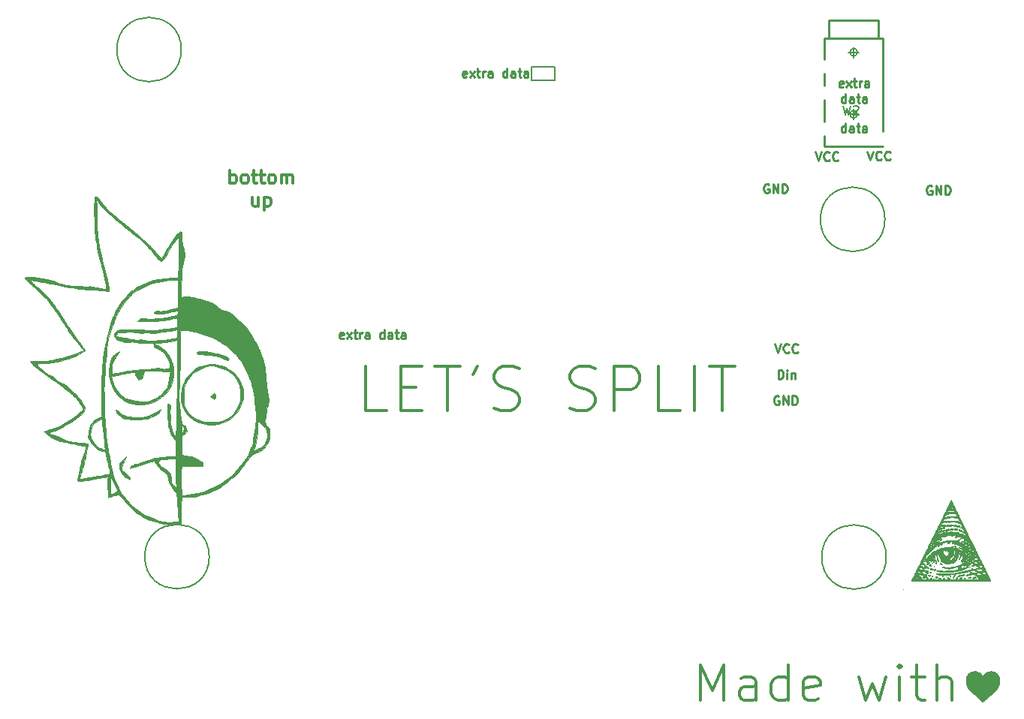
<source format=gbr>
G04 #@! TF.FileFunction,Legend,Top*
%FSLAX46Y46*%
G04 Gerber Fmt 4.6, Leading zero omitted, Abs format (unit mm)*
G04 Created by KiCad (PCBNEW 4.0.7) date 08/30/18 17:20:36*
%MOMM*%
%LPD*%
G01*
G04 APERTURE LIST*
%ADD10C,0.100000*%
%ADD11C,0.250000*%
%ADD12C,0.300000*%
%ADD13C,0.200000*%
%ADD14C,0.010000*%
%ADD15C,0.254000*%
%ADD16C,0.127000*%
%ADD17C,0.150000*%
G04 APERTURE END LIST*
D10*
D11*
X130405310Y-46616881D02*
X130405310Y-45616881D01*
X130405310Y-46569262D02*
X130310072Y-46616881D01*
X130119595Y-46616881D01*
X130024357Y-46569262D01*
X129976738Y-46521643D01*
X129929119Y-46426405D01*
X129929119Y-46140690D01*
X129976738Y-46045452D01*
X130024357Y-45997833D01*
X130119595Y-45950214D01*
X130310072Y-45950214D01*
X130405310Y-45997833D01*
X131310072Y-46616881D02*
X131310072Y-46093071D01*
X131262453Y-45997833D01*
X131167215Y-45950214D01*
X130976738Y-45950214D01*
X130881500Y-45997833D01*
X131310072Y-46569262D02*
X131214834Y-46616881D01*
X130976738Y-46616881D01*
X130881500Y-46569262D01*
X130833881Y-46474024D01*
X130833881Y-46378786D01*
X130881500Y-46283548D01*
X130976738Y-46235929D01*
X131214834Y-46235929D01*
X131310072Y-46188310D01*
X131643405Y-45950214D02*
X132024357Y-45950214D01*
X131786262Y-45616881D02*
X131786262Y-46474024D01*
X131833881Y-46569262D01*
X131929119Y-46616881D01*
X132024357Y-46616881D01*
X132786263Y-46616881D02*
X132786263Y-46093071D01*
X132738644Y-45997833D01*
X132643406Y-45950214D01*
X132452929Y-45950214D01*
X132357691Y-45997833D01*
X132786263Y-46569262D02*
X132691025Y-46616881D01*
X132452929Y-46616881D01*
X132357691Y-46569262D01*
X132310072Y-46474024D01*
X132310072Y-46378786D01*
X132357691Y-46283548D01*
X132452929Y-46235929D01*
X132691025Y-46235929D01*
X132786263Y-46188310D01*
X130119595Y-41503262D02*
X130024357Y-41550881D01*
X129833880Y-41550881D01*
X129738642Y-41503262D01*
X129691023Y-41408024D01*
X129691023Y-41027071D01*
X129738642Y-40931833D01*
X129833880Y-40884214D01*
X130024357Y-40884214D01*
X130119595Y-40931833D01*
X130167214Y-41027071D01*
X130167214Y-41122310D01*
X129691023Y-41217548D01*
X130500547Y-41550881D02*
X131024357Y-40884214D01*
X130500547Y-40884214D02*
X131024357Y-41550881D01*
X131262452Y-40884214D02*
X131643404Y-40884214D01*
X131405309Y-40550881D02*
X131405309Y-41408024D01*
X131452928Y-41503262D01*
X131548166Y-41550881D01*
X131643404Y-41550881D01*
X131976738Y-41550881D02*
X131976738Y-40884214D01*
X131976738Y-41074690D02*
X132024357Y-40979452D01*
X132071976Y-40931833D01*
X132167214Y-40884214D01*
X132262453Y-40884214D01*
X133024358Y-41550881D02*
X133024358Y-41027071D01*
X132976739Y-40931833D01*
X132881501Y-40884214D01*
X132691024Y-40884214D01*
X132595786Y-40931833D01*
X133024358Y-41503262D02*
X132929120Y-41550881D01*
X132691024Y-41550881D01*
X132595786Y-41503262D01*
X132548167Y-41408024D01*
X132548167Y-41312786D01*
X132595786Y-41217548D01*
X132691024Y-41169929D01*
X132929120Y-41169929D01*
X133024358Y-41122310D01*
X130405310Y-43300881D02*
X130405310Y-42300881D01*
X130405310Y-43253262D02*
X130310072Y-43300881D01*
X130119595Y-43300881D01*
X130024357Y-43253262D01*
X129976738Y-43205643D01*
X129929119Y-43110405D01*
X129929119Y-42824690D01*
X129976738Y-42729452D01*
X130024357Y-42681833D01*
X130119595Y-42634214D01*
X130310072Y-42634214D01*
X130405310Y-42681833D01*
X131310072Y-43300881D02*
X131310072Y-42777071D01*
X131262453Y-42681833D01*
X131167215Y-42634214D01*
X130976738Y-42634214D01*
X130881500Y-42681833D01*
X131310072Y-43253262D02*
X131214834Y-43300881D01*
X130976738Y-43300881D01*
X130881500Y-43253262D01*
X130833881Y-43158024D01*
X130833881Y-43062786D01*
X130881500Y-42967548D01*
X130976738Y-42919929D01*
X131214834Y-42919929D01*
X131310072Y-42872310D01*
X131643405Y-42634214D02*
X132024357Y-42634214D01*
X131786262Y-42300881D02*
X131786262Y-43158024D01*
X131833881Y-43253262D01*
X131929119Y-43300881D01*
X132024357Y-43300881D01*
X132786263Y-43300881D02*
X132786263Y-42777071D01*
X132738644Y-42681833D01*
X132643406Y-42634214D01*
X132452929Y-42634214D01*
X132357691Y-42681833D01*
X132786263Y-43253262D02*
X132691025Y-43300881D01*
X132452929Y-43300881D01*
X132357691Y-43253262D01*
X132310072Y-43158024D01*
X132310072Y-43062786D01*
X132357691Y-42967548D01*
X132452929Y-42919929D01*
X132691025Y-42919929D01*
X132786263Y-42872310D01*
X122809119Y-74429881D02*
X122809119Y-73429881D01*
X123047214Y-73429881D01*
X123190072Y-73477500D01*
X123285310Y-73572738D01*
X123332929Y-73667976D01*
X123380548Y-73858452D01*
X123380548Y-74001310D01*
X123332929Y-74191786D01*
X123285310Y-74287024D01*
X123190072Y-74382262D01*
X123047214Y-74429881D01*
X122809119Y-74429881D01*
X123809119Y-74429881D02*
X123809119Y-73763214D01*
X123809119Y-73429881D02*
X123761500Y-73477500D01*
X123809119Y-73525119D01*
X123856738Y-73477500D01*
X123809119Y-73429881D01*
X123809119Y-73525119D01*
X124285309Y-73763214D02*
X124285309Y-74429881D01*
X124285309Y-73858452D02*
X124332928Y-73810833D01*
X124428166Y-73763214D01*
X124571024Y-73763214D01*
X124666262Y-73810833D01*
X124713881Y-73906071D01*
X124713881Y-74429881D01*
X122428167Y-70508881D02*
X122761500Y-71508881D01*
X123094834Y-70508881D01*
X123999596Y-71413643D02*
X123951977Y-71461262D01*
X123809120Y-71508881D01*
X123713882Y-71508881D01*
X123571024Y-71461262D01*
X123475786Y-71366024D01*
X123428167Y-71270786D01*
X123380548Y-71080310D01*
X123380548Y-70937452D01*
X123428167Y-70746976D01*
X123475786Y-70651738D01*
X123571024Y-70556500D01*
X123713882Y-70508881D01*
X123809120Y-70508881D01*
X123951977Y-70556500D01*
X123999596Y-70604119D01*
X124999596Y-71413643D02*
X124951977Y-71461262D01*
X124809120Y-71508881D01*
X124713882Y-71508881D01*
X124571024Y-71461262D01*
X124475786Y-71366024D01*
X124428167Y-71270786D01*
X124380548Y-71080310D01*
X124380548Y-70937452D01*
X124428167Y-70746976D01*
X124475786Y-70651738D01*
X124571024Y-70556500D01*
X124713882Y-70508881D01*
X124809120Y-70508881D01*
X124951977Y-70556500D01*
X124999596Y-70604119D01*
X122872596Y-76398500D02*
X122777358Y-76350881D01*
X122634501Y-76350881D01*
X122491643Y-76398500D01*
X122396405Y-76493738D01*
X122348786Y-76588976D01*
X122301167Y-76779452D01*
X122301167Y-76922310D01*
X122348786Y-77112786D01*
X122396405Y-77208024D01*
X122491643Y-77303262D01*
X122634501Y-77350881D01*
X122729739Y-77350881D01*
X122872596Y-77303262D01*
X122920215Y-77255643D01*
X122920215Y-76922310D01*
X122729739Y-76922310D01*
X123348786Y-77350881D02*
X123348786Y-76350881D01*
X123920215Y-77350881D01*
X123920215Y-76350881D01*
X124396405Y-77350881D02*
X124396405Y-76350881D01*
X124634500Y-76350881D01*
X124777358Y-76398500D01*
X124872596Y-76493738D01*
X124920215Y-76588976D01*
X124967834Y-76779452D01*
X124967834Y-76922310D01*
X124920215Y-77112786D01*
X124872596Y-77208024D01*
X124777358Y-77303262D01*
X124634500Y-77350881D01*
X124396405Y-77350881D01*
X73777885Y-69855982D02*
X73682647Y-69903601D01*
X73492170Y-69903601D01*
X73396932Y-69855982D01*
X73349313Y-69760744D01*
X73349313Y-69379791D01*
X73396932Y-69284553D01*
X73492170Y-69236934D01*
X73682647Y-69236934D01*
X73777885Y-69284553D01*
X73825504Y-69379791D01*
X73825504Y-69475030D01*
X73349313Y-69570268D01*
X74158837Y-69903601D02*
X74682647Y-69236934D01*
X74158837Y-69236934D02*
X74682647Y-69903601D01*
X74920742Y-69236934D02*
X75301694Y-69236934D01*
X75063599Y-68903601D02*
X75063599Y-69760744D01*
X75111218Y-69855982D01*
X75206456Y-69903601D01*
X75301694Y-69903601D01*
X75635028Y-69903601D02*
X75635028Y-69236934D01*
X75635028Y-69427410D02*
X75682647Y-69332172D01*
X75730266Y-69284553D01*
X75825504Y-69236934D01*
X75920743Y-69236934D01*
X76682648Y-69903601D02*
X76682648Y-69379791D01*
X76635029Y-69284553D01*
X76539791Y-69236934D01*
X76349314Y-69236934D01*
X76254076Y-69284553D01*
X76682648Y-69855982D02*
X76587410Y-69903601D01*
X76349314Y-69903601D01*
X76254076Y-69855982D01*
X76206457Y-69760744D01*
X76206457Y-69665506D01*
X76254076Y-69570268D01*
X76349314Y-69522649D01*
X76587410Y-69522649D01*
X76682648Y-69475030D01*
X78349315Y-69903601D02*
X78349315Y-68903601D01*
X78349315Y-69855982D02*
X78254077Y-69903601D01*
X78063600Y-69903601D01*
X77968362Y-69855982D01*
X77920743Y-69808363D01*
X77873124Y-69713125D01*
X77873124Y-69427410D01*
X77920743Y-69332172D01*
X77968362Y-69284553D01*
X78063600Y-69236934D01*
X78254077Y-69236934D01*
X78349315Y-69284553D01*
X79254077Y-69903601D02*
X79254077Y-69379791D01*
X79206458Y-69284553D01*
X79111220Y-69236934D01*
X78920743Y-69236934D01*
X78825505Y-69284553D01*
X79254077Y-69855982D02*
X79158839Y-69903601D01*
X78920743Y-69903601D01*
X78825505Y-69855982D01*
X78777886Y-69760744D01*
X78777886Y-69665506D01*
X78825505Y-69570268D01*
X78920743Y-69522649D01*
X79158839Y-69522649D01*
X79254077Y-69475030D01*
X79587410Y-69236934D02*
X79968362Y-69236934D01*
X79730267Y-68903601D02*
X79730267Y-69760744D01*
X79777886Y-69855982D01*
X79873124Y-69903601D01*
X79968362Y-69903601D01*
X80730268Y-69903601D02*
X80730268Y-69379791D01*
X80682649Y-69284553D01*
X80587411Y-69236934D01*
X80396934Y-69236934D01*
X80301696Y-69284553D01*
X80730268Y-69855982D02*
X80635030Y-69903601D01*
X80396934Y-69903601D01*
X80301696Y-69855982D01*
X80254077Y-69760744D01*
X80254077Y-69665506D01*
X80301696Y-69570268D01*
X80396934Y-69522649D01*
X80635030Y-69522649D01*
X80730268Y-69475030D01*
D12*
X114016024Y-110712024D02*
X114016024Y-106712024D01*
X115349357Y-109569167D01*
X116682691Y-106712024D01*
X116682691Y-110712024D01*
X120301739Y-110712024D02*
X120301739Y-108616786D01*
X120111262Y-108235833D01*
X119730310Y-108045357D01*
X118968405Y-108045357D01*
X118587453Y-108235833D01*
X120301739Y-110521548D02*
X119920786Y-110712024D01*
X118968405Y-110712024D01*
X118587453Y-110521548D01*
X118396977Y-110140595D01*
X118396977Y-109759643D01*
X118587453Y-109378690D01*
X118968405Y-109188214D01*
X119920786Y-109188214D01*
X120301739Y-108997738D01*
X123920787Y-110712024D02*
X123920787Y-106712024D01*
X123920787Y-110521548D02*
X123539834Y-110712024D01*
X122777930Y-110712024D01*
X122396977Y-110521548D01*
X122206501Y-110331071D01*
X122016025Y-109950119D01*
X122016025Y-108807262D01*
X122206501Y-108426310D01*
X122396977Y-108235833D01*
X122777930Y-108045357D01*
X123539834Y-108045357D01*
X123920787Y-108235833D01*
X127349358Y-110521548D02*
X126968406Y-110712024D01*
X126206501Y-110712024D01*
X125825549Y-110521548D01*
X125635073Y-110140595D01*
X125635073Y-108616786D01*
X125825549Y-108235833D01*
X126206501Y-108045357D01*
X126968406Y-108045357D01*
X127349358Y-108235833D01*
X127539835Y-108616786D01*
X127539835Y-108997738D01*
X125635073Y-109378690D01*
X131920787Y-108045357D02*
X132682691Y-110712024D01*
X133444596Y-108807262D01*
X134206501Y-110712024D01*
X134968406Y-108045357D01*
X136492215Y-110712024D02*
X136492215Y-108045357D01*
X136492215Y-106712024D02*
X136301739Y-106902500D01*
X136492215Y-107092976D01*
X136682691Y-106902500D01*
X136492215Y-106712024D01*
X136492215Y-107092976D01*
X137825548Y-108045357D02*
X139349358Y-108045357D01*
X138396977Y-106712024D02*
X138396977Y-110140595D01*
X138587453Y-110521548D01*
X138968406Y-110712024D01*
X139349358Y-110712024D01*
X140682691Y-110712024D02*
X140682691Y-106712024D01*
X142396977Y-110712024D02*
X142396977Y-108616786D01*
X142206500Y-108235833D01*
X141825548Y-108045357D01*
X141254120Y-108045357D01*
X140873167Y-108235833D01*
X140682691Y-108426310D01*
X78615262Y-78017405D02*
X76234309Y-78017405D01*
X76234309Y-73017405D01*
X80281928Y-75398357D02*
X81948595Y-75398357D01*
X82662881Y-78017405D02*
X80281928Y-78017405D01*
X80281928Y-73017405D01*
X82662881Y-73017405D01*
X84091452Y-73017405D02*
X86948595Y-73017405D01*
X85520024Y-78017405D02*
X85520024Y-73017405D01*
X88853357Y-73017405D02*
X88377167Y-73969786D01*
X90758119Y-77779310D02*
X91472405Y-78017405D01*
X92662881Y-78017405D01*
X93139071Y-77779310D01*
X93377167Y-77541214D01*
X93615262Y-77065024D01*
X93615262Y-76588833D01*
X93377167Y-76112643D01*
X93139071Y-75874548D01*
X92662881Y-75636452D01*
X91710500Y-75398357D01*
X91234309Y-75160262D01*
X90996214Y-74922167D01*
X90758119Y-74445976D01*
X90758119Y-73969786D01*
X90996214Y-73493595D01*
X91234309Y-73255500D01*
X91710500Y-73017405D01*
X92900976Y-73017405D01*
X93615262Y-73255500D01*
X99329548Y-77779310D02*
X100043834Y-78017405D01*
X101234310Y-78017405D01*
X101710500Y-77779310D01*
X101948596Y-77541214D01*
X102186691Y-77065024D01*
X102186691Y-76588833D01*
X101948596Y-76112643D01*
X101710500Y-75874548D01*
X101234310Y-75636452D01*
X100281929Y-75398357D01*
X99805738Y-75160262D01*
X99567643Y-74922167D01*
X99329548Y-74445976D01*
X99329548Y-73969786D01*
X99567643Y-73493595D01*
X99805738Y-73255500D01*
X100281929Y-73017405D01*
X101472405Y-73017405D01*
X102186691Y-73255500D01*
X104329548Y-78017405D02*
X104329548Y-73017405D01*
X106234310Y-73017405D01*
X106710501Y-73255500D01*
X106948596Y-73493595D01*
X107186691Y-73969786D01*
X107186691Y-74684071D01*
X106948596Y-75160262D01*
X106710501Y-75398357D01*
X106234310Y-75636452D01*
X104329548Y-75636452D01*
X111710501Y-78017405D02*
X109329548Y-78017405D01*
X109329548Y-73017405D01*
X113377167Y-78017405D02*
X113377167Y-73017405D01*
X115043833Y-73017405D02*
X117900976Y-73017405D01*
X116472405Y-78017405D02*
X116472405Y-73017405D01*
X60964286Y-52403571D02*
X60964286Y-50903571D01*
X60964286Y-51475000D02*
X61107143Y-51403571D01*
X61392857Y-51403571D01*
X61535714Y-51475000D01*
X61607143Y-51546429D01*
X61678572Y-51689286D01*
X61678572Y-52117857D01*
X61607143Y-52260714D01*
X61535714Y-52332143D01*
X61392857Y-52403571D01*
X61107143Y-52403571D01*
X60964286Y-52332143D01*
X62535715Y-52403571D02*
X62392857Y-52332143D01*
X62321429Y-52260714D01*
X62250000Y-52117857D01*
X62250000Y-51689286D01*
X62321429Y-51546429D01*
X62392857Y-51475000D01*
X62535715Y-51403571D01*
X62750000Y-51403571D01*
X62892857Y-51475000D01*
X62964286Y-51546429D01*
X63035715Y-51689286D01*
X63035715Y-52117857D01*
X62964286Y-52260714D01*
X62892857Y-52332143D01*
X62750000Y-52403571D01*
X62535715Y-52403571D01*
X63464286Y-51403571D02*
X64035715Y-51403571D01*
X63678572Y-50903571D02*
X63678572Y-52189286D01*
X63750000Y-52332143D01*
X63892858Y-52403571D01*
X64035715Y-52403571D01*
X64321429Y-51403571D02*
X64892858Y-51403571D01*
X64535715Y-50903571D02*
X64535715Y-52189286D01*
X64607143Y-52332143D01*
X64750001Y-52403571D01*
X64892858Y-52403571D01*
X65607144Y-52403571D02*
X65464286Y-52332143D01*
X65392858Y-52260714D01*
X65321429Y-52117857D01*
X65321429Y-51689286D01*
X65392858Y-51546429D01*
X65464286Y-51475000D01*
X65607144Y-51403571D01*
X65821429Y-51403571D01*
X65964286Y-51475000D01*
X66035715Y-51546429D01*
X66107144Y-51689286D01*
X66107144Y-52117857D01*
X66035715Y-52260714D01*
X65964286Y-52332143D01*
X65821429Y-52403571D01*
X65607144Y-52403571D01*
X66750001Y-52403571D02*
X66750001Y-51403571D01*
X66750001Y-51546429D02*
X66821429Y-51475000D01*
X66964287Y-51403571D01*
X67178572Y-51403571D01*
X67321429Y-51475000D01*
X67392858Y-51617857D01*
X67392858Y-52403571D01*
X67392858Y-51617857D02*
X67464287Y-51475000D01*
X67607144Y-51403571D01*
X67821429Y-51403571D01*
X67964287Y-51475000D01*
X68035715Y-51617857D01*
X68035715Y-52403571D01*
X64142857Y-53953571D02*
X64142857Y-54953571D01*
X63500000Y-53953571D02*
X63500000Y-54739286D01*
X63571428Y-54882143D01*
X63714286Y-54953571D01*
X63928571Y-54953571D01*
X64071428Y-54882143D01*
X64142857Y-54810714D01*
X64857143Y-53953571D02*
X64857143Y-55453571D01*
X64857143Y-54025000D02*
X65000000Y-53953571D01*
X65285714Y-53953571D01*
X65428571Y-54025000D01*
X65500000Y-54096429D01*
X65571429Y-54239286D01*
X65571429Y-54667857D01*
X65500000Y-54810714D01*
X65428571Y-54882143D01*
X65285714Y-54953571D01*
X65000000Y-54953571D01*
X64857143Y-54882143D01*
D11*
X87636125Y-40371662D02*
X87540887Y-40419281D01*
X87350410Y-40419281D01*
X87255172Y-40371662D01*
X87207553Y-40276424D01*
X87207553Y-39895471D01*
X87255172Y-39800233D01*
X87350410Y-39752614D01*
X87540887Y-39752614D01*
X87636125Y-39800233D01*
X87683744Y-39895471D01*
X87683744Y-39990710D01*
X87207553Y-40085948D01*
X88017077Y-40419281D02*
X88540887Y-39752614D01*
X88017077Y-39752614D02*
X88540887Y-40419281D01*
X88778982Y-39752614D02*
X89159934Y-39752614D01*
X88921839Y-39419281D02*
X88921839Y-40276424D01*
X88969458Y-40371662D01*
X89064696Y-40419281D01*
X89159934Y-40419281D01*
X89493268Y-40419281D02*
X89493268Y-39752614D01*
X89493268Y-39943090D02*
X89540887Y-39847852D01*
X89588506Y-39800233D01*
X89683744Y-39752614D01*
X89778983Y-39752614D01*
X90540888Y-40419281D02*
X90540888Y-39895471D01*
X90493269Y-39800233D01*
X90398031Y-39752614D01*
X90207554Y-39752614D01*
X90112316Y-39800233D01*
X90540888Y-40371662D02*
X90445650Y-40419281D01*
X90207554Y-40419281D01*
X90112316Y-40371662D01*
X90064697Y-40276424D01*
X90064697Y-40181186D01*
X90112316Y-40085948D01*
X90207554Y-40038329D01*
X90445650Y-40038329D01*
X90540888Y-39990710D01*
X92207555Y-40419281D02*
X92207555Y-39419281D01*
X92207555Y-40371662D02*
X92112317Y-40419281D01*
X91921840Y-40419281D01*
X91826602Y-40371662D01*
X91778983Y-40324043D01*
X91731364Y-40228805D01*
X91731364Y-39943090D01*
X91778983Y-39847852D01*
X91826602Y-39800233D01*
X91921840Y-39752614D01*
X92112317Y-39752614D01*
X92207555Y-39800233D01*
X93112317Y-40419281D02*
X93112317Y-39895471D01*
X93064698Y-39800233D01*
X92969460Y-39752614D01*
X92778983Y-39752614D01*
X92683745Y-39800233D01*
X93112317Y-40371662D02*
X93017079Y-40419281D01*
X92778983Y-40419281D01*
X92683745Y-40371662D01*
X92636126Y-40276424D01*
X92636126Y-40181186D01*
X92683745Y-40085948D01*
X92778983Y-40038329D01*
X93017079Y-40038329D01*
X93112317Y-39990710D01*
X93445650Y-39752614D02*
X93826602Y-39752614D01*
X93588507Y-39419281D02*
X93588507Y-40276424D01*
X93636126Y-40371662D01*
X93731364Y-40419281D01*
X93826602Y-40419281D01*
X94588508Y-40419281D02*
X94588508Y-39895471D01*
X94540889Y-39800233D01*
X94445651Y-39752614D01*
X94255174Y-39752614D01*
X94159936Y-39800233D01*
X94588508Y-40371662D02*
X94493270Y-40419281D01*
X94255174Y-40419281D01*
X94159936Y-40371662D01*
X94112317Y-40276424D01*
X94112317Y-40181186D01*
X94159936Y-40085948D01*
X94255174Y-40038329D01*
X94493270Y-40038329D01*
X94588508Y-39990710D01*
X121734676Y-52519960D02*
X121639438Y-52472341D01*
X121496581Y-52472341D01*
X121353723Y-52519960D01*
X121258485Y-52615198D01*
X121210866Y-52710436D01*
X121163247Y-52900912D01*
X121163247Y-53043770D01*
X121210866Y-53234246D01*
X121258485Y-53329484D01*
X121353723Y-53424722D01*
X121496581Y-53472341D01*
X121591819Y-53472341D01*
X121734676Y-53424722D01*
X121782295Y-53377103D01*
X121782295Y-53043770D01*
X121591819Y-53043770D01*
X122210866Y-53472341D02*
X122210866Y-52472341D01*
X122782295Y-53472341D01*
X122782295Y-52472341D01*
X123258485Y-53472341D02*
X123258485Y-52472341D01*
X123496580Y-52472341D01*
X123639438Y-52519960D01*
X123734676Y-52615198D01*
X123782295Y-52710436D01*
X123829914Y-52900912D01*
X123829914Y-53043770D01*
X123782295Y-53234246D01*
X123734676Y-53329484D01*
X123639438Y-53424722D01*
X123496580Y-53472341D01*
X123258485Y-53472341D01*
X126990007Y-48837601D02*
X127323340Y-49837601D01*
X127656674Y-48837601D01*
X128561436Y-49742363D02*
X128513817Y-49789982D01*
X128370960Y-49837601D01*
X128275722Y-49837601D01*
X128132864Y-49789982D01*
X128037626Y-49694744D01*
X127990007Y-49599506D01*
X127942388Y-49409030D01*
X127942388Y-49266172D01*
X127990007Y-49075696D01*
X128037626Y-48980458D01*
X128132864Y-48885220D01*
X128275722Y-48837601D01*
X128370960Y-48837601D01*
X128513817Y-48885220D01*
X128561436Y-48932839D01*
X129561436Y-49742363D02*
X129513817Y-49789982D01*
X129370960Y-49837601D01*
X129275722Y-49837601D01*
X129132864Y-49789982D01*
X129037626Y-49694744D01*
X128990007Y-49599506D01*
X128942388Y-49409030D01*
X128942388Y-49266172D01*
X128990007Y-49075696D01*
X129037626Y-48980458D01*
X129132864Y-48885220D01*
X129275722Y-48837601D01*
X129370960Y-48837601D01*
X129513817Y-48885220D01*
X129561436Y-48932839D01*
X140109036Y-52692680D02*
X140013798Y-52645061D01*
X139870941Y-52645061D01*
X139728083Y-52692680D01*
X139632845Y-52787918D01*
X139585226Y-52883156D01*
X139537607Y-53073632D01*
X139537607Y-53216490D01*
X139585226Y-53406966D01*
X139632845Y-53502204D01*
X139728083Y-53597442D01*
X139870941Y-53645061D01*
X139966179Y-53645061D01*
X140109036Y-53597442D01*
X140156655Y-53549823D01*
X140156655Y-53216490D01*
X139966179Y-53216490D01*
X140585226Y-53645061D02*
X140585226Y-52645061D01*
X141156655Y-53645061D01*
X141156655Y-52645061D01*
X141632845Y-53645061D02*
X141632845Y-52645061D01*
X141870940Y-52645061D01*
X142013798Y-52692680D01*
X142109036Y-52787918D01*
X142156655Y-52883156D01*
X142204274Y-53073632D01*
X142204274Y-53216490D01*
X142156655Y-53406966D01*
X142109036Y-53502204D01*
X142013798Y-53597442D01*
X141870940Y-53645061D01*
X141632845Y-53645061D01*
X132865027Y-48776641D02*
X133198360Y-49776641D01*
X133531694Y-48776641D01*
X134436456Y-49681403D02*
X134388837Y-49729022D01*
X134245980Y-49776641D01*
X134150742Y-49776641D01*
X134007884Y-49729022D01*
X133912646Y-49633784D01*
X133865027Y-49538546D01*
X133817408Y-49348070D01*
X133817408Y-49205212D01*
X133865027Y-49014736D01*
X133912646Y-48919498D01*
X134007884Y-48824260D01*
X134150742Y-48776641D01*
X134245980Y-48776641D01*
X134388837Y-48824260D01*
X134436456Y-48871879D01*
X135436456Y-49681403D02*
X135388837Y-49729022D01*
X135245980Y-49776641D01*
X135150742Y-49776641D01*
X135007884Y-49729022D01*
X134912646Y-49633784D01*
X134865027Y-49538546D01*
X134817408Y-49348070D01*
X134817408Y-49205212D01*
X134865027Y-49014736D01*
X134912646Y-48919498D01*
X135007884Y-48824260D01*
X135150742Y-48776641D01*
X135245980Y-48776641D01*
X135388837Y-48824260D01*
X135436456Y-48871879D01*
D13*
X97619800Y-40767000D02*
X95019800Y-40767000D01*
X95019800Y-40767000D02*
X95019800Y-39243000D01*
X95019800Y-39243000D02*
X97619800Y-39243000D01*
X97619800Y-39243000D02*
X97619800Y-40767000D01*
D14*
G36*
X145016955Y-107433704D02*
X145079338Y-107440094D01*
X145141123Y-107450451D01*
X145192750Y-107462347D01*
X145254588Y-107480617D01*
X145315061Y-107502861D01*
X145374079Y-107529018D01*
X145431554Y-107559027D01*
X145487395Y-107592824D01*
X145541513Y-107630348D01*
X145593821Y-107671539D01*
X145644227Y-107716333D01*
X145692643Y-107764669D01*
X145738980Y-107816485D01*
X145782319Y-107870625D01*
X145788335Y-107878755D01*
X145795528Y-107888785D01*
X145803557Y-107900208D01*
X145812080Y-107912518D01*
X145820757Y-107925209D01*
X145829248Y-107937775D01*
X145837211Y-107949710D01*
X145844305Y-107960506D01*
X145850190Y-107969658D01*
X145854524Y-107976660D01*
X145856967Y-107981005D01*
X145857384Y-107982120D01*
X145858248Y-107983922D01*
X145860766Y-107981992D01*
X145864821Y-107976446D01*
X145867822Y-107971636D01*
X145892563Y-107932622D01*
X145920436Y-107892671D01*
X145950750Y-107852662D01*
X145982812Y-107813473D01*
X146015930Y-107775981D01*
X146049412Y-107741066D01*
X146050030Y-107740450D01*
X146100024Y-107693441D01*
X146151744Y-107650179D01*
X146205105Y-107610702D01*
X146260020Y-107575047D01*
X146316406Y-107543249D01*
X146374175Y-107515346D01*
X146433242Y-107491374D01*
X146493521Y-107471371D01*
X146554927Y-107455372D01*
X146617373Y-107443415D01*
X146680775Y-107435535D01*
X146745047Y-107431771D01*
X146771677Y-107431425D01*
X146836993Y-107433443D01*
X146901402Y-107439430D01*
X146964740Y-107449327D01*
X147026843Y-107463073D01*
X147087545Y-107480609D01*
X147146683Y-107501876D01*
X147204092Y-107526814D01*
X147259606Y-107555364D01*
X147313062Y-107587465D01*
X147364295Y-107623058D01*
X147413141Y-107662085D01*
X147416308Y-107664807D01*
X147428815Y-107675990D01*
X147443180Y-107689472D01*
X147458603Y-107704451D01*
X147474286Y-107720124D01*
X147489427Y-107735687D01*
X147503227Y-107750337D01*
X147514885Y-107763272D01*
X147518025Y-107766909D01*
X147553087Y-107810753D01*
X147585442Y-107856883D01*
X147615440Y-107905834D01*
X147643433Y-107958141D01*
X147643803Y-107958882D01*
X147669771Y-108015195D01*
X147691950Y-108072662D01*
X147710418Y-108131564D01*
X147725257Y-108192184D01*
X147736547Y-108254802D01*
X147743413Y-108309834D01*
X147744921Y-108328830D01*
X147746029Y-108351434D01*
X147746743Y-108377039D01*
X147747071Y-108405039D01*
X147747019Y-108434829D01*
X147746594Y-108465801D01*
X147745803Y-108497350D01*
X147744653Y-108528869D01*
X147743152Y-108559752D01*
X147741305Y-108589394D01*
X147740047Y-108606167D01*
X147732175Y-108685129D01*
X147721441Y-108761136D01*
X147707772Y-108834414D01*
X147691094Y-108905192D01*
X147671335Y-108973698D01*
X147648421Y-109040160D01*
X147622280Y-109104807D01*
X147592838Y-109167866D01*
X147560022Y-109229566D01*
X147523759Y-109290135D01*
X147518185Y-109298877D01*
X147493913Y-109335531D01*
X147468150Y-109372221D01*
X147440734Y-109409124D01*
X147411505Y-109446413D01*
X147380301Y-109484265D01*
X147346963Y-109522855D01*
X147311329Y-109562357D01*
X147273239Y-109602947D01*
X147232531Y-109644800D01*
X147189045Y-109688091D01*
X147142620Y-109732995D01*
X147093095Y-109779688D01*
X147040310Y-109828345D01*
X146991917Y-109872133D01*
X146974994Y-109887274D01*
X146956204Y-109903984D01*
X146935419Y-109922375D01*
X146912511Y-109942560D01*
X146887349Y-109964651D01*
X146859805Y-109988763D01*
X146829750Y-110015007D01*
X146797055Y-110043496D01*
X146761592Y-110074343D01*
X146723231Y-110107661D01*
X146681844Y-110143562D01*
X146660659Y-110161925D01*
X146601579Y-110213175D01*
X146545538Y-110261908D01*
X146492319Y-110308316D01*
X146441709Y-110352591D01*
X146393492Y-110394925D01*
X146347454Y-110435512D01*
X146303380Y-110474543D01*
X146261055Y-110512210D01*
X146220265Y-110548706D01*
X146180795Y-110584224D01*
X146142430Y-110618955D01*
X146104956Y-110653091D01*
X146068157Y-110686826D01*
X146031819Y-110720352D01*
X145995727Y-110753860D01*
X145959667Y-110787544D01*
X145923423Y-110821595D01*
X145909951Y-110834300D01*
X145897854Y-110845696D01*
X145886766Y-110856099D01*
X145877054Y-110865167D01*
X145869085Y-110872560D01*
X145863225Y-110877936D01*
X145859843Y-110880954D01*
X145859151Y-110881492D01*
X145857454Y-110880074D01*
X145853286Y-110876245D01*
X145847217Y-110870538D01*
X145839818Y-110863486D01*
X145837275Y-110861045D01*
X145828252Y-110852431D01*
X145816520Y-110841328D01*
X145802484Y-110828116D01*
X145786552Y-110813172D01*
X145769129Y-110796875D01*
X145750622Y-110779602D01*
X145731437Y-110761733D01*
X145711980Y-110743645D01*
X145692658Y-110725715D01*
X145673876Y-110708324D01*
X145656040Y-110691848D01*
X145639558Y-110676666D01*
X145624836Y-110663156D01*
X145618103Y-110657003D01*
X145582873Y-110624914D01*
X145548243Y-110593496D01*
X145513915Y-110562487D01*
X145479594Y-110531624D01*
X145444982Y-110500646D01*
X145409785Y-110469289D01*
X145373704Y-110437292D01*
X145336444Y-110404392D01*
X145297709Y-110370326D01*
X145257201Y-110334833D01*
X145214625Y-110297650D01*
X145169683Y-110258515D01*
X145122080Y-110217165D01*
X145074217Y-110175674D01*
X145028395Y-110135970D01*
X144985624Y-110098869D01*
X144945739Y-110064221D01*
X144908572Y-110031877D01*
X144873959Y-110001687D01*
X144841733Y-109973501D01*
X144811728Y-109947171D01*
X144783779Y-109922546D01*
X144757720Y-109899478D01*
X144733385Y-109877817D01*
X144710608Y-109857413D01*
X144689223Y-109838117D01*
X144669064Y-109819779D01*
X144649965Y-109802250D01*
X144631761Y-109785381D01*
X144614286Y-109769022D01*
X144597373Y-109753023D01*
X144580858Y-109737236D01*
X144564573Y-109721510D01*
X144548353Y-109705697D01*
X144532033Y-109689646D01*
X144515446Y-109673208D01*
X144504641Y-109662443D01*
X144476571Y-109634242D01*
X144451180Y-109608320D01*
X144427976Y-109584149D01*
X144406470Y-109561201D01*
X144386173Y-109538947D01*
X144366594Y-109516860D01*
X144347242Y-109494409D01*
X144331833Y-109476117D01*
X144299735Y-109436517D01*
X144268318Y-109395526D01*
X144238170Y-109353971D01*
X144209882Y-109312681D01*
X144184042Y-109272482D01*
X144168326Y-109246459D01*
X144160050Y-109231838D01*
X144150563Y-109214208D01*
X144140270Y-109194390D01*
X144129576Y-109173211D01*
X144118885Y-109151493D01*
X144108605Y-109130062D01*
X144099138Y-109109740D01*
X144090891Y-109091354D01*
X144084268Y-109075726D01*
X144083570Y-109073996D01*
X144060536Y-109012536D01*
X144040371Y-108950126D01*
X144022975Y-108886333D01*
X144008253Y-108820721D01*
X143996108Y-108752859D01*
X143986443Y-108682313D01*
X143979161Y-108608649D01*
X143978960Y-108606167D01*
X143975490Y-108556215D01*
X143973128Y-108507145D01*
X143971872Y-108459427D01*
X143971717Y-108413536D01*
X143972662Y-108369943D01*
X143974703Y-108329121D01*
X143977837Y-108291542D01*
X143981103Y-108264325D01*
X143992004Y-108200617D01*
X144006742Y-108138419D01*
X144025228Y-108077870D01*
X144047373Y-108019107D01*
X144073090Y-107962270D01*
X144102290Y-107907497D01*
X144134884Y-107854926D01*
X144170784Y-107804695D01*
X144209902Y-107756942D01*
X144252149Y-107711807D01*
X144297438Y-107669427D01*
X144345678Y-107629940D01*
X144396783Y-107593485D01*
X144419109Y-107579093D01*
X144472747Y-107548037D01*
X144528466Y-107520544D01*
X144585997Y-107496654D01*
X144645073Y-107476407D01*
X144705425Y-107459844D01*
X144766786Y-107447005D01*
X144828888Y-107437932D01*
X144891462Y-107432663D01*
X144954240Y-107431241D01*
X145016955Y-107433704D01*
X145016955Y-107433704D01*
G37*
X145016955Y-107433704D02*
X145079338Y-107440094D01*
X145141123Y-107450451D01*
X145192750Y-107462347D01*
X145254588Y-107480617D01*
X145315061Y-107502861D01*
X145374079Y-107529018D01*
X145431554Y-107559027D01*
X145487395Y-107592824D01*
X145541513Y-107630348D01*
X145593821Y-107671539D01*
X145644227Y-107716333D01*
X145692643Y-107764669D01*
X145738980Y-107816485D01*
X145782319Y-107870625D01*
X145788335Y-107878755D01*
X145795528Y-107888785D01*
X145803557Y-107900208D01*
X145812080Y-107912518D01*
X145820757Y-107925209D01*
X145829248Y-107937775D01*
X145837211Y-107949710D01*
X145844305Y-107960506D01*
X145850190Y-107969658D01*
X145854524Y-107976660D01*
X145856967Y-107981005D01*
X145857384Y-107982120D01*
X145858248Y-107983922D01*
X145860766Y-107981992D01*
X145864821Y-107976446D01*
X145867822Y-107971636D01*
X145892563Y-107932622D01*
X145920436Y-107892671D01*
X145950750Y-107852662D01*
X145982812Y-107813473D01*
X146015930Y-107775981D01*
X146049412Y-107741066D01*
X146050030Y-107740450D01*
X146100024Y-107693441D01*
X146151744Y-107650179D01*
X146205105Y-107610702D01*
X146260020Y-107575047D01*
X146316406Y-107543249D01*
X146374175Y-107515346D01*
X146433242Y-107491374D01*
X146493521Y-107471371D01*
X146554927Y-107455372D01*
X146617373Y-107443415D01*
X146680775Y-107435535D01*
X146745047Y-107431771D01*
X146771677Y-107431425D01*
X146836993Y-107433443D01*
X146901402Y-107439430D01*
X146964740Y-107449327D01*
X147026843Y-107463073D01*
X147087545Y-107480609D01*
X147146683Y-107501876D01*
X147204092Y-107526814D01*
X147259606Y-107555364D01*
X147313062Y-107587465D01*
X147364295Y-107623058D01*
X147413141Y-107662085D01*
X147416308Y-107664807D01*
X147428815Y-107675990D01*
X147443180Y-107689472D01*
X147458603Y-107704451D01*
X147474286Y-107720124D01*
X147489427Y-107735687D01*
X147503227Y-107750337D01*
X147514885Y-107763272D01*
X147518025Y-107766909D01*
X147553087Y-107810753D01*
X147585442Y-107856883D01*
X147615440Y-107905834D01*
X147643433Y-107958141D01*
X147643803Y-107958882D01*
X147669771Y-108015195D01*
X147691950Y-108072662D01*
X147710418Y-108131564D01*
X147725257Y-108192184D01*
X147736547Y-108254802D01*
X147743413Y-108309834D01*
X147744921Y-108328830D01*
X147746029Y-108351434D01*
X147746743Y-108377039D01*
X147747071Y-108405039D01*
X147747019Y-108434829D01*
X147746594Y-108465801D01*
X147745803Y-108497350D01*
X147744653Y-108528869D01*
X147743152Y-108559752D01*
X147741305Y-108589394D01*
X147740047Y-108606167D01*
X147732175Y-108685129D01*
X147721441Y-108761136D01*
X147707772Y-108834414D01*
X147691094Y-108905192D01*
X147671335Y-108973698D01*
X147648421Y-109040160D01*
X147622280Y-109104807D01*
X147592838Y-109167866D01*
X147560022Y-109229566D01*
X147523759Y-109290135D01*
X147518185Y-109298877D01*
X147493913Y-109335531D01*
X147468150Y-109372221D01*
X147440734Y-109409124D01*
X147411505Y-109446413D01*
X147380301Y-109484265D01*
X147346963Y-109522855D01*
X147311329Y-109562357D01*
X147273239Y-109602947D01*
X147232531Y-109644800D01*
X147189045Y-109688091D01*
X147142620Y-109732995D01*
X147093095Y-109779688D01*
X147040310Y-109828345D01*
X146991917Y-109872133D01*
X146974994Y-109887274D01*
X146956204Y-109903984D01*
X146935419Y-109922375D01*
X146912511Y-109942560D01*
X146887349Y-109964651D01*
X146859805Y-109988763D01*
X146829750Y-110015007D01*
X146797055Y-110043496D01*
X146761592Y-110074343D01*
X146723231Y-110107661D01*
X146681844Y-110143562D01*
X146660659Y-110161925D01*
X146601579Y-110213175D01*
X146545538Y-110261908D01*
X146492319Y-110308316D01*
X146441709Y-110352591D01*
X146393492Y-110394925D01*
X146347454Y-110435512D01*
X146303380Y-110474543D01*
X146261055Y-110512210D01*
X146220265Y-110548706D01*
X146180795Y-110584224D01*
X146142430Y-110618955D01*
X146104956Y-110653091D01*
X146068157Y-110686826D01*
X146031819Y-110720352D01*
X145995727Y-110753860D01*
X145959667Y-110787544D01*
X145923423Y-110821595D01*
X145909951Y-110834300D01*
X145897854Y-110845696D01*
X145886766Y-110856099D01*
X145877054Y-110865167D01*
X145869085Y-110872560D01*
X145863225Y-110877936D01*
X145859843Y-110880954D01*
X145859151Y-110881492D01*
X145857454Y-110880074D01*
X145853286Y-110876245D01*
X145847217Y-110870538D01*
X145839818Y-110863486D01*
X145837275Y-110861045D01*
X145828252Y-110852431D01*
X145816520Y-110841328D01*
X145802484Y-110828116D01*
X145786552Y-110813172D01*
X145769129Y-110796875D01*
X145750622Y-110779602D01*
X145731437Y-110761733D01*
X145711980Y-110743645D01*
X145692658Y-110725715D01*
X145673876Y-110708324D01*
X145656040Y-110691848D01*
X145639558Y-110676666D01*
X145624836Y-110663156D01*
X145618103Y-110657003D01*
X145582873Y-110624914D01*
X145548243Y-110593496D01*
X145513915Y-110562487D01*
X145479594Y-110531624D01*
X145444982Y-110500646D01*
X145409785Y-110469289D01*
X145373704Y-110437292D01*
X145336444Y-110404392D01*
X145297709Y-110370326D01*
X145257201Y-110334833D01*
X145214625Y-110297650D01*
X145169683Y-110258515D01*
X145122080Y-110217165D01*
X145074217Y-110175674D01*
X145028395Y-110135970D01*
X144985624Y-110098869D01*
X144945739Y-110064221D01*
X144908572Y-110031877D01*
X144873959Y-110001687D01*
X144841733Y-109973501D01*
X144811728Y-109947171D01*
X144783779Y-109922546D01*
X144757720Y-109899478D01*
X144733385Y-109877817D01*
X144710608Y-109857413D01*
X144689223Y-109838117D01*
X144669064Y-109819779D01*
X144649965Y-109802250D01*
X144631761Y-109785381D01*
X144614286Y-109769022D01*
X144597373Y-109753023D01*
X144580858Y-109737236D01*
X144564573Y-109721510D01*
X144548353Y-109705697D01*
X144532033Y-109689646D01*
X144515446Y-109673208D01*
X144504641Y-109662443D01*
X144476571Y-109634242D01*
X144451180Y-109608320D01*
X144427976Y-109584149D01*
X144406470Y-109561201D01*
X144386173Y-109538947D01*
X144366594Y-109516860D01*
X144347242Y-109494409D01*
X144331833Y-109476117D01*
X144299735Y-109436517D01*
X144268318Y-109395526D01*
X144238170Y-109353971D01*
X144209882Y-109312681D01*
X144184042Y-109272482D01*
X144168326Y-109246459D01*
X144160050Y-109231838D01*
X144150563Y-109214208D01*
X144140270Y-109194390D01*
X144129576Y-109173211D01*
X144118885Y-109151493D01*
X144108605Y-109130062D01*
X144099138Y-109109740D01*
X144090891Y-109091354D01*
X144084268Y-109075726D01*
X144083570Y-109073996D01*
X144060536Y-109012536D01*
X144040371Y-108950126D01*
X144022975Y-108886333D01*
X144008253Y-108820721D01*
X143996108Y-108752859D01*
X143986443Y-108682313D01*
X143979161Y-108608649D01*
X143978960Y-108606167D01*
X143975490Y-108556215D01*
X143973128Y-108507145D01*
X143971872Y-108459427D01*
X143971717Y-108413536D01*
X143972662Y-108369943D01*
X143974703Y-108329121D01*
X143977837Y-108291542D01*
X143981103Y-108264325D01*
X143992004Y-108200617D01*
X144006742Y-108138419D01*
X144025228Y-108077870D01*
X144047373Y-108019107D01*
X144073090Y-107962270D01*
X144102290Y-107907497D01*
X144134884Y-107854926D01*
X144170784Y-107804695D01*
X144209902Y-107756942D01*
X144252149Y-107711807D01*
X144297438Y-107669427D01*
X144345678Y-107629940D01*
X144396783Y-107593485D01*
X144419109Y-107579093D01*
X144472747Y-107548037D01*
X144528466Y-107520544D01*
X144585997Y-107496654D01*
X144645073Y-107476407D01*
X144705425Y-107459844D01*
X144766786Y-107447005D01*
X144828888Y-107437932D01*
X144891462Y-107432663D01*
X144954240Y-107431241D01*
X145016955Y-107433704D01*
D15*
X134617460Y-36502340D02*
X134617460Y-46502320D01*
X128018540Y-48204120D02*
X134617460Y-48204120D01*
X128018540Y-48204120D02*
X128018540Y-47002700D01*
X128018540Y-43002200D02*
X128018540Y-45402500D01*
X128018540Y-40002460D02*
X128018540Y-41402000D01*
X128018540Y-36502340D02*
X128018540Y-38402260D01*
D14*
G36*
X45919728Y-53892306D02*
X45929466Y-53894110D01*
X46030674Y-53937178D01*
X46084604Y-54005742D01*
X46140123Y-54093359D01*
X46210652Y-54181825D01*
X46215297Y-54186881D01*
X46265329Y-54246162D01*
X46342513Y-54344121D01*
X46436914Y-54467888D01*
X46538598Y-54604597D01*
X46554194Y-54625875D01*
X46793011Y-54926006D01*
X47084889Y-55247289D01*
X47424910Y-55584983D01*
X47808153Y-55934346D01*
X48229700Y-56290638D01*
X48529875Y-56529903D01*
X49151308Y-57019473D01*
X49721630Y-57480204D01*
X50244573Y-57915270D01*
X50723864Y-58327843D01*
X51163236Y-58721096D01*
X51566417Y-59098202D01*
X51694257Y-59221687D01*
X51791374Y-59313632D01*
X51872833Y-59385841D01*
X51927355Y-59428567D01*
X51942289Y-59436000D01*
X51969191Y-59459229D01*
X52031885Y-59524982D01*
X52125087Y-59627355D01*
X52243513Y-59760446D01*
X52381879Y-59918352D01*
X52534903Y-60095170D01*
X52595931Y-60166250D01*
X52752774Y-60348583D01*
X52896500Y-60514250D01*
X53021904Y-60657364D01*
X53123782Y-60772037D01*
X53196929Y-60852384D01*
X53236142Y-60892518D01*
X53241089Y-60896000D01*
X53260763Y-60868683D01*
X53302033Y-60793736D01*
X53359732Y-60681111D01*
X53428692Y-60540762D01*
X53466243Y-60462327D01*
X53551084Y-60290332D01*
X53640286Y-60120884D01*
X53724552Y-59970953D01*
X53794583Y-59857507D01*
X53809538Y-59835764D01*
X53869451Y-59749506D01*
X53956320Y-59621627D01*
X54062391Y-59463681D01*
X54179912Y-59287222D01*
X54301130Y-59103805D01*
X54322788Y-59070875D01*
X54525214Y-58765449D01*
X54698350Y-58510695D01*
X54845569Y-58302832D01*
X54970246Y-58138076D01*
X55075753Y-58012645D01*
X55165466Y-57922757D01*
X55242758Y-57864630D01*
X55311002Y-57834481D01*
X55373572Y-57828528D01*
X55421909Y-57838678D01*
X55506797Y-57866974D01*
X55513686Y-58341924D01*
X55517948Y-58540544D01*
X55526083Y-58697419D01*
X55540978Y-58834296D01*
X55565518Y-58972923D01*
X55602592Y-59135047D01*
X55637307Y-59273227D01*
X55714857Y-59585174D01*
X55773737Y-59847851D01*
X55814460Y-60072522D01*
X55837538Y-60270451D01*
X55843485Y-60452901D01*
X55832812Y-60631136D01*
X55806034Y-60816419D01*
X55763663Y-61020014D01*
X55724245Y-61182458D01*
X55673249Y-61391488D01*
X55630165Y-61586015D01*
X55594240Y-61774148D01*
X55564719Y-61963996D01*
X55540849Y-62163669D01*
X55521876Y-62381274D01*
X55507047Y-62624921D01*
X55495608Y-62902718D01*
X55486806Y-63222774D01*
X55479887Y-63593199D01*
X55476218Y-63851293D01*
X55458633Y-65202711D01*
X55919695Y-65188841D01*
X56143007Y-65185897D01*
X56347274Y-65190355D01*
X56515841Y-65201637D01*
X56598690Y-65212410D01*
X56720132Y-65236757D01*
X56890027Y-65275638D01*
X57095878Y-65325770D01*
X57325189Y-65383867D01*
X57565463Y-65446647D01*
X57804205Y-65510826D01*
X58028918Y-65573120D01*
X58227105Y-65630246D01*
X58386270Y-65678920D01*
X58435875Y-65695174D01*
X58800500Y-65841073D01*
X59163802Y-66029072D01*
X59499923Y-66245210D01*
X59615297Y-66331937D01*
X59788908Y-66465868D01*
X59929092Y-66565376D01*
X60050035Y-66638051D01*
X60165924Y-66691484D01*
X60290947Y-66733265D01*
X60433329Y-66769598D01*
X60665204Y-66834270D01*
X60868981Y-66917099D01*
X61059197Y-67026717D01*
X61250391Y-67171759D01*
X61457101Y-67360858D01*
X61499750Y-67402897D01*
X61632109Y-67531298D01*
X61763113Y-67652556D01*
X61879676Y-67754935D01*
X61968711Y-67826698D01*
X61986624Y-67839502D01*
X62071831Y-67908703D01*
X62187144Y-68018043D01*
X62323512Y-68157672D01*
X62471887Y-68317738D01*
X62623218Y-68488390D01*
X62768456Y-68659775D01*
X62898552Y-68822042D01*
X62943901Y-68881625D01*
X63034589Y-69010915D01*
X63137861Y-69170371D01*
X63237021Y-69333810D01*
X63277983Y-69405500D01*
X63366100Y-69557004D01*
X63475956Y-69736062D01*
X63592463Y-69918497D01*
X63684231Y-70056375D01*
X63793283Y-70223033D01*
X63898321Y-70395870D01*
X63993587Y-70564111D01*
X64073322Y-70716983D01*
X64131769Y-70843710D01*
X64163169Y-70933520D01*
X64166945Y-70959570D01*
X64181406Y-71020620D01*
X64216126Y-71100596D01*
X64217992Y-71104125D01*
X64302688Y-71275877D01*
X64398080Y-71490915D01*
X64497111Y-71731556D01*
X64592720Y-71980119D01*
X64677849Y-72218921D01*
X64739573Y-72410562D01*
X64798612Y-72615812D01*
X64839908Y-72785301D01*
X64867881Y-72942774D01*
X64886950Y-73111979D01*
X64898211Y-73263125D01*
X64912379Y-73435572D01*
X64931363Y-73600645D01*
X64952688Y-73739702D01*
X64973882Y-73834102D01*
X64974044Y-73834625D01*
X65000327Y-73957897D01*
X65017792Y-74119152D01*
X65023656Y-74279627D01*
X65029094Y-74438436D01*
X65044026Y-74646332D01*
X65066843Y-74889879D01*
X65095938Y-75155644D01*
X65129701Y-75430189D01*
X65166525Y-75700082D01*
X65204802Y-75951885D01*
X65242924Y-76172165D01*
X65261483Y-76266572D01*
X65305384Y-76495973D01*
X65331384Y-76688156D01*
X65338682Y-76860527D01*
X65326477Y-77030490D01*
X65293968Y-77215451D01*
X65240353Y-77432817D01*
X65201340Y-77573324D01*
X65122131Y-77876907D01*
X65063218Y-78156439D01*
X65028038Y-78395537D01*
X65027344Y-78402329D01*
X65005723Y-78576504D01*
X64976354Y-78759484D01*
X64944168Y-78922020D01*
X64929569Y-78982646D01*
X64896786Y-79120850D01*
X64883531Y-79220425D01*
X64888115Y-79302592D01*
X64899785Y-79356439D01*
X64983053Y-79564936D01*
X65123200Y-79768224D01*
X65243773Y-79897681D01*
X65405000Y-80055237D01*
X65403606Y-80675556D01*
X65400659Y-80948921D01*
X65393139Y-81160254D01*
X65380971Y-81310863D01*
X65364081Y-81402057D01*
X65361888Y-81408638D01*
X65288361Y-81572915D01*
X65180335Y-81761605D01*
X65050117Y-81956208D01*
X64910014Y-82138223D01*
X64783476Y-82278150D01*
X64567918Y-82472713D01*
X64350974Y-82621701D01*
X64109759Y-82739288D01*
X63934950Y-82803652D01*
X63719792Y-82881107D01*
X63550515Y-82958834D01*
X63412511Y-83048221D01*
X63291176Y-83160655D01*
X63171901Y-83307526D01*
X63040081Y-83500221D01*
X63038597Y-83502500D01*
X62940801Y-83643468D01*
X62815256Y-83811084D01*
X62677365Y-83985413D01*
X62542534Y-84146520D01*
X62528164Y-84163021D01*
X62361202Y-84363641D01*
X62219363Y-84553701D01*
X62112458Y-84719791D01*
X62087125Y-84765887D01*
X62051398Y-84833329D01*
X62017163Y-84891871D01*
X61978673Y-84947065D01*
X61930181Y-85004462D01*
X61865943Y-85069615D01*
X61780211Y-85148077D01*
X61667239Y-85245398D01*
X61521282Y-85367131D01*
X61336593Y-85518829D01*
X61150500Y-85670875D01*
X60949621Y-85834302D01*
X60759038Y-85988257D01*
X60585725Y-86127189D01*
X60436655Y-86245550D01*
X60318803Y-86337788D01*
X60239141Y-86398352D01*
X60213875Y-86416323D01*
X60111390Y-86488461D01*
X60012195Y-86564388D01*
X59988995Y-86583495D01*
X59907377Y-86640525D01*
X59778397Y-86716393D01*
X59613358Y-86805640D01*
X59423565Y-86902807D01*
X59220323Y-87002435D01*
X59014937Y-87099065D01*
X58818710Y-87187238D01*
X58642949Y-87261494D01*
X58498957Y-87316375D01*
X58420000Y-87341172D01*
X58276589Y-87380889D01*
X58097962Y-87433090D01*
X57909193Y-87490334D01*
X57769125Y-87534312D01*
X57503210Y-87617540D01*
X57282020Y-87680863D01*
X57090664Y-87726244D01*
X56914250Y-87755644D01*
X56737887Y-87771025D01*
X56546684Y-87774348D01*
X56325749Y-87767574D01*
X56095056Y-87754829D01*
X55911412Y-87744598D01*
X55750294Y-87737627D01*
X55622146Y-87734205D01*
X55537412Y-87734621D01*
X55506847Y-87738569D01*
X55502744Y-87773112D01*
X55498192Y-87864945D01*
X55493341Y-88007858D01*
X55488340Y-88195645D01*
X55483338Y-88422096D01*
X55478482Y-88681005D01*
X55473923Y-88966162D01*
X55469809Y-89271360D01*
X55469526Y-89294598D01*
X55465332Y-89601279D01*
X55460461Y-89888580D01*
X55455086Y-90150261D01*
X55449380Y-90380082D01*
X55443515Y-90571805D01*
X55437663Y-90719189D01*
X55431998Y-90815995D01*
X55426692Y-90855983D01*
X55426336Y-90856497D01*
X55381091Y-90870123D01*
X55284097Y-90880058D01*
X55146993Y-90886355D01*
X54981418Y-90889066D01*
X54799012Y-90888244D01*
X54611415Y-90883941D01*
X54430266Y-90876210D01*
X54267204Y-90865104D01*
X54133871Y-90850674D01*
X54133750Y-90850657D01*
X53582669Y-90767765D01*
X53085190Y-90681405D01*
X52643683Y-90592061D01*
X52260523Y-90500222D01*
X51938082Y-90406374D01*
X51890909Y-90390740D01*
X51727878Y-90325152D01*
X51527768Y-90228044D01*
X51303684Y-90106805D01*
X51068731Y-89968827D01*
X50836012Y-89821499D01*
X50625375Y-89677056D01*
X50206468Y-89350594D01*
X49779065Y-88967015D01*
X49348247Y-88531232D01*
X48919097Y-88048160D01*
X48828832Y-87940162D01*
X48716120Y-87804227D01*
X48615507Y-87683522D01*
X48534901Y-87587486D01*
X48482210Y-87525557D01*
X48467587Y-87509018D01*
X48443295Y-87496704D01*
X48397814Y-87495774D01*
X48323055Y-87507864D01*
X48210927Y-87534613D01*
X48053340Y-87577658D01*
X47875947Y-87628767D01*
X47695544Y-87681499D01*
X47534000Y-87728818D01*
X47402123Y-87767551D01*
X47310720Y-87794524D01*
X47272066Y-87806100D01*
X47253811Y-87805703D01*
X47239655Y-87786366D01*
X47228595Y-87740151D01*
X47219629Y-87659118D01*
X47211753Y-87535328D01*
X47203967Y-87360843D01*
X47198828Y-87225977D01*
X47189740Y-87013352D01*
X47178380Y-86799912D01*
X47165816Y-86602744D01*
X47153112Y-86438935D01*
X47143991Y-86347015D01*
X47128833Y-86181860D01*
X47128478Y-86045013D01*
X47144199Y-85903585D01*
X47165825Y-85782319D01*
X47188519Y-85656521D01*
X47203323Y-85556306D01*
X47208213Y-85496433D01*
X47206449Y-85486366D01*
X47172309Y-85487561D01*
X47085788Y-85499352D01*
X46956822Y-85520135D01*
X46795348Y-85548309D01*
X46611303Y-85582270D01*
X46606978Y-85583088D01*
X46126702Y-85672808D01*
X45697107Y-85750516D01*
X45319960Y-85815928D01*
X44997030Y-85868758D01*
X44730086Y-85908721D01*
X44520896Y-85935533D01*
X44371229Y-85948907D01*
X44329705Y-85950414D01*
X44200023Y-85954874D01*
X44086037Y-85963685D01*
X44010422Y-85975033D01*
X44005500Y-85976336D01*
X43936500Y-85975178D01*
X43851685Y-85948227D01*
X43773881Y-85906263D01*
X43725912Y-85860069D01*
X43720143Y-85841540D01*
X43730892Y-85800461D01*
X43759388Y-85718698D01*
X43797379Y-85619290D01*
X43824419Y-85534780D01*
X43860254Y-85398541D01*
X43902406Y-85221337D01*
X43948397Y-85013931D01*
X43995751Y-84787085D01*
X44036183Y-84582000D01*
X44093454Y-84284538D01*
X44141353Y-84041039D01*
X44182086Y-83843029D01*
X44217856Y-83682036D01*
X44250869Y-83549586D01*
X44283330Y-83437205D01*
X44317444Y-83336421D01*
X44355416Y-83238761D01*
X44399449Y-83135751D01*
X44430877Y-83065224D01*
X44531566Y-82830044D01*
X44602318Y-82636164D01*
X44646765Y-82470978D01*
X44668537Y-82321884D01*
X44672249Y-82227342D01*
X44669615Y-82122211D01*
X44657806Y-82064009D01*
X44630967Y-82036251D01*
X44600812Y-82026276D01*
X44555559Y-82017036D01*
X44454526Y-81997342D01*
X44304344Y-81968458D01*
X44111641Y-81931649D01*
X43883048Y-81888177D01*
X43625193Y-81839308D01*
X43344708Y-81786305D01*
X43114868Y-81742978D01*
X42759478Y-81675781D01*
X42459558Y-81618064D01*
X42208114Y-81567879D01*
X41998154Y-81523281D01*
X41822683Y-81482322D01*
X41674707Y-81443058D01*
X41547234Y-81403541D01*
X41433270Y-81361825D01*
X41325820Y-81315964D01*
X41217892Y-81264011D01*
X41102491Y-81204021D01*
X41021000Y-81160248D01*
X40895005Y-81084214D01*
X40735309Y-80976001D01*
X40555527Y-80845780D01*
X40369273Y-80703722D01*
X40190162Y-80559996D01*
X40031809Y-80424775D01*
X40008541Y-80403915D01*
X39991400Y-80376835D01*
X40017408Y-80354955D01*
X40095996Y-80330841D01*
X40103791Y-80328857D01*
X40185461Y-80306054D01*
X40311734Y-80268213D01*
X40466895Y-80220149D01*
X40635230Y-80166676D01*
X40677042Y-80153186D01*
X41271867Y-79936784D01*
X41856080Y-79675175D01*
X42435151Y-79365182D01*
X43014549Y-79003624D01*
X43599747Y-78587323D01*
X44196213Y-78113100D01*
X44215886Y-78096649D01*
X44442148Y-77907159D01*
X44367018Y-77775892D01*
X44311443Y-77668425D01*
X44264609Y-77560734D01*
X44254764Y-77533500D01*
X44215450Y-77453534D01*
X44141143Y-77335952D01*
X44039237Y-77190417D01*
X43917125Y-77026598D01*
X43782200Y-76854158D01*
X43641855Y-76682766D01*
X43503482Y-76522086D01*
X43374475Y-76381786D01*
X43371637Y-76378833D01*
X43268380Y-76276740D01*
X43143217Y-76162856D01*
X42992702Y-76034530D01*
X42813386Y-75889109D01*
X42601823Y-75723938D01*
X42354565Y-75536366D01*
X42068166Y-75323739D01*
X41739177Y-75083404D01*
X41364152Y-74812708D01*
X40973375Y-74533051D01*
X40622973Y-74282346D01*
X40291962Y-74043995D01*
X39984081Y-73820768D01*
X39703069Y-73615432D01*
X39452665Y-73430755D01*
X39236607Y-73269507D01*
X39058635Y-73134454D01*
X38922488Y-73028365D01*
X38831904Y-72954008D01*
X38797148Y-72921836D01*
X38741086Y-72857415D01*
X38670199Y-72769277D01*
X38595064Y-72671513D01*
X38526254Y-72578212D01*
X38474345Y-72503465D01*
X38449912Y-72461361D01*
X38449248Y-72458291D01*
X38479627Y-72452779D01*
X38565288Y-72447731D01*
X38698010Y-72443361D01*
X38869577Y-72439878D01*
X39071770Y-72437496D01*
X39296369Y-72436425D01*
X39298560Y-72436422D01*
X39639719Y-72433912D01*
X39931239Y-72426523D01*
X40186885Y-72412899D01*
X40420419Y-72391680D01*
X40645605Y-72361507D01*
X40876207Y-72321022D01*
X41125989Y-72268866D01*
X41227375Y-72246030D01*
X41388050Y-72209471D01*
X41588436Y-72164167D01*
X41806253Y-72115139D01*
X42019221Y-72067409D01*
X42082706Y-72053230D01*
X42474081Y-71961874D01*
X42811080Y-71874057D01*
X43102514Y-71787031D01*
X43357195Y-71698048D01*
X43583935Y-71604359D01*
X43705453Y-71547107D01*
X43843043Y-71480543D01*
X43961236Y-71425839D01*
X44047773Y-71388498D01*
X44090395Y-71374025D01*
X44091046Y-71374000D01*
X44136903Y-71365043D01*
X44224727Y-71341487D01*
X44336073Y-71308300D01*
X44343468Y-71305996D01*
X44453706Y-71270486D01*
X44510610Y-71247327D01*
X44521750Y-71230891D01*
X44494693Y-71215547D01*
X44474685Y-71208391D01*
X44403348Y-71160105D01*
X44314826Y-71062051D01*
X44245925Y-70966832D01*
X44185455Y-70882775D01*
X44091560Y-70759795D01*
X43971818Y-70607462D01*
X43833805Y-70435340D01*
X43685098Y-70252997D01*
X43579424Y-70125271D01*
X43365637Y-69867350D01*
X43189205Y-69651617D01*
X43045841Y-69472317D01*
X42931259Y-69323696D01*
X42841173Y-69200001D01*
X42771296Y-69095477D01*
X42717344Y-69004372D01*
X42675029Y-68920930D01*
X42663712Y-68895964D01*
X42623277Y-68819085D01*
X42549667Y-68694887D01*
X42446018Y-68528147D01*
X42315462Y-68323642D01*
X42161136Y-68086149D01*
X41986174Y-67820443D01*
X41793711Y-67531301D01*
X41586881Y-67223500D01*
X41368819Y-66901817D01*
X41142660Y-66571028D01*
X41040238Y-66422152D01*
X40834914Y-66130588D01*
X40648494Y-65880415D01*
X40469622Y-65657194D01*
X40286944Y-65446490D01*
X40187196Y-65337635D01*
X40052027Y-65195150D01*
X39924402Y-65065318D01*
X39813292Y-64956908D01*
X39727667Y-64878692D01*
X39679196Y-64840989D01*
X39633779Y-64805807D01*
X39548104Y-64731850D01*
X39427790Y-64624249D01*
X39278456Y-64488135D01*
X39105720Y-64328637D01*
X38915201Y-64150888D01*
X38712517Y-63960016D01*
X38661566Y-63911761D01*
X38430387Y-63692129D01*
X38241866Y-63511806D01*
X38092213Y-63366804D01*
X38060598Y-63335439D01*
X38481000Y-63335439D01*
X38504282Y-63395252D01*
X38568002Y-63484453D01*
X38662965Y-63592820D01*
X38779979Y-63710128D01*
X38909849Y-63826154D01*
X38957250Y-63865057D01*
X39500394Y-64322923D01*
X40006412Y-64795963D01*
X40466585Y-65275612D01*
X40847674Y-65722500D01*
X40897748Y-65787111D01*
X40961657Y-65873244D01*
X41040940Y-65983154D01*
X41137137Y-66119095D01*
X41251788Y-66283323D01*
X41386433Y-66478094D01*
X41542610Y-66705661D01*
X41721859Y-66968279D01*
X41925720Y-67268205D01*
X42155732Y-67607692D01*
X42413435Y-67988997D01*
X42700369Y-68414373D01*
X43018073Y-68886076D01*
X43368087Y-69406361D01*
X43707306Y-69911038D01*
X43861107Y-70138611D01*
X44010127Y-70356629D01*
X44149153Y-70557644D01*
X44272968Y-70734211D01*
X44376359Y-70878883D01*
X44454111Y-70984212D01*
X44495087Y-71036014D01*
X44644437Y-71210830D01*
X44412281Y-71374109D01*
X44224430Y-71494222D01*
X43990094Y-71625218D01*
X43723752Y-71760212D01*
X43439883Y-71892319D01*
X43152966Y-72014655D01*
X42877480Y-72120335D01*
X42751375Y-72163846D01*
X42320882Y-72294606D01*
X41873830Y-72407160D01*
X41401816Y-72502937D01*
X40896434Y-72583364D01*
X40349280Y-72649868D01*
X39751951Y-72703879D01*
X39442404Y-72725952D01*
X39117934Y-72747293D01*
X39236029Y-72884328D01*
X39295697Y-72949456D01*
X39374134Y-73027170D01*
X39476878Y-73122431D01*
X39609468Y-73240200D01*
X39777439Y-73385437D01*
X39986331Y-73563105D01*
X40113088Y-73670059D01*
X40375346Y-73863688D01*
X40666417Y-74031669D01*
X40689234Y-74042997D01*
X40867188Y-74138941D01*
X41044671Y-74249494D01*
X41195438Y-74358042D01*
X41225016Y-74382188D01*
X41429300Y-74551058D01*
X41597692Y-74681465D01*
X41739755Y-74779286D01*
X41865054Y-74850398D01*
X41983152Y-74900676D01*
X42103613Y-74935999D01*
X42139431Y-74944088D01*
X42191185Y-74971360D01*
X42281933Y-75036347D01*
X42404678Y-75132982D01*
X42552419Y-75255195D01*
X42718159Y-75396920D01*
X42894899Y-75552090D01*
X43075639Y-75714637D01*
X43253382Y-75878493D01*
X43421128Y-76037591D01*
X43571879Y-76185863D01*
X43572448Y-76186435D01*
X43840587Y-76473987D01*
X44084734Y-76770588D01*
X44294921Y-77063206D01*
X44461180Y-77338807D01*
X44477537Y-77369793D01*
X44542711Y-77499131D01*
X44581513Y-77590611D01*
X44598817Y-77661653D01*
X44599498Y-77729680D01*
X44593038Y-77782543D01*
X44535157Y-78007051D01*
X44428635Y-78215117D01*
X44269269Y-78412483D01*
X44052855Y-78604892D01*
X43919386Y-78702807D01*
X43784145Y-78797132D01*
X43617588Y-78913994D01*
X43440098Y-79039059D01*
X43272058Y-79157991D01*
X43259375Y-79166994D01*
X43093547Y-79280659D01*
X42915744Y-79395752D01*
X42746187Y-79499566D01*
X42605102Y-79579393D01*
X42592625Y-79585938D01*
X42446239Y-79663188D01*
X42268760Y-79758690D01*
X42084333Y-79859369D01*
X41941750Y-79938353D01*
X41711007Y-80064160D01*
X41520881Y-80159929D01*
X41359151Y-80230850D01*
X41213599Y-80282111D01*
X41072008Y-80318901D01*
X41021000Y-80329342D01*
X40885698Y-80358928D01*
X40792550Y-80392235D01*
X40720640Y-80440370D01*
X40649051Y-80514437D01*
X40629810Y-80537047D01*
X40547123Y-80635470D01*
X40903124Y-80739539D01*
X41198365Y-80829176D01*
X41443506Y-80911652D01*
X41650802Y-80991788D01*
X41832514Y-81074404D01*
X42000897Y-81164322D01*
X42037765Y-81185796D01*
X42188643Y-81267556D01*
X42354094Y-81345678D01*
X42504932Y-81406671D01*
X42545000Y-81420257D01*
X42741110Y-81473156D01*
X42986875Y-81524833D01*
X43268457Y-81573246D01*
X43572014Y-81616355D01*
X43883709Y-81652119D01*
X44189702Y-81678495D01*
X44367990Y-81689120D01*
X44550011Y-81698689D01*
X44709184Y-81708630D01*
X44835013Y-81718161D01*
X44917003Y-81726498D01*
X44944491Y-81732158D01*
X44945544Y-81769392D01*
X44934614Y-81860494D01*
X44913308Y-81997303D01*
X44883233Y-82171661D01*
X44845996Y-82375404D01*
X44803203Y-82600374D01*
X44756461Y-82838410D01*
X44707377Y-83081351D01*
X44657558Y-83321036D01*
X44608609Y-83549305D01*
X44562138Y-83757998D01*
X44519752Y-83938954D01*
X44483058Y-84084012D01*
X44477162Y-84105750D01*
X44453587Y-84188219D01*
X44415522Y-84317570D01*
X44366387Y-84482517D01*
X44309598Y-84671774D01*
X44248572Y-84874056D01*
X44186728Y-85078077D01*
X44127481Y-85272551D01*
X44074250Y-85446193D01*
X44030452Y-85587716D01*
X43999505Y-85685836D01*
X43989250Y-85717062D01*
X43999007Y-85752285D01*
X44014433Y-85755835D01*
X44052219Y-85750338D01*
X44146680Y-85734870D01*
X44291946Y-85710437D01*
X44482150Y-85678045D01*
X44711421Y-85638699D01*
X44973891Y-85593405D01*
X45263690Y-85543168D01*
X45574949Y-85488995D01*
X45743790Y-85459524D01*
X46063287Y-85403396D01*
X46139046Y-85389939D01*
X47441389Y-85389939D01*
X47441919Y-85478579D01*
X47444813Y-85613633D01*
X47449856Y-85786589D01*
X47456830Y-85988935D01*
X47464602Y-86189655D01*
X47473855Y-86426505D01*
X47482124Y-86655660D01*
X47489036Y-86865318D01*
X47494215Y-87043675D01*
X47497287Y-87178929D01*
X47497986Y-87243202D01*
X47497334Y-87338478D01*
X47500925Y-87404545D01*
X47517099Y-87441971D01*
X47554194Y-87451324D01*
X47620550Y-87433172D01*
X47724507Y-87388084D01*
X47874405Y-87316627D01*
X47961638Y-87274792D01*
X48098874Y-87205734D01*
X48203698Y-87145976D01*
X48267010Y-87101091D01*
X48281421Y-87078871D01*
X48254340Y-87016980D01*
X48205997Y-86912430D01*
X48140492Y-86773646D01*
X48061923Y-86609058D01*
X47974391Y-86427092D01*
X47881995Y-86236177D01*
X47788835Y-86044739D01*
X47699010Y-85861206D01*
X47616620Y-85694007D01*
X47545764Y-85551567D01*
X47490542Y-85442316D01*
X47455054Y-85374680D01*
X47443440Y-85356226D01*
X47441389Y-85389939D01*
X46139046Y-85389939D01*
X46363810Y-85350015D01*
X46639568Y-85300447D01*
X46884769Y-85255763D01*
X47093624Y-85217031D01*
X47260342Y-85185321D01*
X47379131Y-85161701D01*
X47444201Y-85147240D01*
X47454926Y-85143656D01*
X47452230Y-85109335D01*
X47435951Y-85019959D01*
X47407544Y-84882167D01*
X47368465Y-84702596D01*
X47320168Y-84487886D01*
X47264109Y-84244674D01*
X47201743Y-83979600D01*
X47177114Y-83876281D01*
X46878832Y-82629375D01*
X46783603Y-82621245D01*
X46538421Y-82589423D01*
X46321667Y-82535018D01*
X46125557Y-82452523D01*
X45942309Y-82336434D01*
X45764139Y-82181245D01*
X45583264Y-81981450D01*
X45391902Y-81731543D01*
X45261597Y-81544630D01*
X44926172Y-81049955D01*
X44998259Y-80676750D01*
X45229233Y-80676750D01*
X45231666Y-80811698D01*
X45243394Y-80927693D01*
X45269064Y-81035739D01*
X45313319Y-81146843D01*
X45380805Y-81272012D01*
X45476168Y-81422252D01*
X45604051Y-81608570D01*
X45650165Y-81674156D01*
X45754431Y-81819543D01*
X45835974Y-81924430D01*
X45907202Y-82001215D01*
X45980523Y-82062295D01*
X46068343Y-82120067D01*
X46136827Y-82160419D01*
X46254045Y-82223488D01*
X46393597Y-82291750D01*
X46540142Y-82358489D01*
X46678341Y-82416992D01*
X46792851Y-82460542D01*
X46868334Y-82482423D01*
X46874470Y-82483325D01*
X46888267Y-82458458D01*
X46885841Y-82393454D01*
X46884244Y-82383312D01*
X46877561Y-82332576D01*
X46864857Y-82224968D01*
X46846829Y-82066761D01*
X46824172Y-81864229D01*
X46797581Y-81623642D01*
X46767752Y-81351275D01*
X46735380Y-81053399D01*
X46701161Y-80736287D01*
X46686244Y-80597375D01*
X46651811Y-80277617D01*
X46619189Y-79977351D01*
X46589032Y-79702416D01*
X46561995Y-79458650D01*
X46538732Y-79251892D01*
X46519898Y-79087980D01*
X46506145Y-78972755D01*
X46498129Y-78912053D01*
X46496518Y-78904005D01*
X46468099Y-78916603D01*
X46395442Y-78958233D01*
X46287623Y-79023437D01*
X46153721Y-79106758D01*
X46051207Y-79171743D01*
X45615194Y-79450100D01*
X45495592Y-79706237D01*
X45395535Y-79928221D01*
X45323242Y-80110272D01*
X45274599Y-80267379D01*
X45245492Y-80414527D01*
X45231810Y-80566704D01*
X45229233Y-80676750D01*
X44998259Y-80676750D01*
X45055740Y-80379165D01*
X45104984Y-80130048D01*
X45148201Y-79932949D01*
X45190092Y-79777296D01*
X45235357Y-79652520D01*
X45288697Y-79548051D01*
X45354812Y-79453318D01*
X45438402Y-79357750D01*
X45544168Y-79250779D01*
X45567757Y-79227709D01*
X45748213Y-79064930D01*
X45921137Y-78941466D01*
X46111005Y-78841788D01*
X46290497Y-78769123D01*
X46400940Y-78725119D01*
X46482961Y-78686291D01*
X46522727Y-78659397D01*
X46524389Y-78654837D01*
X46520002Y-78615179D01*
X46511644Y-78524686D01*
X46500420Y-78395819D01*
X46487436Y-78241040D01*
X46484085Y-78200250D01*
X46476828Y-78071921D01*
X46471048Y-77888229D01*
X46466692Y-77657293D01*
X46463706Y-77387230D01*
X46462037Y-77086159D01*
X46461631Y-76762198D01*
X46462436Y-76423467D01*
X46464397Y-76078082D01*
X46467461Y-75734163D01*
X46469703Y-75551932D01*
X46724146Y-75551932D01*
X46734030Y-75645634D01*
X46755830Y-75765667D01*
X46760542Y-75789500D01*
X46775360Y-75873643D01*
X46787066Y-75965447D01*
X46795922Y-76072772D01*
X46802195Y-76203474D01*
X46806150Y-76365410D01*
X46808051Y-76566437D01*
X46808165Y-76814413D01*
X46806755Y-77117194D01*
X46806529Y-77152500D01*
X46805120Y-77475267D01*
X46805669Y-77765801D01*
X46808648Y-78034069D01*
X46814528Y-78290034D01*
X46823780Y-78543662D01*
X46836875Y-78804917D01*
X46854285Y-79083765D01*
X46876481Y-79390169D01*
X46903933Y-79734096D01*
X46937113Y-80125509D01*
X46958921Y-80375400D01*
X46990071Y-80719835D01*
X47019608Y-81020698D01*
X47049472Y-81291771D01*
X47081602Y-81546833D01*
X47117939Y-81799664D01*
X47160421Y-82064044D01*
X47210989Y-82353753D01*
X47271581Y-82682572D01*
X47318634Y-82931000D01*
X47362701Y-83168109D01*
X47409955Y-83432745D01*
X47455949Y-83699336D01*
X47496231Y-83942309D01*
X47513188Y-84049184D01*
X47617727Y-84607719D01*
X47756169Y-85145083D01*
X47933276Y-85675637D01*
X48153810Y-86213740D01*
X48405842Y-86741000D01*
X48524333Y-86972697D01*
X48621264Y-87157092D01*
X48702880Y-87303972D01*
X48775424Y-87423125D01*
X48845140Y-87524337D01*
X48918273Y-87617396D01*
X49001067Y-87712090D01*
X49079067Y-87796251D01*
X49203970Y-87933971D01*
X49335228Y-88086741D01*
X49452753Y-88230867D01*
X49503425Y-88296750D01*
X49598830Y-88419108D01*
X49697458Y-88536523D01*
X49782168Y-88628833D01*
X49803938Y-88650157D01*
X49884340Y-88719755D01*
X50006847Y-88818518D01*
X50161598Y-88939115D01*
X50338733Y-89074217D01*
X50528392Y-89216493D01*
X50720714Y-89358613D01*
X50905839Y-89493247D01*
X51073906Y-89613065D01*
X51215056Y-89710737D01*
X51319427Y-89778933D01*
X51335307Y-89788561D01*
X51547474Y-89900163D01*
X51775073Y-89995358D01*
X51994485Y-90065090D01*
X52132118Y-90094140D01*
X52238383Y-90124063D01*
X52362411Y-90178351D01*
X52442404Y-90223651D01*
X52722217Y-90375412D01*
X53030899Y-90488781D01*
X53380692Y-90567999D01*
X53481987Y-90583828D01*
X53553674Y-90589450D01*
X53672138Y-90593509D01*
X53827124Y-90596093D01*
X54008379Y-90597290D01*
X54205648Y-90597188D01*
X54408678Y-90595876D01*
X54607213Y-90593442D01*
X54790999Y-90589975D01*
X54949783Y-90585563D01*
X55073311Y-90580294D01*
X55151327Y-90574257D01*
X55173832Y-90569250D01*
X55176475Y-90534057D01*
X55174570Y-90444997D01*
X55168719Y-90311493D01*
X55159525Y-90142967D01*
X55147589Y-89948842D01*
X55133516Y-89738543D01*
X55117906Y-89521491D01*
X55101363Y-89307110D01*
X55084489Y-89104824D01*
X55070163Y-88947625D01*
X55052412Y-88750358D01*
X55032790Y-88512566D01*
X55013080Y-88257120D01*
X54995068Y-88006888D01*
X54985266Y-87860187D01*
X54968578Y-87624088D01*
X54952616Y-87448250D01*
X54936973Y-87329443D01*
X54921242Y-87264437D01*
X54908406Y-87249000D01*
X54862891Y-87224816D01*
X54790620Y-87159639D01*
X54701204Y-87064529D01*
X54604257Y-86950547D01*
X54509388Y-86828754D01*
X54426211Y-86710211D01*
X54390406Y-86652910D01*
X54248969Y-86382923D01*
X54127143Y-86081486D01*
X54020020Y-85735706D01*
X53975278Y-85562095D01*
X53937067Y-85413311D01*
X53901537Y-85288881D01*
X53872373Y-85200802D01*
X53853263Y-85161074D01*
X53851728Y-85160093D01*
X53794150Y-85130083D01*
X53700056Y-85069749D01*
X53582503Y-84988447D01*
X53454552Y-84895531D01*
X53329262Y-84800358D01*
X53219692Y-84712282D01*
X53183394Y-84681312D01*
X52992426Y-84495673D01*
X52801720Y-84276928D01*
X52630220Y-84048223D01*
X52513385Y-83862731D01*
X52495300Y-83830635D01*
X52864229Y-83830635D01*
X52885049Y-83883860D01*
X52939519Y-83969160D01*
X53016924Y-84073183D01*
X53106550Y-84182571D01*
X53197681Y-84283969D01*
X53279604Y-84364023D01*
X53315528Y-84393160D01*
X53421209Y-84463852D01*
X53549669Y-84541774D01*
X53634680Y-84589289D01*
X53753595Y-84666163D01*
X53885813Y-84772438D01*
X54004665Y-84886449D01*
X54138346Y-85045712D01*
X54233397Y-85202941D01*
X54296133Y-85374710D01*
X54332872Y-85577594D01*
X54348446Y-85788500D01*
X54362371Y-86121875D01*
X54629554Y-86479062D01*
X54726894Y-86607552D01*
X54811029Y-86715525D01*
X54874643Y-86793826D01*
X54910422Y-86833300D01*
X54914968Y-86836250D01*
X54920630Y-86807030D01*
X54920327Y-86728883D01*
X54914320Y-86616075D01*
X54909878Y-86558437D01*
X54904506Y-86467572D01*
X54898679Y-86321364D01*
X54892603Y-86127964D01*
X54886483Y-85895527D01*
X54880524Y-85632205D01*
X54874931Y-85346151D01*
X54869910Y-85045517D01*
X54867341Y-84867750D01*
X54848125Y-83454875D01*
X54705250Y-83456894D01*
X54578287Y-83459672D01*
X54415798Y-83464684D01*
X54229563Y-83471410D01*
X54031361Y-83479333D01*
X53832972Y-83487933D01*
X53646176Y-83496693D01*
X53482753Y-83505092D01*
X53354483Y-83512613D01*
X53273146Y-83518737D01*
X53256291Y-83520694D01*
X53186019Y-83547241D01*
X53096443Y-83601627D01*
X53003744Y-83671059D01*
X52924102Y-83742747D01*
X52873701Y-83803896D01*
X52864229Y-83830635D01*
X52495300Y-83830635D01*
X52460165Y-83768282D01*
X52421193Y-83699256D01*
X52404932Y-83670639D01*
X52374857Y-83678582D01*
X52290377Y-83703908D01*
X52157588Y-83744717D01*
X51982586Y-83799107D01*
X51771468Y-83865180D01*
X51530331Y-83941035D01*
X51265269Y-84024771D01*
X51055417Y-84091292D01*
X50776139Y-84179580D01*
X50515899Y-84261144D01*
X50280842Y-84334108D01*
X50077114Y-84396598D01*
X49910861Y-84446739D01*
X49788228Y-84482656D01*
X49715360Y-84502475D01*
X49697084Y-84505667D01*
X49701584Y-84471364D01*
X49730243Y-84404275D01*
X49772358Y-84324687D01*
X49817221Y-84252887D01*
X49853116Y-84209972D01*
X49892489Y-84193051D01*
X49985490Y-84160444D01*
X50124855Y-84114477D01*
X50303320Y-84057474D01*
X50513619Y-83991761D01*
X50748490Y-83919662D01*
X50958750Y-83856078D01*
X51216183Y-83778519D01*
X51461854Y-83704067D01*
X51687208Y-83635345D01*
X51883691Y-83574980D01*
X52042750Y-83525597D01*
X52155829Y-83489821D01*
X52204784Y-83473682D01*
X52477929Y-83392083D01*
X52784657Y-83324979D01*
X53131386Y-83271474D01*
X53524535Y-83230671D01*
X53970520Y-83201674D01*
X54229000Y-83190838D01*
X54848125Y-83169125D01*
X54856575Y-82281988D01*
X54865025Y-81394852D01*
X54758867Y-81281863D01*
X54506365Y-80970518D01*
X54301113Y-80623012D01*
X54141176Y-80235410D01*
X54024622Y-79803779D01*
X54018758Y-79775370D01*
X54005128Y-79681080D01*
X53992071Y-79540266D01*
X53979795Y-79361312D01*
X53968505Y-79152604D01*
X53958411Y-78922523D01*
X53949718Y-78679454D01*
X53942634Y-78431781D01*
X53937368Y-78187887D01*
X53934125Y-77956156D01*
X53933113Y-77744972D01*
X53934540Y-77562719D01*
X53938612Y-77417780D01*
X53945538Y-77318539D01*
X53955524Y-77273380D01*
X53956857Y-77272048D01*
X54023887Y-77249639D01*
X54090065Y-77280810D01*
X54162676Y-77369397D01*
X54173437Y-77386073D01*
X54234720Y-77511749D01*
X54258402Y-77645100D01*
X54245664Y-77802776D01*
X54213125Y-77946250D01*
X54177481Y-78104856D01*
X54169701Y-78226883D01*
X54190478Y-78333142D01*
X54229000Y-78422500D01*
X54274633Y-78550202D01*
X54289842Y-78702153D01*
X54274902Y-78889949D01*
X54244064Y-79061352D01*
X54220918Y-79183751D01*
X54211731Y-79281896D01*
X54216572Y-79381526D01*
X54235507Y-79508377D01*
X54245389Y-79563490D01*
X54322576Y-79908535D01*
X54422736Y-80211032D01*
X54553389Y-80490023D01*
X54716319Y-80756125D01*
X54845598Y-80946625D01*
X54868384Y-80851375D01*
X54874272Y-80796770D01*
X54880906Y-80679640D01*
X54888263Y-80500954D01*
X54896318Y-80261682D01*
X54905050Y-79962795D01*
X54910946Y-79738094D01*
X55525768Y-79738094D01*
X55529807Y-79854351D01*
X55535323Y-79954404D01*
X55544786Y-80115254D01*
X55553046Y-80274118D01*
X55558867Y-80406402D01*
X55560466Y-80454500D01*
X55565161Y-80629125D01*
X55626543Y-80518000D01*
X55674916Y-80416054D01*
X55721736Y-80295338D01*
X55734186Y-80257542D01*
X55761924Y-80134970D01*
X55757345Y-80030832D01*
X55747180Y-79987667D01*
X55716814Y-79908729D01*
X55669285Y-79815631D01*
X55615373Y-79726206D01*
X55565860Y-79658289D01*
X55531526Y-79629712D01*
X55530750Y-79629645D01*
X55526020Y-79658797D01*
X55525768Y-79738094D01*
X54910946Y-79738094D01*
X54914433Y-79605261D01*
X54924444Y-79190052D01*
X54935060Y-78718136D01*
X54946257Y-78190483D01*
X54958012Y-77608064D01*
X54970300Y-76971849D01*
X54981706Y-76357756D01*
X55218653Y-76357756D01*
X55222684Y-76849908D01*
X55242505Y-77308267D01*
X55277896Y-77723102D01*
X55320845Y-78039018D01*
X55355579Y-78260383D01*
X55391666Y-78509672D01*
X55425027Y-78757601D01*
X55451586Y-78974885D01*
X55453457Y-78991518D01*
X55505060Y-79454375D01*
X55668500Y-79621941D01*
X55753701Y-79706738D01*
X55807551Y-79750819D01*
X55841322Y-79760541D01*
X55866283Y-79742261D01*
X55870972Y-79736130D01*
X55889079Y-79711630D01*
X55903590Y-79701836D01*
X55918627Y-79715005D01*
X55938311Y-79759392D01*
X55966764Y-79843254D01*
X56008108Y-79974847D01*
X56037680Y-80070059D01*
X56127031Y-80357487D01*
X55565179Y-80883125D01*
X55555902Y-81960373D01*
X55546625Y-83037622D01*
X55927625Y-83092683D01*
X56293982Y-83152786D01*
X56608848Y-83221594D01*
X56884092Y-83303567D01*
X57131578Y-83403163D01*
X57363176Y-83524842D01*
X57590752Y-83673061D01*
X57713562Y-83763726D01*
X57880250Y-83891222D01*
X57880250Y-84328000D01*
X55505601Y-84328000D01*
X55481903Y-84796312D01*
X55474972Y-84976174D01*
X55470324Y-85189693D01*
X55467811Y-85429249D01*
X55467286Y-85687224D01*
X55468602Y-85956000D01*
X55471612Y-86227958D01*
X55476168Y-86495480D01*
X55482124Y-86750946D01*
X55489331Y-86986739D01*
X55497643Y-87195240D01*
X55506912Y-87368830D01*
X55516992Y-87499890D01*
X55527735Y-87580803D01*
X55536166Y-87604013D01*
X55603073Y-87619003D01*
X55724605Y-87613224D01*
X55895587Y-87587276D01*
X56110847Y-87541762D01*
X56147711Y-87533025D01*
X56285990Y-87503657D01*
X56462658Y-87471618D01*
X56652983Y-87441168D01*
X56800750Y-87420521D01*
X57301578Y-87338240D01*
X57788649Y-87220206D01*
X58275480Y-87062171D01*
X58775594Y-86859887D01*
X59166125Y-86677271D01*
X59819188Y-86322436D01*
X60427600Y-85922483D01*
X60991548Y-85477255D01*
X61511221Y-84986597D01*
X61986806Y-84450353D01*
X62225574Y-84141476D01*
X62345289Y-83979279D01*
X62484517Y-83791238D01*
X62624730Y-83602349D01*
X62731553Y-83458851D01*
X62886614Y-83239011D01*
X63025058Y-83015244D01*
X63148669Y-82781602D01*
X63258874Y-82532939D01*
X63666012Y-82532939D01*
X63678859Y-82549543D01*
X63716989Y-82536199D01*
X63799258Y-82500376D01*
X63912910Y-82447802D01*
X64023875Y-82394605D01*
X64279899Y-82262510D01*
X64499706Y-82133767D01*
X64676471Y-82012868D01*
X64803374Y-81904304D01*
X64849923Y-81850832D01*
X64897282Y-81768352D01*
X64950922Y-81646987D01*
X65001140Y-81509309D01*
X65013392Y-81470500D01*
X65058376Y-81331374D01*
X65105328Y-81200794D01*
X65145833Y-81101808D01*
X65154906Y-81082827D01*
X65206358Y-80912304D01*
X65202052Y-80713638D01*
X65141956Y-80485807D01*
X65135125Y-80467319D01*
X65094547Y-80345359D01*
X65065934Y-80232335D01*
X65055750Y-80156405D01*
X65049108Y-80107537D01*
X65024407Y-80054548D01*
X64974481Y-79987963D01*
X64892164Y-79898306D01*
X64770293Y-79776101D01*
X64762062Y-79768014D01*
X64605645Y-79617208D01*
X64482099Y-79505667D01*
X64381462Y-79425782D01*
X64293768Y-79369941D01*
X64209055Y-79330535D01*
X64171428Y-79316871D01*
X64064982Y-79280781D01*
X64086609Y-79526328D01*
X64093479Y-79689644D01*
X64091075Y-79901146D01*
X64080389Y-80146357D01*
X64062412Y-80410799D01*
X64038137Y-80679992D01*
X64008555Y-80939460D01*
X63974657Y-81174724D01*
X63973007Y-81184750D01*
X63932306Y-81404141D01*
X63877281Y-81663106D01*
X63812808Y-81940690D01*
X63743763Y-82215937D01*
X63675022Y-82467893D01*
X63671953Y-82478562D01*
X63666012Y-82532939D01*
X63258874Y-82532939D01*
X63259230Y-82532136D01*
X63358527Y-82260901D01*
X63448343Y-81961947D01*
X63530464Y-81629328D01*
X63606673Y-81257096D01*
X63678755Y-80839303D01*
X63748494Y-80370001D01*
X63817674Y-79843243D01*
X63818655Y-79835375D01*
X63856179Y-79531562D01*
X63885781Y-79280584D01*
X63907600Y-79072290D01*
X63921779Y-78896530D01*
X63928459Y-78743152D01*
X63927782Y-78602007D01*
X63919890Y-78462942D01*
X63904924Y-78315808D01*
X63883025Y-78150454D01*
X63854335Y-77956729D01*
X63845652Y-77899613D01*
X63821219Y-77716472D01*
X63796823Y-77493809D01*
X63774797Y-77255561D01*
X63757478Y-77025663D01*
X63752709Y-76947113D01*
X63739501Y-76747290D01*
X63722856Y-76550173D01*
X63704465Y-76372808D01*
X63686015Y-76232236D01*
X63676223Y-76175616D01*
X63646585Y-76039940D01*
X63603306Y-75857764D01*
X63550146Y-75643657D01*
X63490860Y-75412190D01*
X63429208Y-75177933D01*
X63368947Y-74955455D01*
X63313834Y-74759327D01*
X63289472Y-74676000D01*
X63239447Y-74529948D01*
X63164185Y-74339034D01*
X63068811Y-74114166D01*
X62958451Y-73866250D01*
X62838233Y-73606194D01*
X62713282Y-73344906D01*
X62588724Y-73093293D01*
X62469687Y-72862263D01*
X62361295Y-72662723D01*
X62271658Y-72510345D01*
X62156909Y-72347408D01*
X61998938Y-72153917D01*
X61805354Y-71937379D01*
X61583763Y-71705300D01*
X61341773Y-71465189D01*
X61086992Y-71224552D01*
X60827027Y-70990897D01*
X60569487Y-70771730D01*
X60321977Y-70574558D01*
X60270218Y-70535321D01*
X59912552Y-70291312D01*
X59502619Y-70054477D01*
X59051601Y-69829549D01*
X58570684Y-69621258D01*
X58071052Y-69434335D01*
X57563890Y-69273512D01*
X57060382Y-69143520D01*
X56896000Y-69108003D01*
X56680132Y-69066982D01*
X56445781Y-69027927D01*
X56207659Y-68992807D01*
X55980476Y-68963586D01*
X55778945Y-68942232D01*
X55617778Y-68930710D01*
X55558565Y-68929249D01*
X55409860Y-68929250D01*
X55392121Y-69254687D01*
X55388879Y-69338423D01*
X55384993Y-69479987D01*
X55380563Y-69673709D01*
X55375690Y-69913922D01*
X55370474Y-70194956D01*
X55365017Y-70511144D01*
X55359419Y-70856817D01*
X55353781Y-71226307D01*
X55348203Y-71613944D01*
X55342787Y-72014061D01*
X55342024Y-72072500D01*
X55333661Y-72663214D01*
X55324549Y-73206087D01*
X55314748Y-73698847D01*
X55304314Y-74139218D01*
X55293307Y-74524928D01*
X55281786Y-74853703D01*
X55269807Y-75123269D01*
X55258847Y-75311000D01*
X55230634Y-75841543D01*
X55218653Y-76357756D01*
X54981706Y-76357756D01*
X54983099Y-76282806D01*
X54993164Y-75723750D01*
X54999470Y-75319458D01*
X55004987Y-74866866D01*
X55009623Y-74381168D01*
X55013284Y-73877559D01*
X55015876Y-73371235D01*
X55017306Y-72877391D01*
X55017481Y-72411222D01*
X55016306Y-71987923D01*
X55016247Y-71975599D01*
X55006875Y-70053074D01*
X54244875Y-70208166D01*
X53995041Y-70258371D01*
X53794435Y-70296652D01*
X53630257Y-70324685D01*
X53489708Y-70344146D01*
X53359990Y-70356713D01*
X53228304Y-70364063D01*
X53081850Y-70367871D01*
X53019227Y-70368744D01*
X52815937Y-70373080D01*
X52668852Y-70381011D01*
X52570745Y-70393223D01*
X52514390Y-70410398D01*
X52503290Y-70417628D01*
X52462781Y-70457933D01*
X52462101Y-70489036D01*
X52508125Y-70520953D01*
X52601931Y-70561377D01*
X52783881Y-70645871D01*
X52990759Y-70760575D01*
X53200759Y-70892709D01*
X53363678Y-71007863D01*
X53669842Y-71276951D01*
X53935733Y-71590531D01*
X54159506Y-71942541D01*
X54339317Y-72326920D01*
X54473320Y-72737607D01*
X54559672Y-73168542D01*
X54596526Y-73613664D01*
X54582037Y-74066911D01*
X54514363Y-74522222D01*
X54479549Y-74673871D01*
X54340374Y-75102202D01*
X54146443Y-75504061D01*
X53902162Y-75876034D01*
X53611942Y-76214705D01*
X53280190Y-76516661D01*
X52911315Y-76778486D01*
X52509726Y-76996765D01*
X52079832Y-77168085D01*
X51626041Y-77289031D01*
X51152762Y-77356187D01*
X51004419Y-77365477D01*
X50523865Y-77358165D01*
X50067562Y-77292387D01*
X49633774Y-77167615D01*
X49220762Y-76983323D01*
X48826788Y-76738981D01*
X48745541Y-76679411D01*
X48391150Y-76373987D01*
X48084911Y-76030724D01*
X47827896Y-75654393D01*
X47621176Y-75249765D01*
X47465820Y-74821610D01*
X47362901Y-74374701D01*
X47338382Y-74145986D01*
X47604679Y-74145986D01*
X47607094Y-74180722D01*
X47625306Y-74262604D01*
X47655538Y-74378370D01*
X47694016Y-74514758D01*
X47736963Y-74658506D01*
X47780603Y-74796351D01*
X47821162Y-74915031D01*
X47832057Y-74944632D01*
X48025620Y-75382412D01*
X48258949Y-75771870D01*
X48533493Y-76115326D01*
X48623125Y-76208754D01*
X48754217Y-76338102D01*
X48866153Y-76441072D01*
X48969332Y-76522468D01*
X49074153Y-76587091D01*
X49191017Y-76639744D01*
X49330323Y-76685230D01*
X49502471Y-76728352D01*
X49717860Y-76773910D01*
X49942750Y-76818147D01*
X50282504Y-76882633D01*
X50569206Y-76933672D01*
X50811544Y-76972654D01*
X51018209Y-77000970D01*
X51197889Y-77020009D01*
X51212750Y-77021291D01*
X51264320Y-77019390D01*
X51361471Y-77010874D01*
X51486819Y-76997356D01*
X51543524Y-76990595D01*
X51943329Y-76911719D01*
X52326815Y-76774647D01*
X52695527Y-76578424D01*
X53051008Y-76322097D01*
X53394801Y-76004710D01*
X53705003Y-75654388D01*
X53903023Y-75410401D01*
X54066011Y-74571441D01*
X54109352Y-74346077D01*
X54148356Y-74138894D01*
X54181424Y-73958751D01*
X54206954Y-73814509D01*
X54223345Y-73715025D01*
X54229000Y-73669500D01*
X54227788Y-73655622D01*
X54221172Y-73643553D01*
X54204681Y-73633028D01*
X54173841Y-73623785D01*
X54124182Y-73615561D01*
X54051231Y-73608093D01*
X53950516Y-73601117D01*
X53817567Y-73594370D01*
X53647910Y-73587589D01*
X53437074Y-73580512D01*
X53180587Y-73572874D01*
X52873978Y-73564413D01*
X52512774Y-73554865D01*
X52098412Y-73544120D01*
X51285450Y-73523116D01*
X51210058Y-73914415D01*
X51134665Y-74305715D01*
X50922085Y-74443232D01*
X50818707Y-74507831D01*
X50734693Y-74556141D01*
X50684940Y-74579712D01*
X50679677Y-74580750D01*
X50655537Y-74554112D01*
X50607753Y-74480413D01*
X50541889Y-74368976D01*
X50463511Y-74229123D01*
X50403824Y-74118642D01*
X50312387Y-73947944D01*
X50244653Y-73825882D01*
X50194938Y-73744800D01*
X50157559Y-73697043D01*
X50126831Y-73674958D01*
X50097069Y-73670889D01*
X50074087Y-73674592D01*
X50024686Y-73684357D01*
X49920282Y-73704339D01*
X49768302Y-73733138D01*
X49576171Y-73769355D01*
X49351315Y-73811591D01*
X49101160Y-73858445D01*
X48833133Y-73908519D01*
X48802636Y-73914209D01*
X48536737Y-73964020D01*
X48291057Y-74010450D01*
X48072450Y-74052173D01*
X47887771Y-74087862D01*
X47743874Y-74116191D01*
X47647615Y-74135833D01*
X47605847Y-74145464D01*
X47604679Y-74145986D01*
X47338382Y-74145986D01*
X47313490Y-73913807D01*
X47318657Y-73443700D01*
X47379473Y-72969150D01*
X47497010Y-72494929D01*
X47672338Y-72025807D01*
X47691323Y-71983260D01*
X47733825Y-71892497D01*
X47772993Y-71825217D01*
X47820641Y-71769976D01*
X47888582Y-71715331D01*
X47988629Y-71649839D01*
X48115434Y-71572437D01*
X48243908Y-71495686D01*
X48352324Y-71432744D01*
X48429391Y-71390040D01*
X48463815Y-71374004D01*
X48463965Y-71373999D01*
X48469490Y-71395888D01*
X48436159Y-71462321D01*
X48363265Y-71574451D01*
X48250102Y-71733429D01*
X48209600Y-71788530D01*
X48080076Y-71974968D01*
X47974235Y-72149893D01*
X47897327Y-72303316D01*
X47854605Y-72425250D01*
X47847560Y-72477221D01*
X47826847Y-72539882D01*
X47773998Y-72624122D01*
X47728187Y-72680299D01*
X47689939Y-72721204D01*
X47660742Y-72754327D01*
X47639634Y-72788325D01*
X47625649Y-72831855D01*
X47617824Y-72893575D01*
X47615195Y-72982142D01*
X47616797Y-73106214D01*
X47621667Y-73274448D01*
X47628840Y-73495502D01*
X47630735Y-73555401D01*
X47636088Y-73701227D01*
X47642867Y-73794430D01*
X47653651Y-73845875D01*
X47671021Y-73866429D01*
X47697556Y-73866958D01*
X47704375Y-73865576D01*
X47794006Y-73847322D01*
X47934703Y-73820252D01*
X48114973Y-73786461D01*
X48323327Y-73748044D01*
X48548272Y-73707096D01*
X48778320Y-73665713D01*
X49001977Y-73625990D01*
X49207755Y-73590021D01*
X49339500Y-73567437D01*
X49754042Y-73500852D01*
X50134987Y-73448306D01*
X50503318Y-73407670D01*
X50880020Y-73376819D01*
X51286077Y-73353625D01*
X51562000Y-73342148D01*
X51860372Y-73329147D01*
X52113736Y-73313923D01*
X52317042Y-73296875D01*
X52465237Y-73278402D01*
X52530375Y-73265630D01*
X52755302Y-73224302D01*
X52945108Y-73224452D01*
X53112857Y-73266197D01*
X53125044Y-73271062D01*
X53290055Y-73313580D01*
X53491888Y-73326467D01*
X53711410Y-73310114D01*
X53929491Y-73264916D01*
X53967062Y-73253764D01*
X54197250Y-73181922D01*
X54197250Y-72950876D01*
X54174351Y-72693322D01*
X54131725Y-72525799D01*
X54107990Y-72460353D01*
X54079583Y-72394636D01*
X54042055Y-72321313D01*
X53990957Y-72233046D01*
X53921840Y-72122499D01*
X53830254Y-71982336D01*
X53711751Y-71805220D01*
X53561881Y-71583814D01*
X53548764Y-71564500D01*
X53365451Y-71294625D01*
X52381975Y-70799343D01*
X52424745Y-70488371D01*
X52240111Y-70434696D01*
X52158979Y-70414211D01*
X52073694Y-70400817D01*
X51971423Y-70393928D01*
X51839333Y-70392961D01*
X51664591Y-70397332D01*
X51530926Y-70402395D01*
X51301049Y-70409837D01*
X51118922Y-70410699D01*
X50969083Y-70404438D01*
X50836068Y-70390509D01*
X50736500Y-70374420D01*
X50499142Y-70331807D01*
X50312126Y-70300804D01*
X50163546Y-70280472D01*
X50041496Y-70269871D01*
X49934069Y-70268062D01*
X49829360Y-70274104D01*
X49715463Y-70287059D01*
X49683685Y-70291332D01*
X49529510Y-70308537D01*
X49389469Y-70313436D01*
X49249018Y-70304291D01*
X49093610Y-70279369D01*
X48908701Y-70236932D01*
X48679747Y-70175246D01*
X48656875Y-70168801D01*
X48514823Y-70129101D01*
X48388069Y-70094450D01*
X48293946Y-70069548D01*
X48258836Y-70060898D01*
X48182237Y-70013903D01*
X48139794Y-69936208D01*
X48095706Y-69848511D01*
X48027477Y-69746696D01*
X47990144Y-69699878D01*
X47928541Y-69611875D01*
X48005959Y-69611875D01*
X48315542Y-69664703D01*
X48452531Y-69689851D01*
X48633382Y-69725610D01*
X48840089Y-69768286D01*
X49054645Y-69814183D01*
X49196625Y-69845523D01*
X49491789Y-69909967D01*
X49737919Y-69959239D01*
X49947269Y-69994782D01*
X50132093Y-70018037D01*
X50304645Y-70030446D01*
X50477178Y-70033450D01*
X50661949Y-70028493D01*
X50725875Y-70025449D01*
X50909047Y-70017461D01*
X51046435Y-70016081D01*
X51155521Y-70022448D01*
X51253786Y-70037703D01*
X51358710Y-70062984D01*
X51376750Y-70067889D01*
X51473186Y-70094674D01*
X51553494Y-70116270D01*
X51625427Y-70132777D01*
X51696737Y-70144296D01*
X51775175Y-70150928D01*
X51868493Y-70152774D01*
X51984443Y-70149934D01*
X52130777Y-70142508D01*
X52315246Y-70130598D01*
X52545602Y-70114304D01*
X52829597Y-70093727D01*
X52911375Y-70087818D01*
X53228868Y-70064153D01*
X53493958Y-70042332D01*
X53717659Y-70020959D01*
X53910985Y-69998640D01*
X54084950Y-69973981D01*
X54250569Y-69945587D01*
X54418855Y-69912063D01*
X54581970Y-69876291D01*
X55014315Y-69778492D01*
X55034181Y-69568183D01*
X55049275Y-69367888D01*
X55055153Y-69192125D01*
X55052109Y-69049780D01*
X55040435Y-68949735D01*
X55020424Y-68900876D01*
X55012042Y-68897500D01*
X54966476Y-68902998D01*
X54871360Y-68918063D01*
X54739558Y-68940549D01*
X54583930Y-68968308D01*
X54543730Y-68975651D01*
X54332491Y-69010643D01*
X54091441Y-69044666D01*
X53853516Y-69073338D01*
X53689250Y-69089338D01*
X53415633Y-69115426D01*
X53180421Y-69146518D01*
X52958524Y-69186769D01*
X52724853Y-69240329D01*
X52627673Y-69265057D01*
X52530905Y-69288833D01*
X52451055Y-69302581D01*
X52371120Y-69306382D01*
X52274099Y-69300320D01*
X52142990Y-69284476D01*
X52024423Y-69267977D01*
X51801882Y-69238643D01*
X51627529Y-69221874D01*
X51487317Y-69217631D01*
X51367197Y-69225879D01*
X51253122Y-69246579D01*
X51178965Y-69265737D01*
X51087929Y-69289422D01*
X51016174Y-69299372D01*
X50942877Y-69294517D01*
X50847216Y-69273785D01*
X50732382Y-69242775D01*
X50656041Y-69222341D01*
X50585117Y-69206115D01*
X50511331Y-69193645D01*
X50426400Y-69184481D01*
X50322045Y-69178173D01*
X50189984Y-69174270D01*
X50021936Y-69172321D01*
X49809621Y-69171877D01*
X49544757Y-69172486D01*
X49446823Y-69172832D01*
X49118724Y-69175041D01*
X48851971Y-69179072D01*
X48644433Y-69185003D01*
X48493979Y-69192915D01*
X48398478Y-69202885D01*
X48358674Y-69213167D01*
X48305219Y-69255975D01*
X48230223Y-69333379D01*
X48149731Y-69428791D01*
X48148143Y-69430810D01*
X48005959Y-69611875D01*
X47928541Y-69611875D01*
X47912761Y-69589333D01*
X47884005Y-69484459D01*
X47902375Y-69367215D01*
X47952491Y-69247270D01*
X48042353Y-69116396D01*
X48162598Y-69027486D01*
X48245921Y-68984223D01*
X48327619Y-68949649D01*
X48415420Y-68923087D01*
X48517053Y-68903861D01*
X48640248Y-68891294D01*
X48792733Y-68884710D01*
X48982237Y-68883433D01*
X49216488Y-68886784D01*
X49503216Y-68894089D01*
X49640171Y-68898143D01*
X49951995Y-68906781D01*
X50206635Y-68911869D01*
X50410311Y-68913368D01*
X50569242Y-68911238D01*
X50689648Y-68905439D01*
X50777747Y-68895932D01*
X50807458Y-68890650D01*
X50917555Y-68872593D01*
X51013458Y-68871261D01*
X51122831Y-68887995D01*
X51220208Y-68910675D01*
X51352710Y-68943363D01*
X51464051Y-68968647D01*
X51563933Y-68986650D01*
X51662062Y-68997494D01*
X51768142Y-69001303D01*
X51891877Y-68998198D01*
X52042972Y-68988302D01*
X52231131Y-68971738D01*
X52466058Y-68948629D01*
X52660941Y-68928887D01*
X53178141Y-68874375D01*
X53636384Y-68821753D01*
X54040164Y-68770442D01*
X54393977Y-68719864D01*
X54702317Y-68669438D01*
X54776687Y-68656080D01*
X55054500Y-68605152D01*
X55054500Y-68066561D01*
X55054059Y-67869951D01*
X55052134Y-67728337D01*
X55047821Y-67633222D01*
X55040216Y-67576103D01*
X55028413Y-67548483D01*
X55011510Y-67541860D01*
X54998937Y-67544312D01*
X54833189Y-67587841D01*
X54617326Y-67636627D01*
X54364276Y-67688302D01*
X54086964Y-67740502D01*
X53798318Y-67790860D01*
X53511263Y-67837011D01*
X53238727Y-67876590D01*
X53054250Y-67900225D01*
X52829122Y-67923397D01*
X52626138Y-67934954D01*
X52417920Y-67935636D01*
X52177085Y-67926184D01*
X52149375Y-67924666D01*
X51948022Y-67915902D01*
X51707288Y-67909310D01*
X51451268Y-67905332D01*
X51204057Y-67904405D01*
X51085750Y-67905289D01*
X50498375Y-67912533D01*
X50738842Y-67753510D01*
X50979309Y-67594488D01*
X51342092Y-67626597D01*
X51776026Y-67653123D01*
X52221195Y-67655914D01*
X52686339Y-67634289D01*
X53180195Y-67587569D01*
X53711504Y-67515074D01*
X54289004Y-67416124D01*
X54456265Y-67384342D01*
X55048655Y-67269614D01*
X55070918Y-67018106D01*
X55078975Y-66897746D01*
X55080460Y-66803107D01*
X55075253Y-66750816D01*
X55072889Y-66746306D01*
X55037230Y-66747289D01*
X54949688Y-66761912D01*
X54819931Y-66788200D01*
X54657626Y-66824176D01*
X54472440Y-66867864D01*
X54442361Y-66875186D01*
X54146049Y-66946726D01*
X53901922Y-67003311D01*
X53700863Y-67046559D01*
X53533757Y-67078084D01*
X53391488Y-67099503D01*
X53264939Y-67112432D01*
X53144995Y-67118485D01*
X53063977Y-67119499D01*
X52916128Y-67113143D01*
X52759682Y-67096029D01*
X52610742Y-67071090D01*
X52485412Y-67041257D01*
X52399795Y-67009462D01*
X52377710Y-66994537D01*
X52388042Y-66965930D01*
X52440998Y-66916982D01*
X52507199Y-66870184D01*
X52589441Y-66819532D01*
X52653050Y-66792002D01*
X52720525Y-66783540D01*
X52814362Y-66790092D01*
X52896516Y-66800025D01*
X53143310Y-66813628D01*
X53418355Y-66794633D01*
X53730251Y-66742059D01*
X54029094Y-66670676D01*
X54219482Y-66620235D01*
X54430032Y-66564451D01*
X54629801Y-66511522D01*
X54737000Y-66483119D01*
X55070375Y-66394786D01*
X55094064Y-65352205D01*
X55099811Y-65071397D01*
X55104531Y-64784818D01*
X55108090Y-64505561D01*
X55110353Y-64246720D01*
X55111188Y-64021390D01*
X55110459Y-63842665D01*
X55109939Y-63801625D01*
X55102125Y-63293625D01*
X54895750Y-63283444D01*
X54728794Y-63281836D01*
X54514069Y-63289799D01*
X54266374Y-63306068D01*
X54000507Y-63329379D01*
X53731267Y-63358468D01*
X53473455Y-63392069D01*
X53289245Y-63420694D01*
X52627901Y-63554635D01*
X52013623Y-63725748D01*
X51443924Y-63936138D01*
X50916316Y-64187906D01*
X50428311Y-64483157D01*
X49977422Y-64823992D01*
X49561161Y-65212515D01*
X49177040Y-65650829D01*
X48822571Y-66141036D01*
X48495267Y-66685239D01*
X48192640Y-67285542D01*
X47912203Y-67944047D01*
X47899415Y-67976750D01*
X47794530Y-68252121D01*
X47688564Y-68541572D01*
X47584503Y-68836021D01*
X47485335Y-69126387D01*
X47394046Y-69403586D01*
X47313623Y-69658538D01*
X47247053Y-69882161D01*
X47197323Y-70065373D01*
X47167421Y-70199092D01*
X47166200Y-70206057D01*
X47150472Y-70318605D01*
X47132529Y-70481313D01*
X47113589Y-70680933D01*
X47094870Y-70904217D01*
X47077588Y-71137918D01*
X47069913Y-71253807D01*
X47054114Y-71501450D01*
X47041057Y-71697450D01*
X47029444Y-71853533D01*
X47017977Y-71981429D01*
X47005357Y-72092865D01*
X46990288Y-72199570D01*
X46971471Y-72313270D01*
X46947608Y-72445693D01*
X46923793Y-72574174D01*
X46898279Y-72733555D01*
X46880225Y-72903263D01*
X46868657Y-73097849D01*
X46862604Y-73331865D01*
X46861169Y-73510799D01*
X46858861Y-73755694D01*
X46853093Y-73948041D01*
X46843121Y-74098734D01*
X46828203Y-74218668D01*
X46807597Y-74318734D01*
X46805539Y-74326750D01*
X46776940Y-74451551D01*
X46768983Y-74539827D01*
X46780515Y-74614695D01*
X46789703Y-74644250D01*
X46812887Y-74720595D01*
X46824635Y-74791551D01*
X46824401Y-74872216D01*
X46811638Y-74977689D01*
X46785801Y-75123067D01*
X46769330Y-75207729D01*
X46741462Y-75355088D01*
X46726512Y-75462452D01*
X46724146Y-75551932D01*
X46469703Y-75551932D01*
X46471575Y-75399828D01*
X46476685Y-75083195D01*
X46482738Y-74792382D01*
X46489680Y-74535509D01*
X46497458Y-74320694D01*
X46506018Y-74156054D01*
X46511150Y-74088625D01*
X46522624Y-73952683D01*
X46536946Y-73768187D01*
X46553032Y-73549959D01*
X46569800Y-73312822D01*
X46586166Y-73071599D01*
X46592352Y-72977375D01*
X46618397Y-72604427D01*
X46645274Y-72282855D01*
X46674561Y-72000537D01*
X46707836Y-71745353D01*
X46746678Y-71505183D01*
X46792663Y-71267906D01*
X46846590Y-71024750D01*
X46886591Y-70849194D01*
X46935202Y-70629421D01*
X46988518Y-70383468D01*
X47042633Y-70129374D01*
X47093645Y-69885174D01*
X47100893Y-69850000D01*
X47198116Y-69389416D01*
X47289767Y-68983652D01*
X47378541Y-68624569D01*
X47467137Y-68304027D01*
X47558250Y-68013885D01*
X47654578Y-67746006D01*
X47758817Y-67492250D01*
X47873663Y-67244476D01*
X48001814Y-66994546D01*
X48115197Y-66788516D01*
X48415560Y-66280968D01*
X48712247Y-65830730D01*
X49009842Y-65432151D01*
X49312927Y-65079580D01*
X49626086Y-64767368D01*
X49953901Y-64489863D01*
X50021510Y-64438117D01*
X50542672Y-64084386D01*
X51098057Y-63782153D01*
X51688500Y-63531154D01*
X52314835Y-63331125D01*
X52977895Y-63181801D01*
X53678516Y-63082919D01*
X54417532Y-63034214D01*
X54457645Y-63033031D01*
X55114915Y-63014824D01*
X55130747Y-62931974D01*
X55133811Y-62886331D01*
X55137272Y-62782820D01*
X55141038Y-62627072D01*
X55145013Y-62424716D01*
X55149106Y-62181382D01*
X55153224Y-61902701D01*
X55157271Y-61594303D01*
X55161156Y-61261819D01*
X55164786Y-60910877D01*
X55165529Y-60833000D01*
X55169792Y-60432644D01*
X55174738Y-60061694D01*
X55180260Y-59724599D01*
X55186251Y-59425807D01*
X55192605Y-59169767D01*
X55199216Y-58960928D01*
X55205977Y-58803739D01*
X55212782Y-58702648D01*
X55217271Y-58668706D01*
X55230059Y-58554699D01*
X55218429Y-58459920D01*
X55185916Y-58400414D01*
X55155450Y-58388250D01*
X55127464Y-58413489D01*
X55069691Y-58484324D01*
X54987439Y-58593426D01*
X54886014Y-58733471D01*
X54770724Y-58897131D01*
X54646875Y-59077080D01*
X54521246Y-59263778D01*
X54118046Y-59903024D01*
X53793605Y-60476405D01*
X53656234Y-60716330D01*
X53530484Y-60898601D01*
X53413170Y-61027310D01*
X53304275Y-61104930D01*
X53248829Y-61131828D01*
X53199929Y-61146866D01*
X53151925Y-61145571D01*
X53099168Y-61123472D01*
X53036009Y-61076097D01*
X52956797Y-60998977D01*
X52855883Y-60887638D01*
X52727617Y-60737609D01*
X52566351Y-60544420D01*
X52509391Y-60475812D01*
X52266134Y-60185062D01*
X52044358Y-59926119D01*
X51837112Y-59692388D01*
X51637449Y-59477273D01*
X51438419Y-59274177D01*
X51233074Y-59076505D01*
X51014464Y-58877660D01*
X50775641Y-58671047D01*
X50509655Y-58450069D01*
X50209558Y-58208131D01*
X49868401Y-57938636D01*
X49686960Y-57796726D01*
X49387457Y-57562529D01*
X49131231Y-57360894D01*
X48911050Y-57185904D01*
X48719678Y-57031643D01*
X48549882Y-56892192D01*
X48394426Y-56761634D01*
X48246077Y-56634052D01*
X48097600Y-56503529D01*
X48005018Y-56420961D01*
X47875394Y-56305582D01*
X47713721Y-56162802D01*
X47536024Y-56006712D01*
X47358326Y-55851399D01*
X47256444Y-55762772D01*
X46913058Y-55450211D01*
X46623539Y-55155657D01*
X46389295Y-54880708D01*
X46211734Y-54626961D01*
X46135678Y-54490937D01*
X46082978Y-54403050D01*
X46031707Y-54362937D01*
X45988233Y-54356000D01*
X45916215Y-54374318D01*
X45889094Y-54431509D01*
X45905962Y-54530931D01*
X45926012Y-54586251D01*
X45952144Y-54665648D01*
X45965270Y-54751332D01*
X45966726Y-54861938D01*
X45957852Y-55016100D01*
X45957353Y-55022750D01*
X45950497Y-55118886D01*
X45945156Y-55210619D01*
X45941384Y-55304853D01*
X45939236Y-55408491D01*
X45938768Y-55528434D01*
X45940033Y-55671585D01*
X45943087Y-55844848D01*
X45947984Y-56055125D01*
X45954779Y-56309319D01*
X45963527Y-56614333D01*
X45972335Y-56911875D01*
X45985460Y-57301756D01*
X46000758Y-57642014D01*
X46019646Y-57946519D01*
X46043543Y-58229143D01*
X46073865Y-58503757D01*
X46112030Y-58784234D01*
X46159457Y-59084443D01*
X46217562Y-59418257D01*
X46242535Y-59555697D01*
X46430643Y-60501171D01*
X46643128Y-61413814D01*
X46785720Y-61960125D01*
X46892124Y-62353324D01*
X46982697Y-62691238D01*
X47058836Y-62979700D01*
X47121937Y-63224544D01*
X47173397Y-63431602D01*
X47214610Y-63606708D01*
X47246974Y-63755695D01*
X47271885Y-63884397D01*
X47290738Y-63998647D01*
X47304931Y-64104278D01*
X47310322Y-64151992D01*
X47323887Y-64297873D01*
X47331446Y-64420027D01*
X47332420Y-64505015D01*
X47326960Y-64538872D01*
X47289417Y-64542942D01*
X47199913Y-64539892D01*
X47069497Y-64530470D01*
X46909219Y-64515425D01*
X46790135Y-64502515D01*
X46497297Y-64469625D01*
X46255786Y-64443898D01*
X46053939Y-64424460D01*
X45880093Y-64410436D01*
X45722586Y-64400950D01*
X45569757Y-64395128D01*
X45409941Y-64392095D01*
X45307055Y-64391256D01*
X45127806Y-64387567D01*
X44934484Y-64377940D01*
X44723410Y-64361800D01*
X44490906Y-64338572D01*
X44233292Y-64307680D01*
X43946889Y-64268547D01*
X43628019Y-64220599D01*
X43273004Y-64163260D01*
X42878163Y-64095953D01*
X42439818Y-64018104D01*
X41954291Y-63929136D01*
X41417902Y-63828475D01*
X40826972Y-63715543D01*
X40177823Y-63589766D01*
X40147875Y-63583930D01*
X39745085Y-63506456D01*
X39402091Y-63442785D01*
X39116777Y-63392603D01*
X38887028Y-63355592D01*
X38710728Y-63331439D01*
X38585763Y-63319827D01*
X38510016Y-63320442D01*
X38481374Y-63332968D01*
X38481000Y-63335439D01*
X38060598Y-63335439D01*
X37977636Y-63253136D01*
X37894343Y-63166815D01*
X37838542Y-63103852D01*
X37806441Y-63060260D01*
X37794249Y-63032052D01*
X37798174Y-63015240D01*
X37804316Y-63010254D01*
X37859061Y-62997351D01*
X37971090Y-62987374D01*
X38134243Y-62980636D01*
X38342358Y-62977452D01*
X38449250Y-62977264D01*
X38637155Y-62978624D01*
X38803438Y-62982844D01*
X38957905Y-62991304D01*
X39110363Y-63005387D01*
X39270617Y-63026475D01*
X39448475Y-63055949D01*
X39653743Y-63095192D01*
X39896227Y-63145585D01*
X40185735Y-63208511D01*
X40353388Y-63245594D01*
X40547271Y-63287681D01*
X40732940Y-63326261D01*
X40896088Y-63358490D01*
X41022407Y-63381519D01*
X41084500Y-63391058D01*
X41238748Y-63427520D01*
X41393445Y-63503069D01*
X41444864Y-63535578D01*
X41594354Y-63622092D01*
X41761715Y-63693393D01*
X41958385Y-63752953D01*
X42195804Y-63804242D01*
X42481500Y-63850177D01*
X42657271Y-63875766D01*
X42826901Y-63901567D01*
X42972044Y-63924721D01*
X43074355Y-63942369D01*
X43081146Y-63943648D01*
X43174434Y-63955260D01*
X43314776Y-63965047D01*
X43485733Y-63972200D01*
X43670865Y-63975911D01*
X43743313Y-63976250D01*
X43991143Y-63979505D01*
X44185722Y-63989762D01*
X44336990Y-64007759D01*
X44429542Y-64027181D01*
X44654819Y-64069715D01*
X44846975Y-64072370D01*
X44998400Y-64035154D01*
X45016273Y-64026577D01*
X45047259Y-64012147D01*
X45081099Y-64002542D01*
X45125090Y-63998658D01*
X45186530Y-64001390D01*
X45272717Y-64011635D01*
X45390948Y-64030289D01*
X45548521Y-64058247D01*
X45752733Y-64096406D01*
X46010882Y-64145661D01*
X46054785Y-64154076D01*
X46290265Y-64198591D01*
X46505170Y-64238000D01*
X46691714Y-64270971D01*
X46842114Y-64296174D01*
X46948585Y-64312278D01*
X47003342Y-64317953D01*
X47008901Y-64317182D01*
X47014600Y-64276199D01*
X47009306Y-64184434D01*
X46994787Y-64053309D01*
X46972807Y-63894245D01*
X46945131Y-63718666D01*
X46913527Y-63537993D01*
X46879758Y-63363650D01*
X46845592Y-63207058D01*
X46823687Y-63119000D01*
X46781446Y-62948187D01*
X46743654Y-62773718D01*
X46715161Y-62619187D01*
X46702924Y-62531625D01*
X46680396Y-62394621D01*
X46641711Y-62229250D01*
X46594250Y-62066117D01*
X46581566Y-62028371D01*
X46505503Y-61801424D01*
X46433940Y-61569512D01*
X46365140Y-61325302D01*
X46297370Y-61061462D01*
X46228896Y-60770657D01*
X46157982Y-60445555D01*
X46082894Y-60078823D01*
X46001898Y-59663126D01*
X45923338Y-59245500D01*
X45867699Y-58941139D01*
X45823857Y-58689412D01*
X45790489Y-58480822D01*
X45766275Y-58305872D01*
X45749892Y-58155065D01*
X45740018Y-58018904D01*
X45735497Y-57896125D01*
X45728788Y-57704380D01*
X45717228Y-57495596D01*
X45702687Y-57300359D01*
X45692787Y-57197625D01*
X45685498Y-57097196D01*
X45679092Y-56943259D01*
X45673595Y-56744544D01*
X45669034Y-56509782D01*
X45665435Y-56247703D01*
X45662823Y-55967038D01*
X45661225Y-55676518D01*
X45660667Y-55384874D01*
X45661175Y-55100836D01*
X45662775Y-54833136D01*
X45665493Y-54590504D01*
X45669355Y-54381670D01*
X45674387Y-54215366D01*
X45680616Y-54100322D01*
X45683452Y-54070580D01*
X45703721Y-53958202D01*
X45740375Y-53897831D01*
X45807637Y-53879266D01*
X45919728Y-53892306D01*
X45919728Y-53892306D01*
G37*
X45919728Y-53892306D02*
X45929466Y-53894110D01*
X46030674Y-53937178D01*
X46084604Y-54005742D01*
X46140123Y-54093359D01*
X46210652Y-54181825D01*
X46215297Y-54186881D01*
X46265329Y-54246162D01*
X46342513Y-54344121D01*
X46436914Y-54467888D01*
X46538598Y-54604597D01*
X46554194Y-54625875D01*
X46793011Y-54926006D01*
X47084889Y-55247289D01*
X47424910Y-55584983D01*
X47808153Y-55934346D01*
X48229700Y-56290638D01*
X48529875Y-56529903D01*
X49151308Y-57019473D01*
X49721630Y-57480204D01*
X50244573Y-57915270D01*
X50723864Y-58327843D01*
X51163236Y-58721096D01*
X51566417Y-59098202D01*
X51694257Y-59221687D01*
X51791374Y-59313632D01*
X51872833Y-59385841D01*
X51927355Y-59428567D01*
X51942289Y-59436000D01*
X51969191Y-59459229D01*
X52031885Y-59524982D01*
X52125087Y-59627355D01*
X52243513Y-59760446D01*
X52381879Y-59918352D01*
X52534903Y-60095170D01*
X52595931Y-60166250D01*
X52752774Y-60348583D01*
X52896500Y-60514250D01*
X53021904Y-60657364D01*
X53123782Y-60772037D01*
X53196929Y-60852384D01*
X53236142Y-60892518D01*
X53241089Y-60896000D01*
X53260763Y-60868683D01*
X53302033Y-60793736D01*
X53359732Y-60681111D01*
X53428692Y-60540762D01*
X53466243Y-60462327D01*
X53551084Y-60290332D01*
X53640286Y-60120884D01*
X53724552Y-59970953D01*
X53794583Y-59857507D01*
X53809538Y-59835764D01*
X53869451Y-59749506D01*
X53956320Y-59621627D01*
X54062391Y-59463681D01*
X54179912Y-59287222D01*
X54301130Y-59103805D01*
X54322788Y-59070875D01*
X54525214Y-58765449D01*
X54698350Y-58510695D01*
X54845569Y-58302832D01*
X54970246Y-58138076D01*
X55075753Y-58012645D01*
X55165466Y-57922757D01*
X55242758Y-57864630D01*
X55311002Y-57834481D01*
X55373572Y-57828528D01*
X55421909Y-57838678D01*
X55506797Y-57866974D01*
X55513686Y-58341924D01*
X55517948Y-58540544D01*
X55526083Y-58697419D01*
X55540978Y-58834296D01*
X55565518Y-58972923D01*
X55602592Y-59135047D01*
X55637307Y-59273227D01*
X55714857Y-59585174D01*
X55773737Y-59847851D01*
X55814460Y-60072522D01*
X55837538Y-60270451D01*
X55843485Y-60452901D01*
X55832812Y-60631136D01*
X55806034Y-60816419D01*
X55763663Y-61020014D01*
X55724245Y-61182458D01*
X55673249Y-61391488D01*
X55630165Y-61586015D01*
X55594240Y-61774148D01*
X55564719Y-61963996D01*
X55540849Y-62163669D01*
X55521876Y-62381274D01*
X55507047Y-62624921D01*
X55495608Y-62902718D01*
X55486806Y-63222774D01*
X55479887Y-63593199D01*
X55476218Y-63851293D01*
X55458633Y-65202711D01*
X55919695Y-65188841D01*
X56143007Y-65185897D01*
X56347274Y-65190355D01*
X56515841Y-65201637D01*
X56598690Y-65212410D01*
X56720132Y-65236757D01*
X56890027Y-65275638D01*
X57095878Y-65325770D01*
X57325189Y-65383867D01*
X57565463Y-65446647D01*
X57804205Y-65510826D01*
X58028918Y-65573120D01*
X58227105Y-65630246D01*
X58386270Y-65678920D01*
X58435875Y-65695174D01*
X58800500Y-65841073D01*
X59163802Y-66029072D01*
X59499923Y-66245210D01*
X59615297Y-66331937D01*
X59788908Y-66465868D01*
X59929092Y-66565376D01*
X60050035Y-66638051D01*
X60165924Y-66691484D01*
X60290947Y-66733265D01*
X60433329Y-66769598D01*
X60665204Y-66834270D01*
X60868981Y-66917099D01*
X61059197Y-67026717D01*
X61250391Y-67171759D01*
X61457101Y-67360858D01*
X61499750Y-67402897D01*
X61632109Y-67531298D01*
X61763113Y-67652556D01*
X61879676Y-67754935D01*
X61968711Y-67826698D01*
X61986624Y-67839502D01*
X62071831Y-67908703D01*
X62187144Y-68018043D01*
X62323512Y-68157672D01*
X62471887Y-68317738D01*
X62623218Y-68488390D01*
X62768456Y-68659775D01*
X62898552Y-68822042D01*
X62943901Y-68881625D01*
X63034589Y-69010915D01*
X63137861Y-69170371D01*
X63237021Y-69333810D01*
X63277983Y-69405500D01*
X63366100Y-69557004D01*
X63475956Y-69736062D01*
X63592463Y-69918497D01*
X63684231Y-70056375D01*
X63793283Y-70223033D01*
X63898321Y-70395870D01*
X63993587Y-70564111D01*
X64073322Y-70716983D01*
X64131769Y-70843710D01*
X64163169Y-70933520D01*
X64166945Y-70959570D01*
X64181406Y-71020620D01*
X64216126Y-71100596D01*
X64217992Y-71104125D01*
X64302688Y-71275877D01*
X64398080Y-71490915D01*
X64497111Y-71731556D01*
X64592720Y-71980119D01*
X64677849Y-72218921D01*
X64739573Y-72410562D01*
X64798612Y-72615812D01*
X64839908Y-72785301D01*
X64867881Y-72942774D01*
X64886950Y-73111979D01*
X64898211Y-73263125D01*
X64912379Y-73435572D01*
X64931363Y-73600645D01*
X64952688Y-73739702D01*
X64973882Y-73834102D01*
X64974044Y-73834625D01*
X65000327Y-73957897D01*
X65017792Y-74119152D01*
X65023656Y-74279627D01*
X65029094Y-74438436D01*
X65044026Y-74646332D01*
X65066843Y-74889879D01*
X65095938Y-75155644D01*
X65129701Y-75430189D01*
X65166525Y-75700082D01*
X65204802Y-75951885D01*
X65242924Y-76172165D01*
X65261483Y-76266572D01*
X65305384Y-76495973D01*
X65331384Y-76688156D01*
X65338682Y-76860527D01*
X65326477Y-77030490D01*
X65293968Y-77215451D01*
X65240353Y-77432817D01*
X65201340Y-77573324D01*
X65122131Y-77876907D01*
X65063218Y-78156439D01*
X65028038Y-78395537D01*
X65027344Y-78402329D01*
X65005723Y-78576504D01*
X64976354Y-78759484D01*
X64944168Y-78922020D01*
X64929569Y-78982646D01*
X64896786Y-79120850D01*
X64883531Y-79220425D01*
X64888115Y-79302592D01*
X64899785Y-79356439D01*
X64983053Y-79564936D01*
X65123200Y-79768224D01*
X65243773Y-79897681D01*
X65405000Y-80055237D01*
X65403606Y-80675556D01*
X65400659Y-80948921D01*
X65393139Y-81160254D01*
X65380971Y-81310863D01*
X65364081Y-81402057D01*
X65361888Y-81408638D01*
X65288361Y-81572915D01*
X65180335Y-81761605D01*
X65050117Y-81956208D01*
X64910014Y-82138223D01*
X64783476Y-82278150D01*
X64567918Y-82472713D01*
X64350974Y-82621701D01*
X64109759Y-82739288D01*
X63934950Y-82803652D01*
X63719792Y-82881107D01*
X63550515Y-82958834D01*
X63412511Y-83048221D01*
X63291176Y-83160655D01*
X63171901Y-83307526D01*
X63040081Y-83500221D01*
X63038597Y-83502500D01*
X62940801Y-83643468D01*
X62815256Y-83811084D01*
X62677365Y-83985413D01*
X62542534Y-84146520D01*
X62528164Y-84163021D01*
X62361202Y-84363641D01*
X62219363Y-84553701D01*
X62112458Y-84719791D01*
X62087125Y-84765887D01*
X62051398Y-84833329D01*
X62017163Y-84891871D01*
X61978673Y-84947065D01*
X61930181Y-85004462D01*
X61865943Y-85069615D01*
X61780211Y-85148077D01*
X61667239Y-85245398D01*
X61521282Y-85367131D01*
X61336593Y-85518829D01*
X61150500Y-85670875D01*
X60949621Y-85834302D01*
X60759038Y-85988257D01*
X60585725Y-86127189D01*
X60436655Y-86245550D01*
X60318803Y-86337788D01*
X60239141Y-86398352D01*
X60213875Y-86416323D01*
X60111390Y-86488461D01*
X60012195Y-86564388D01*
X59988995Y-86583495D01*
X59907377Y-86640525D01*
X59778397Y-86716393D01*
X59613358Y-86805640D01*
X59423565Y-86902807D01*
X59220323Y-87002435D01*
X59014937Y-87099065D01*
X58818710Y-87187238D01*
X58642949Y-87261494D01*
X58498957Y-87316375D01*
X58420000Y-87341172D01*
X58276589Y-87380889D01*
X58097962Y-87433090D01*
X57909193Y-87490334D01*
X57769125Y-87534312D01*
X57503210Y-87617540D01*
X57282020Y-87680863D01*
X57090664Y-87726244D01*
X56914250Y-87755644D01*
X56737887Y-87771025D01*
X56546684Y-87774348D01*
X56325749Y-87767574D01*
X56095056Y-87754829D01*
X55911412Y-87744598D01*
X55750294Y-87737627D01*
X55622146Y-87734205D01*
X55537412Y-87734621D01*
X55506847Y-87738569D01*
X55502744Y-87773112D01*
X55498192Y-87864945D01*
X55493341Y-88007858D01*
X55488340Y-88195645D01*
X55483338Y-88422096D01*
X55478482Y-88681005D01*
X55473923Y-88966162D01*
X55469809Y-89271360D01*
X55469526Y-89294598D01*
X55465332Y-89601279D01*
X55460461Y-89888580D01*
X55455086Y-90150261D01*
X55449380Y-90380082D01*
X55443515Y-90571805D01*
X55437663Y-90719189D01*
X55431998Y-90815995D01*
X55426692Y-90855983D01*
X55426336Y-90856497D01*
X55381091Y-90870123D01*
X55284097Y-90880058D01*
X55146993Y-90886355D01*
X54981418Y-90889066D01*
X54799012Y-90888244D01*
X54611415Y-90883941D01*
X54430266Y-90876210D01*
X54267204Y-90865104D01*
X54133871Y-90850674D01*
X54133750Y-90850657D01*
X53582669Y-90767765D01*
X53085190Y-90681405D01*
X52643683Y-90592061D01*
X52260523Y-90500222D01*
X51938082Y-90406374D01*
X51890909Y-90390740D01*
X51727878Y-90325152D01*
X51527768Y-90228044D01*
X51303684Y-90106805D01*
X51068731Y-89968827D01*
X50836012Y-89821499D01*
X50625375Y-89677056D01*
X50206468Y-89350594D01*
X49779065Y-88967015D01*
X49348247Y-88531232D01*
X48919097Y-88048160D01*
X48828832Y-87940162D01*
X48716120Y-87804227D01*
X48615507Y-87683522D01*
X48534901Y-87587486D01*
X48482210Y-87525557D01*
X48467587Y-87509018D01*
X48443295Y-87496704D01*
X48397814Y-87495774D01*
X48323055Y-87507864D01*
X48210927Y-87534613D01*
X48053340Y-87577658D01*
X47875947Y-87628767D01*
X47695544Y-87681499D01*
X47534000Y-87728818D01*
X47402123Y-87767551D01*
X47310720Y-87794524D01*
X47272066Y-87806100D01*
X47253811Y-87805703D01*
X47239655Y-87786366D01*
X47228595Y-87740151D01*
X47219629Y-87659118D01*
X47211753Y-87535328D01*
X47203967Y-87360843D01*
X47198828Y-87225977D01*
X47189740Y-87013352D01*
X47178380Y-86799912D01*
X47165816Y-86602744D01*
X47153112Y-86438935D01*
X47143991Y-86347015D01*
X47128833Y-86181860D01*
X47128478Y-86045013D01*
X47144199Y-85903585D01*
X47165825Y-85782319D01*
X47188519Y-85656521D01*
X47203323Y-85556306D01*
X47208213Y-85496433D01*
X47206449Y-85486366D01*
X47172309Y-85487561D01*
X47085788Y-85499352D01*
X46956822Y-85520135D01*
X46795348Y-85548309D01*
X46611303Y-85582270D01*
X46606978Y-85583088D01*
X46126702Y-85672808D01*
X45697107Y-85750516D01*
X45319960Y-85815928D01*
X44997030Y-85868758D01*
X44730086Y-85908721D01*
X44520896Y-85935533D01*
X44371229Y-85948907D01*
X44329705Y-85950414D01*
X44200023Y-85954874D01*
X44086037Y-85963685D01*
X44010422Y-85975033D01*
X44005500Y-85976336D01*
X43936500Y-85975178D01*
X43851685Y-85948227D01*
X43773881Y-85906263D01*
X43725912Y-85860069D01*
X43720143Y-85841540D01*
X43730892Y-85800461D01*
X43759388Y-85718698D01*
X43797379Y-85619290D01*
X43824419Y-85534780D01*
X43860254Y-85398541D01*
X43902406Y-85221337D01*
X43948397Y-85013931D01*
X43995751Y-84787085D01*
X44036183Y-84582000D01*
X44093454Y-84284538D01*
X44141353Y-84041039D01*
X44182086Y-83843029D01*
X44217856Y-83682036D01*
X44250869Y-83549586D01*
X44283330Y-83437205D01*
X44317444Y-83336421D01*
X44355416Y-83238761D01*
X44399449Y-83135751D01*
X44430877Y-83065224D01*
X44531566Y-82830044D01*
X44602318Y-82636164D01*
X44646765Y-82470978D01*
X44668537Y-82321884D01*
X44672249Y-82227342D01*
X44669615Y-82122211D01*
X44657806Y-82064009D01*
X44630967Y-82036251D01*
X44600812Y-82026276D01*
X44555559Y-82017036D01*
X44454526Y-81997342D01*
X44304344Y-81968458D01*
X44111641Y-81931649D01*
X43883048Y-81888177D01*
X43625193Y-81839308D01*
X43344708Y-81786305D01*
X43114868Y-81742978D01*
X42759478Y-81675781D01*
X42459558Y-81618064D01*
X42208114Y-81567879D01*
X41998154Y-81523281D01*
X41822683Y-81482322D01*
X41674707Y-81443058D01*
X41547234Y-81403541D01*
X41433270Y-81361825D01*
X41325820Y-81315964D01*
X41217892Y-81264011D01*
X41102491Y-81204021D01*
X41021000Y-81160248D01*
X40895005Y-81084214D01*
X40735309Y-80976001D01*
X40555527Y-80845780D01*
X40369273Y-80703722D01*
X40190162Y-80559996D01*
X40031809Y-80424775D01*
X40008541Y-80403915D01*
X39991400Y-80376835D01*
X40017408Y-80354955D01*
X40095996Y-80330841D01*
X40103791Y-80328857D01*
X40185461Y-80306054D01*
X40311734Y-80268213D01*
X40466895Y-80220149D01*
X40635230Y-80166676D01*
X40677042Y-80153186D01*
X41271867Y-79936784D01*
X41856080Y-79675175D01*
X42435151Y-79365182D01*
X43014549Y-79003624D01*
X43599747Y-78587323D01*
X44196213Y-78113100D01*
X44215886Y-78096649D01*
X44442148Y-77907159D01*
X44367018Y-77775892D01*
X44311443Y-77668425D01*
X44264609Y-77560734D01*
X44254764Y-77533500D01*
X44215450Y-77453534D01*
X44141143Y-77335952D01*
X44039237Y-77190417D01*
X43917125Y-77026598D01*
X43782200Y-76854158D01*
X43641855Y-76682766D01*
X43503482Y-76522086D01*
X43374475Y-76381786D01*
X43371637Y-76378833D01*
X43268380Y-76276740D01*
X43143217Y-76162856D01*
X42992702Y-76034530D01*
X42813386Y-75889109D01*
X42601823Y-75723938D01*
X42354565Y-75536366D01*
X42068166Y-75323739D01*
X41739177Y-75083404D01*
X41364152Y-74812708D01*
X40973375Y-74533051D01*
X40622973Y-74282346D01*
X40291962Y-74043995D01*
X39984081Y-73820768D01*
X39703069Y-73615432D01*
X39452665Y-73430755D01*
X39236607Y-73269507D01*
X39058635Y-73134454D01*
X38922488Y-73028365D01*
X38831904Y-72954008D01*
X38797148Y-72921836D01*
X38741086Y-72857415D01*
X38670199Y-72769277D01*
X38595064Y-72671513D01*
X38526254Y-72578212D01*
X38474345Y-72503465D01*
X38449912Y-72461361D01*
X38449248Y-72458291D01*
X38479627Y-72452779D01*
X38565288Y-72447731D01*
X38698010Y-72443361D01*
X38869577Y-72439878D01*
X39071770Y-72437496D01*
X39296369Y-72436425D01*
X39298560Y-72436422D01*
X39639719Y-72433912D01*
X39931239Y-72426523D01*
X40186885Y-72412899D01*
X40420419Y-72391680D01*
X40645605Y-72361507D01*
X40876207Y-72321022D01*
X41125989Y-72268866D01*
X41227375Y-72246030D01*
X41388050Y-72209471D01*
X41588436Y-72164167D01*
X41806253Y-72115139D01*
X42019221Y-72067409D01*
X42082706Y-72053230D01*
X42474081Y-71961874D01*
X42811080Y-71874057D01*
X43102514Y-71787031D01*
X43357195Y-71698048D01*
X43583935Y-71604359D01*
X43705453Y-71547107D01*
X43843043Y-71480543D01*
X43961236Y-71425839D01*
X44047773Y-71388498D01*
X44090395Y-71374025D01*
X44091046Y-71374000D01*
X44136903Y-71365043D01*
X44224727Y-71341487D01*
X44336073Y-71308300D01*
X44343468Y-71305996D01*
X44453706Y-71270486D01*
X44510610Y-71247327D01*
X44521750Y-71230891D01*
X44494693Y-71215547D01*
X44474685Y-71208391D01*
X44403348Y-71160105D01*
X44314826Y-71062051D01*
X44245925Y-70966832D01*
X44185455Y-70882775D01*
X44091560Y-70759795D01*
X43971818Y-70607462D01*
X43833805Y-70435340D01*
X43685098Y-70252997D01*
X43579424Y-70125271D01*
X43365637Y-69867350D01*
X43189205Y-69651617D01*
X43045841Y-69472317D01*
X42931259Y-69323696D01*
X42841173Y-69200001D01*
X42771296Y-69095477D01*
X42717344Y-69004372D01*
X42675029Y-68920930D01*
X42663712Y-68895964D01*
X42623277Y-68819085D01*
X42549667Y-68694887D01*
X42446018Y-68528147D01*
X42315462Y-68323642D01*
X42161136Y-68086149D01*
X41986174Y-67820443D01*
X41793711Y-67531301D01*
X41586881Y-67223500D01*
X41368819Y-66901817D01*
X41142660Y-66571028D01*
X41040238Y-66422152D01*
X40834914Y-66130588D01*
X40648494Y-65880415D01*
X40469622Y-65657194D01*
X40286944Y-65446490D01*
X40187196Y-65337635D01*
X40052027Y-65195150D01*
X39924402Y-65065318D01*
X39813292Y-64956908D01*
X39727667Y-64878692D01*
X39679196Y-64840989D01*
X39633779Y-64805807D01*
X39548104Y-64731850D01*
X39427790Y-64624249D01*
X39278456Y-64488135D01*
X39105720Y-64328637D01*
X38915201Y-64150888D01*
X38712517Y-63960016D01*
X38661566Y-63911761D01*
X38430387Y-63692129D01*
X38241866Y-63511806D01*
X38092213Y-63366804D01*
X38060598Y-63335439D01*
X38481000Y-63335439D01*
X38504282Y-63395252D01*
X38568002Y-63484453D01*
X38662965Y-63592820D01*
X38779979Y-63710128D01*
X38909849Y-63826154D01*
X38957250Y-63865057D01*
X39500394Y-64322923D01*
X40006412Y-64795963D01*
X40466585Y-65275612D01*
X40847674Y-65722500D01*
X40897748Y-65787111D01*
X40961657Y-65873244D01*
X41040940Y-65983154D01*
X41137137Y-66119095D01*
X41251788Y-66283323D01*
X41386433Y-66478094D01*
X41542610Y-66705661D01*
X41721859Y-66968279D01*
X41925720Y-67268205D01*
X42155732Y-67607692D01*
X42413435Y-67988997D01*
X42700369Y-68414373D01*
X43018073Y-68886076D01*
X43368087Y-69406361D01*
X43707306Y-69911038D01*
X43861107Y-70138611D01*
X44010127Y-70356629D01*
X44149153Y-70557644D01*
X44272968Y-70734211D01*
X44376359Y-70878883D01*
X44454111Y-70984212D01*
X44495087Y-71036014D01*
X44644437Y-71210830D01*
X44412281Y-71374109D01*
X44224430Y-71494222D01*
X43990094Y-71625218D01*
X43723752Y-71760212D01*
X43439883Y-71892319D01*
X43152966Y-72014655D01*
X42877480Y-72120335D01*
X42751375Y-72163846D01*
X42320882Y-72294606D01*
X41873830Y-72407160D01*
X41401816Y-72502937D01*
X40896434Y-72583364D01*
X40349280Y-72649868D01*
X39751951Y-72703879D01*
X39442404Y-72725952D01*
X39117934Y-72747293D01*
X39236029Y-72884328D01*
X39295697Y-72949456D01*
X39374134Y-73027170D01*
X39476878Y-73122431D01*
X39609468Y-73240200D01*
X39777439Y-73385437D01*
X39986331Y-73563105D01*
X40113088Y-73670059D01*
X40375346Y-73863688D01*
X40666417Y-74031669D01*
X40689234Y-74042997D01*
X40867188Y-74138941D01*
X41044671Y-74249494D01*
X41195438Y-74358042D01*
X41225016Y-74382188D01*
X41429300Y-74551058D01*
X41597692Y-74681465D01*
X41739755Y-74779286D01*
X41865054Y-74850398D01*
X41983152Y-74900676D01*
X42103613Y-74935999D01*
X42139431Y-74944088D01*
X42191185Y-74971360D01*
X42281933Y-75036347D01*
X42404678Y-75132982D01*
X42552419Y-75255195D01*
X42718159Y-75396920D01*
X42894899Y-75552090D01*
X43075639Y-75714637D01*
X43253382Y-75878493D01*
X43421128Y-76037591D01*
X43571879Y-76185863D01*
X43572448Y-76186435D01*
X43840587Y-76473987D01*
X44084734Y-76770588D01*
X44294921Y-77063206D01*
X44461180Y-77338807D01*
X44477537Y-77369793D01*
X44542711Y-77499131D01*
X44581513Y-77590611D01*
X44598817Y-77661653D01*
X44599498Y-77729680D01*
X44593038Y-77782543D01*
X44535157Y-78007051D01*
X44428635Y-78215117D01*
X44269269Y-78412483D01*
X44052855Y-78604892D01*
X43919386Y-78702807D01*
X43784145Y-78797132D01*
X43617588Y-78913994D01*
X43440098Y-79039059D01*
X43272058Y-79157991D01*
X43259375Y-79166994D01*
X43093547Y-79280659D01*
X42915744Y-79395752D01*
X42746187Y-79499566D01*
X42605102Y-79579393D01*
X42592625Y-79585938D01*
X42446239Y-79663188D01*
X42268760Y-79758690D01*
X42084333Y-79859369D01*
X41941750Y-79938353D01*
X41711007Y-80064160D01*
X41520881Y-80159929D01*
X41359151Y-80230850D01*
X41213599Y-80282111D01*
X41072008Y-80318901D01*
X41021000Y-80329342D01*
X40885698Y-80358928D01*
X40792550Y-80392235D01*
X40720640Y-80440370D01*
X40649051Y-80514437D01*
X40629810Y-80537047D01*
X40547123Y-80635470D01*
X40903124Y-80739539D01*
X41198365Y-80829176D01*
X41443506Y-80911652D01*
X41650802Y-80991788D01*
X41832514Y-81074404D01*
X42000897Y-81164322D01*
X42037765Y-81185796D01*
X42188643Y-81267556D01*
X42354094Y-81345678D01*
X42504932Y-81406671D01*
X42545000Y-81420257D01*
X42741110Y-81473156D01*
X42986875Y-81524833D01*
X43268457Y-81573246D01*
X43572014Y-81616355D01*
X43883709Y-81652119D01*
X44189702Y-81678495D01*
X44367990Y-81689120D01*
X44550011Y-81698689D01*
X44709184Y-81708630D01*
X44835013Y-81718161D01*
X44917003Y-81726498D01*
X44944491Y-81732158D01*
X44945544Y-81769392D01*
X44934614Y-81860494D01*
X44913308Y-81997303D01*
X44883233Y-82171661D01*
X44845996Y-82375404D01*
X44803203Y-82600374D01*
X44756461Y-82838410D01*
X44707377Y-83081351D01*
X44657558Y-83321036D01*
X44608609Y-83549305D01*
X44562138Y-83757998D01*
X44519752Y-83938954D01*
X44483058Y-84084012D01*
X44477162Y-84105750D01*
X44453587Y-84188219D01*
X44415522Y-84317570D01*
X44366387Y-84482517D01*
X44309598Y-84671774D01*
X44248572Y-84874056D01*
X44186728Y-85078077D01*
X44127481Y-85272551D01*
X44074250Y-85446193D01*
X44030452Y-85587716D01*
X43999505Y-85685836D01*
X43989250Y-85717062D01*
X43999007Y-85752285D01*
X44014433Y-85755835D01*
X44052219Y-85750338D01*
X44146680Y-85734870D01*
X44291946Y-85710437D01*
X44482150Y-85678045D01*
X44711421Y-85638699D01*
X44973891Y-85593405D01*
X45263690Y-85543168D01*
X45574949Y-85488995D01*
X45743790Y-85459524D01*
X46063287Y-85403396D01*
X46139046Y-85389939D01*
X47441389Y-85389939D01*
X47441919Y-85478579D01*
X47444813Y-85613633D01*
X47449856Y-85786589D01*
X47456830Y-85988935D01*
X47464602Y-86189655D01*
X47473855Y-86426505D01*
X47482124Y-86655660D01*
X47489036Y-86865318D01*
X47494215Y-87043675D01*
X47497287Y-87178929D01*
X47497986Y-87243202D01*
X47497334Y-87338478D01*
X47500925Y-87404545D01*
X47517099Y-87441971D01*
X47554194Y-87451324D01*
X47620550Y-87433172D01*
X47724507Y-87388084D01*
X47874405Y-87316627D01*
X47961638Y-87274792D01*
X48098874Y-87205734D01*
X48203698Y-87145976D01*
X48267010Y-87101091D01*
X48281421Y-87078871D01*
X48254340Y-87016980D01*
X48205997Y-86912430D01*
X48140492Y-86773646D01*
X48061923Y-86609058D01*
X47974391Y-86427092D01*
X47881995Y-86236177D01*
X47788835Y-86044739D01*
X47699010Y-85861206D01*
X47616620Y-85694007D01*
X47545764Y-85551567D01*
X47490542Y-85442316D01*
X47455054Y-85374680D01*
X47443440Y-85356226D01*
X47441389Y-85389939D01*
X46139046Y-85389939D01*
X46363810Y-85350015D01*
X46639568Y-85300447D01*
X46884769Y-85255763D01*
X47093624Y-85217031D01*
X47260342Y-85185321D01*
X47379131Y-85161701D01*
X47444201Y-85147240D01*
X47454926Y-85143656D01*
X47452230Y-85109335D01*
X47435951Y-85019959D01*
X47407544Y-84882167D01*
X47368465Y-84702596D01*
X47320168Y-84487886D01*
X47264109Y-84244674D01*
X47201743Y-83979600D01*
X47177114Y-83876281D01*
X46878832Y-82629375D01*
X46783603Y-82621245D01*
X46538421Y-82589423D01*
X46321667Y-82535018D01*
X46125557Y-82452523D01*
X45942309Y-82336434D01*
X45764139Y-82181245D01*
X45583264Y-81981450D01*
X45391902Y-81731543D01*
X45261597Y-81544630D01*
X44926172Y-81049955D01*
X44998259Y-80676750D01*
X45229233Y-80676750D01*
X45231666Y-80811698D01*
X45243394Y-80927693D01*
X45269064Y-81035739D01*
X45313319Y-81146843D01*
X45380805Y-81272012D01*
X45476168Y-81422252D01*
X45604051Y-81608570D01*
X45650165Y-81674156D01*
X45754431Y-81819543D01*
X45835974Y-81924430D01*
X45907202Y-82001215D01*
X45980523Y-82062295D01*
X46068343Y-82120067D01*
X46136827Y-82160419D01*
X46254045Y-82223488D01*
X46393597Y-82291750D01*
X46540142Y-82358489D01*
X46678341Y-82416992D01*
X46792851Y-82460542D01*
X46868334Y-82482423D01*
X46874470Y-82483325D01*
X46888267Y-82458458D01*
X46885841Y-82393454D01*
X46884244Y-82383312D01*
X46877561Y-82332576D01*
X46864857Y-82224968D01*
X46846829Y-82066761D01*
X46824172Y-81864229D01*
X46797581Y-81623642D01*
X46767752Y-81351275D01*
X46735380Y-81053399D01*
X46701161Y-80736287D01*
X46686244Y-80597375D01*
X46651811Y-80277617D01*
X46619189Y-79977351D01*
X46589032Y-79702416D01*
X46561995Y-79458650D01*
X46538732Y-79251892D01*
X46519898Y-79087980D01*
X46506145Y-78972755D01*
X46498129Y-78912053D01*
X46496518Y-78904005D01*
X46468099Y-78916603D01*
X46395442Y-78958233D01*
X46287623Y-79023437D01*
X46153721Y-79106758D01*
X46051207Y-79171743D01*
X45615194Y-79450100D01*
X45495592Y-79706237D01*
X45395535Y-79928221D01*
X45323242Y-80110272D01*
X45274599Y-80267379D01*
X45245492Y-80414527D01*
X45231810Y-80566704D01*
X45229233Y-80676750D01*
X44998259Y-80676750D01*
X45055740Y-80379165D01*
X45104984Y-80130048D01*
X45148201Y-79932949D01*
X45190092Y-79777296D01*
X45235357Y-79652520D01*
X45288697Y-79548051D01*
X45354812Y-79453318D01*
X45438402Y-79357750D01*
X45544168Y-79250779D01*
X45567757Y-79227709D01*
X45748213Y-79064930D01*
X45921137Y-78941466D01*
X46111005Y-78841788D01*
X46290497Y-78769123D01*
X46400940Y-78725119D01*
X46482961Y-78686291D01*
X46522727Y-78659397D01*
X46524389Y-78654837D01*
X46520002Y-78615179D01*
X46511644Y-78524686D01*
X46500420Y-78395819D01*
X46487436Y-78241040D01*
X46484085Y-78200250D01*
X46476828Y-78071921D01*
X46471048Y-77888229D01*
X46466692Y-77657293D01*
X46463706Y-77387230D01*
X46462037Y-77086159D01*
X46461631Y-76762198D01*
X46462436Y-76423467D01*
X46464397Y-76078082D01*
X46467461Y-75734163D01*
X46469703Y-75551932D01*
X46724146Y-75551932D01*
X46734030Y-75645634D01*
X46755830Y-75765667D01*
X46760542Y-75789500D01*
X46775360Y-75873643D01*
X46787066Y-75965447D01*
X46795922Y-76072772D01*
X46802195Y-76203474D01*
X46806150Y-76365410D01*
X46808051Y-76566437D01*
X46808165Y-76814413D01*
X46806755Y-77117194D01*
X46806529Y-77152500D01*
X46805120Y-77475267D01*
X46805669Y-77765801D01*
X46808648Y-78034069D01*
X46814528Y-78290034D01*
X46823780Y-78543662D01*
X46836875Y-78804917D01*
X46854285Y-79083765D01*
X46876481Y-79390169D01*
X46903933Y-79734096D01*
X46937113Y-80125509D01*
X46958921Y-80375400D01*
X46990071Y-80719835D01*
X47019608Y-81020698D01*
X47049472Y-81291771D01*
X47081602Y-81546833D01*
X47117939Y-81799664D01*
X47160421Y-82064044D01*
X47210989Y-82353753D01*
X47271581Y-82682572D01*
X47318634Y-82931000D01*
X47362701Y-83168109D01*
X47409955Y-83432745D01*
X47455949Y-83699336D01*
X47496231Y-83942309D01*
X47513188Y-84049184D01*
X47617727Y-84607719D01*
X47756169Y-85145083D01*
X47933276Y-85675637D01*
X48153810Y-86213740D01*
X48405842Y-86741000D01*
X48524333Y-86972697D01*
X48621264Y-87157092D01*
X48702880Y-87303972D01*
X48775424Y-87423125D01*
X48845140Y-87524337D01*
X48918273Y-87617396D01*
X49001067Y-87712090D01*
X49079067Y-87796251D01*
X49203970Y-87933971D01*
X49335228Y-88086741D01*
X49452753Y-88230867D01*
X49503425Y-88296750D01*
X49598830Y-88419108D01*
X49697458Y-88536523D01*
X49782168Y-88628833D01*
X49803938Y-88650157D01*
X49884340Y-88719755D01*
X50006847Y-88818518D01*
X50161598Y-88939115D01*
X50338733Y-89074217D01*
X50528392Y-89216493D01*
X50720714Y-89358613D01*
X50905839Y-89493247D01*
X51073906Y-89613065D01*
X51215056Y-89710737D01*
X51319427Y-89778933D01*
X51335307Y-89788561D01*
X51547474Y-89900163D01*
X51775073Y-89995358D01*
X51994485Y-90065090D01*
X52132118Y-90094140D01*
X52238383Y-90124063D01*
X52362411Y-90178351D01*
X52442404Y-90223651D01*
X52722217Y-90375412D01*
X53030899Y-90488781D01*
X53380692Y-90567999D01*
X53481987Y-90583828D01*
X53553674Y-90589450D01*
X53672138Y-90593509D01*
X53827124Y-90596093D01*
X54008379Y-90597290D01*
X54205648Y-90597188D01*
X54408678Y-90595876D01*
X54607213Y-90593442D01*
X54790999Y-90589975D01*
X54949783Y-90585563D01*
X55073311Y-90580294D01*
X55151327Y-90574257D01*
X55173832Y-90569250D01*
X55176475Y-90534057D01*
X55174570Y-90444997D01*
X55168719Y-90311493D01*
X55159525Y-90142967D01*
X55147589Y-89948842D01*
X55133516Y-89738543D01*
X55117906Y-89521491D01*
X55101363Y-89307110D01*
X55084489Y-89104824D01*
X55070163Y-88947625D01*
X55052412Y-88750358D01*
X55032790Y-88512566D01*
X55013080Y-88257120D01*
X54995068Y-88006888D01*
X54985266Y-87860187D01*
X54968578Y-87624088D01*
X54952616Y-87448250D01*
X54936973Y-87329443D01*
X54921242Y-87264437D01*
X54908406Y-87249000D01*
X54862891Y-87224816D01*
X54790620Y-87159639D01*
X54701204Y-87064529D01*
X54604257Y-86950547D01*
X54509388Y-86828754D01*
X54426211Y-86710211D01*
X54390406Y-86652910D01*
X54248969Y-86382923D01*
X54127143Y-86081486D01*
X54020020Y-85735706D01*
X53975278Y-85562095D01*
X53937067Y-85413311D01*
X53901537Y-85288881D01*
X53872373Y-85200802D01*
X53853263Y-85161074D01*
X53851728Y-85160093D01*
X53794150Y-85130083D01*
X53700056Y-85069749D01*
X53582503Y-84988447D01*
X53454552Y-84895531D01*
X53329262Y-84800358D01*
X53219692Y-84712282D01*
X53183394Y-84681312D01*
X52992426Y-84495673D01*
X52801720Y-84276928D01*
X52630220Y-84048223D01*
X52513385Y-83862731D01*
X52495300Y-83830635D01*
X52864229Y-83830635D01*
X52885049Y-83883860D01*
X52939519Y-83969160D01*
X53016924Y-84073183D01*
X53106550Y-84182571D01*
X53197681Y-84283969D01*
X53279604Y-84364023D01*
X53315528Y-84393160D01*
X53421209Y-84463852D01*
X53549669Y-84541774D01*
X53634680Y-84589289D01*
X53753595Y-84666163D01*
X53885813Y-84772438D01*
X54004665Y-84886449D01*
X54138346Y-85045712D01*
X54233397Y-85202941D01*
X54296133Y-85374710D01*
X54332872Y-85577594D01*
X54348446Y-85788500D01*
X54362371Y-86121875D01*
X54629554Y-86479062D01*
X54726894Y-86607552D01*
X54811029Y-86715525D01*
X54874643Y-86793826D01*
X54910422Y-86833300D01*
X54914968Y-86836250D01*
X54920630Y-86807030D01*
X54920327Y-86728883D01*
X54914320Y-86616075D01*
X54909878Y-86558437D01*
X54904506Y-86467572D01*
X54898679Y-86321364D01*
X54892603Y-86127964D01*
X54886483Y-85895527D01*
X54880524Y-85632205D01*
X54874931Y-85346151D01*
X54869910Y-85045517D01*
X54867341Y-84867750D01*
X54848125Y-83454875D01*
X54705250Y-83456894D01*
X54578287Y-83459672D01*
X54415798Y-83464684D01*
X54229563Y-83471410D01*
X54031361Y-83479333D01*
X53832972Y-83487933D01*
X53646176Y-83496693D01*
X53482753Y-83505092D01*
X53354483Y-83512613D01*
X53273146Y-83518737D01*
X53256291Y-83520694D01*
X53186019Y-83547241D01*
X53096443Y-83601627D01*
X53003744Y-83671059D01*
X52924102Y-83742747D01*
X52873701Y-83803896D01*
X52864229Y-83830635D01*
X52495300Y-83830635D01*
X52460165Y-83768282D01*
X52421193Y-83699256D01*
X52404932Y-83670639D01*
X52374857Y-83678582D01*
X52290377Y-83703908D01*
X52157588Y-83744717D01*
X51982586Y-83799107D01*
X51771468Y-83865180D01*
X51530331Y-83941035D01*
X51265269Y-84024771D01*
X51055417Y-84091292D01*
X50776139Y-84179580D01*
X50515899Y-84261144D01*
X50280842Y-84334108D01*
X50077114Y-84396598D01*
X49910861Y-84446739D01*
X49788228Y-84482656D01*
X49715360Y-84502475D01*
X49697084Y-84505667D01*
X49701584Y-84471364D01*
X49730243Y-84404275D01*
X49772358Y-84324687D01*
X49817221Y-84252887D01*
X49853116Y-84209972D01*
X49892489Y-84193051D01*
X49985490Y-84160444D01*
X50124855Y-84114477D01*
X50303320Y-84057474D01*
X50513619Y-83991761D01*
X50748490Y-83919662D01*
X50958750Y-83856078D01*
X51216183Y-83778519D01*
X51461854Y-83704067D01*
X51687208Y-83635345D01*
X51883691Y-83574980D01*
X52042750Y-83525597D01*
X52155829Y-83489821D01*
X52204784Y-83473682D01*
X52477929Y-83392083D01*
X52784657Y-83324979D01*
X53131386Y-83271474D01*
X53524535Y-83230671D01*
X53970520Y-83201674D01*
X54229000Y-83190838D01*
X54848125Y-83169125D01*
X54856575Y-82281988D01*
X54865025Y-81394852D01*
X54758867Y-81281863D01*
X54506365Y-80970518D01*
X54301113Y-80623012D01*
X54141176Y-80235410D01*
X54024622Y-79803779D01*
X54018758Y-79775370D01*
X54005128Y-79681080D01*
X53992071Y-79540266D01*
X53979795Y-79361312D01*
X53968505Y-79152604D01*
X53958411Y-78922523D01*
X53949718Y-78679454D01*
X53942634Y-78431781D01*
X53937368Y-78187887D01*
X53934125Y-77956156D01*
X53933113Y-77744972D01*
X53934540Y-77562719D01*
X53938612Y-77417780D01*
X53945538Y-77318539D01*
X53955524Y-77273380D01*
X53956857Y-77272048D01*
X54023887Y-77249639D01*
X54090065Y-77280810D01*
X54162676Y-77369397D01*
X54173437Y-77386073D01*
X54234720Y-77511749D01*
X54258402Y-77645100D01*
X54245664Y-77802776D01*
X54213125Y-77946250D01*
X54177481Y-78104856D01*
X54169701Y-78226883D01*
X54190478Y-78333142D01*
X54229000Y-78422500D01*
X54274633Y-78550202D01*
X54289842Y-78702153D01*
X54274902Y-78889949D01*
X54244064Y-79061352D01*
X54220918Y-79183751D01*
X54211731Y-79281896D01*
X54216572Y-79381526D01*
X54235507Y-79508377D01*
X54245389Y-79563490D01*
X54322576Y-79908535D01*
X54422736Y-80211032D01*
X54553389Y-80490023D01*
X54716319Y-80756125D01*
X54845598Y-80946625D01*
X54868384Y-80851375D01*
X54874272Y-80796770D01*
X54880906Y-80679640D01*
X54888263Y-80500954D01*
X54896318Y-80261682D01*
X54905050Y-79962795D01*
X54910946Y-79738094D01*
X55525768Y-79738094D01*
X55529807Y-79854351D01*
X55535323Y-79954404D01*
X55544786Y-80115254D01*
X55553046Y-80274118D01*
X55558867Y-80406402D01*
X55560466Y-80454500D01*
X55565161Y-80629125D01*
X55626543Y-80518000D01*
X55674916Y-80416054D01*
X55721736Y-80295338D01*
X55734186Y-80257542D01*
X55761924Y-80134970D01*
X55757345Y-80030832D01*
X55747180Y-79987667D01*
X55716814Y-79908729D01*
X55669285Y-79815631D01*
X55615373Y-79726206D01*
X55565860Y-79658289D01*
X55531526Y-79629712D01*
X55530750Y-79629645D01*
X55526020Y-79658797D01*
X55525768Y-79738094D01*
X54910946Y-79738094D01*
X54914433Y-79605261D01*
X54924444Y-79190052D01*
X54935060Y-78718136D01*
X54946257Y-78190483D01*
X54958012Y-77608064D01*
X54970300Y-76971849D01*
X54981706Y-76357756D01*
X55218653Y-76357756D01*
X55222684Y-76849908D01*
X55242505Y-77308267D01*
X55277896Y-77723102D01*
X55320845Y-78039018D01*
X55355579Y-78260383D01*
X55391666Y-78509672D01*
X55425027Y-78757601D01*
X55451586Y-78974885D01*
X55453457Y-78991518D01*
X55505060Y-79454375D01*
X55668500Y-79621941D01*
X55753701Y-79706738D01*
X55807551Y-79750819D01*
X55841322Y-79760541D01*
X55866283Y-79742261D01*
X55870972Y-79736130D01*
X55889079Y-79711630D01*
X55903590Y-79701836D01*
X55918627Y-79715005D01*
X55938311Y-79759392D01*
X55966764Y-79843254D01*
X56008108Y-79974847D01*
X56037680Y-80070059D01*
X56127031Y-80357487D01*
X55565179Y-80883125D01*
X55555902Y-81960373D01*
X55546625Y-83037622D01*
X55927625Y-83092683D01*
X56293982Y-83152786D01*
X56608848Y-83221594D01*
X56884092Y-83303567D01*
X57131578Y-83403163D01*
X57363176Y-83524842D01*
X57590752Y-83673061D01*
X57713562Y-83763726D01*
X57880250Y-83891222D01*
X57880250Y-84328000D01*
X55505601Y-84328000D01*
X55481903Y-84796312D01*
X55474972Y-84976174D01*
X55470324Y-85189693D01*
X55467811Y-85429249D01*
X55467286Y-85687224D01*
X55468602Y-85956000D01*
X55471612Y-86227958D01*
X55476168Y-86495480D01*
X55482124Y-86750946D01*
X55489331Y-86986739D01*
X55497643Y-87195240D01*
X55506912Y-87368830D01*
X55516992Y-87499890D01*
X55527735Y-87580803D01*
X55536166Y-87604013D01*
X55603073Y-87619003D01*
X55724605Y-87613224D01*
X55895587Y-87587276D01*
X56110847Y-87541762D01*
X56147711Y-87533025D01*
X56285990Y-87503657D01*
X56462658Y-87471618D01*
X56652983Y-87441168D01*
X56800750Y-87420521D01*
X57301578Y-87338240D01*
X57788649Y-87220206D01*
X58275480Y-87062171D01*
X58775594Y-86859887D01*
X59166125Y-86677271D01*
X59819188Y-86322436D01*
X60427600Y-85922483D01*
X60991548Y-85477255D01*
X61511221Y-84986597D01*
X61986806Y-84450353D01*
X62225574Y-84141476D01*
X62345289Y-83979279D01*
X62484517Y-83791238D01*
X62624730Y-83602349D01*
X62731553Y-83458851D01*
X62886614Y-83239011D01*
X63025058Y-83015244D01*
X63148669Y-82781602D01*
X63258874Y-82532939D01*
X63666012Y-82532939D01*
X63678859Y-82549543D01*
X63716989Y-82536199D01*
X63799258Y-82500376D01*
X63912910Y-82447802D01*
X64023875Y-82394605D01*
X64279899Y-82262510D01*
X64499706Y-82133767D01*
X64676471Y-82012868D01*
X64803374Y-81904304D01*
X64849923Y-81850832D01*
X64897282Y-81768352D01*
X64950922Y-81646987D01*
X65001140Y-81509309D01*
X65013392Y-81470500D01*
X65058376Y-81331374D01*
X65105328Y-81200794D01*
X65145833Y-81101808D01*
X65154906Y-81082827D01*
X65206358Y-80912304D01*
X65202052Y-80713638D01*
X65141956Y-80485807D01*
X65135125Y-80467319D01*
X65094547Y-80345359D01*
X65065934Y-80232335D01*
X65055750Y-80156405D01*
X65049108Y-80107537D01*
X65024407Y-80054548D01*
X64974481Y-79987963D01*
X64892164Y-79898306D01*
X64770293Y-79776101D01*
X64762062Y-79768014D01*
X64605645Y-79617208D01*
X64482099Y-79505667D01*
X64381462Y-79425782D01*
X64293768Y-79369941D01*
X64209055Y-79330535D01*
X64171428Y-79316871D01*
X64064982Y-79280781D01*
X64086609Y-79526328D01*
X64093479Y-79689644D01*
X64091075Y-79901146D01*
X64080389Y-80146357D01*
X64062412Y-80410799D01*
X64038137Y-80679992D01*
X64008555Y-80939460D01*
X63974657Y-81174724D01*
X63973007Y-81184750D01*
X63932306Y-81404141D01*
X63877281Y-81663106D01*
X63812808Y-81940690D01*
X63743763Y-82215937D01*
X63675022Y-82467893D01*
X63671953Y-82478562D01*
X63666012Y-82532939D01*
X63258874Y-82532939D01*
X63259230Y-82532136D01*
X63358527Y-82260901D01*
X63448343Y-81961947D01*
X63530464Y-81629328D01*
X63606673Y-81257096D01*
X63678755Y-80839303D01*
X63748494Y-80370001D01*
X63817674Y-79843243D01*
X63818655Y-79835375D01*
X63856179Y-79531562D01*
X63885781Y-79280584D01*
X63907600Y-79072290D01*
X63921779Y-78896530D01*
X63928459Y-78743152D01*
X63927782Y-78602007D01*
X63919890Y-78462942D01*
X63904924Y-78315808D01*
X63883025Y-78150454D01*
X63854335Y-77956729D01*
X63845652Y-77899613D01*
X63821219Y-77716472D01*
X63796823Y-77493809D01*
X63774797Y-77255561D01*
X63757478Y-77025663D01*
X63752709Y-76947113D01*
X63739501Y-76747290D01*
X63722856Y-76550173D01*
X63704465Y-76372808D01*
X63686015Y-76232236D01*
X63676223Y-76175616D01*
X63646585Y-76039940D01*
X63603306Y-75857764D01*
X63550146Y-75643657D01*
X63490860Y-75412190D01*
X63429208Y-75177933D01*
X63368947Y-74955455D01*
X63313834Y-74759327D01*
X63289472Y-74676000D01*
X63239447Y-74529948D01*
X63164185Y-74339034D01*
X63068811Y-74114166D01*
X62958451Y-73866250D01*
X62838233Y-73606194D01*
X62713282Y-73344906D01*
X62588724Y-73093293D01*
X62469687Y-72862263D01*
X62361295Y-72662723D01*
X62271658Y-72510345D01*
X62156909Y-72347408D01*
X61998938Y-72153917D01*
X61805354Y-71937379D01*
X61583763Y-71705300D01*
X61341773Y-71465189D01*
X61086992Y-71224552D01*
X60827027Y-70990897D01*
X60569487Y-70771730D01*
X60321977Y-70574558D01*
X60270218Y-70535321D01*
X59912552Y-70291312D01*
X59502619Y-70054477D01*
X59051601Y-69829549D01*
X58570684Y-69621258D01*
X58071052Y-69434335D01*
X57563890Y-69273512D01*
X57060382Y-69143520D01*
X56896000Y-69108003D01*
X56680132Y-69066982D01*
X56445781Y-69027927D01*
X56207659Y-68992807D01*
X55980476Y-68963586D01*
X55778945Y-68942232D01*
X55617778Y-68930710D01*
X55558565Y-68929249D01*
X55409860Y-68929250D01*
X55392121Y-69254687D01*
X55388879Y-69338423D01*
X55384993Y-69479987D01*
X55380563Y-69673709D01*
X55375690Y-69913922D01*
X55370474Y-70194956D01*
X55365017Y-70511144D01*
X55359419Y-70856817D01*
X55353781Y-71226307D01*
X55348203Y-71613944D01*
X55342787Y-72014061D01*
X55342024Y-72072500D01*
X55333661Y-72663214D01*
X55324549Y-73206087D01*
X55314748Y-73698847D01*
X55304314Y-74139218D01*
X55293307Y-74524928D01*
X55281786Y-74853703D01*
X55269807Y-75123269D01*
X55258847Y-75311000D01*
X55230634Y-75841543D01*
X55218653Y-76357756D01*
X54981706Y-76357756D01*
X54983099Y-76282806D01*
X54993164Y-75723750D01*
X54999470Y-75319458D01*
X55004987Y-74866866D01*
X55009623Y-74381168D01*
X55013284Y-73877559D01*
X55015876Y-73371235D01*
X55017306Y-72877391D01*
X55017481Y-72411222D01*
X55016306Y-71987923D01*
X55016247Y-71975599D01*
X55006875Y-70053074D01*
X54244875Y-70208166D01*
X53995041Y-70258371D01*
X53794435Y-70296652D01*
X53630257Y-70324685D01*
X53489708Y-70344146D01*
X53359990Y-70356713D01*
X53228304Y-70364063D01*
X53081850Y-70367871D01*
X53019227Y-70368744D01*
X52815937Y-70373080D01*
X52668852Y-70381011D01*
X52570745Y-70393223D01*
X52514390Y-70410398D01*
X52503290Y-70417628D01*
X52462781Y-70457933D01*
X52462101Y-70489036D01*
X52508125Y-70520953D01*
X52601931Y-70561377D01*
X52783881Y-70645871D01*
X52990759Y-70760575D01*
X53200759Y-70892709D01*
X53363678Y-71007863D01*
X53669842Y-71276951D01*
X53935733Y-71590531D01*
X54159506Y-71942541D01*
X54339317Y-72326920D01*
X54473320Y-72737607D01*
X54559672Y-73168542D01*
X54596526Y-73613664D01*
X54582037Y-74066911D01*
X54514363Y-74522222D01*
X54479549Y-74673871D01*
X54340374Y-75102202D01*
X54146443Y-75504061D01*
X53902162Y-75876034D01*
X53611942Y-76214705D01*
X53280190Y-76516661D01*
X52911315Y-76778486D01*
X52509726Y-76996765D01*
X52079832Y-77168085D01*
X51626041Y-77289031D01*
X51152762Y-77356187D01*
X51004419Y-77365477D01*
X50523865Y-77358165D01*
X50067562Y-77292387D01*
X49633774Y-77167615D01*
X49220762Y-76983323D01*
X48826788Y-76738981D01*
X48745541Y-76679411D01*
X48391150Y-76373987D01*
X48084911Y-76030724D01*
X47827896Y-75654393D01*
X47621176Y-75249765D01*
X47465820Y-74821610D01*
X47362901Y-74374701D01*
X47338382Y-74145986D01*
X47604679Y-74145986D01*
X47607094Y-74180722D01*
X47625306Y-74262604D01*
X47655538Y-74378370D01*
X47694016Y-74514758D01*
X47736963Y-74658506D01*
X47780603Y-74796351D01*
X47821162Y-74915031D01*
X47832057Y-74944632D01*
X48025620Y-75382412D01*
X48258949Y-75771870D01*
X48533493Y-76115326D01*
X48623125Y-76208754D01*
X48754217Y-76338102D01*
X48866153Y-76441072D01*
X48969332Y-76522468D01*
X49074153Y-76587091D01*
X49191017Y-76639744D01*
X49330323Y-76685230D01*
X49502471Y-76728352D01*
X49717860Y-76773910D01*
X49942750Y-76818147D01*
X50282504Y-76882633D01*
X50569206Y-76933672D01*
X50811544Y-76972654D01*
X51018209Y-77000970D01*
X51197889Y-77020009D01*
X51212750Y-77021291D01*
X51264320Y-77019390D01*
X51361471Y-77010874D01*
X51486819Y-76997356D01*
X51543524Y-76990595D01*
X51943329Y-76911719D01*
X52326815Y-76774647D01*
X52695527Y-76578424D01*
X53051008Y-76322097D01*
X53394801Y-76004710D01*
X53705003Y-75654388D01*
X53903023Y-75410401D01*
X54066011Y-74571441D01*
X54109352Y-74346077D01*
X54148356Y-74138894D01*
X54181424Y-73958751D01*
X54206954Y-73814509D01*
X54223345Y-73715025D01*
X54229000Y-73669500D01*
X54227788Y-73655622D01*
X54221172Y-73643553D01*
X54204681Y-73633028D01*
X54173841Y-73623785D01*
X54124182Y-73615561D01*
X54051231Y-73608093D01*
X53950516Y-73601117D01*
X53817567Y-73594370D01*
X53647910Y-73587589D01*
X53437074Y-73580512D01*
X53180587Y-73572874D01*
X52873978Y-73564413D01*
X52512774Y-73554865D01*
X52098412Y-73544120D01*
X51285450Y-73523116D01*
X51210058Y-73914415D01*
X51134665Y-74305715D01*
X50922085Y-74443232D01*
X50818707Y-74507831D01*
X50734693Y-74556141D01*
X50684940Y-74579712D01*
X50679677Y-74580750D01*
X50655537Y-74554112D01*
X50607753Y-74480413D01*
X50541889Y-74368976D01*
X50463511Y-74229123D01*
X50403824Y-74118642D01*
X50312387Y-73947944D01*
X50244653Y-73825882D01*
X50194938Y-73744800D01*
X50157559Y-73697043D01*
X50126831Y-73674958D01*
X50097069Y-73670889D01*
X50074087Y-73674592D01*
X50024686Y-73684357D01*
X49920282Y-73704339D01*
X49768302Y-73733138D01*
X49576171Y-73769355D01*
X49351315Y-73811591D01*
X49101160Y-73858445D01*
X48833133Y-73908519D01*
X48802636Y-73914209D01*
X48536737Y-73964020D01*
X48291057Y-74010450D01*
X48072450Y-74052173D01*
X47887771Y-74087862D01*
X47743874Y-74116191D01*
X47647615Y-74135833D01*
X47605847Y-74145464D01*
X47604679Y-74145986D01*
X47338382Y-74145986D01*
X47313490Y-73913807D01*
X47318657Y-73443700D01*
X47379473Y-72969150D01*
X47497010Y-72494929D01*
X47672338Y-72025807D01*
X47691323Y-71983260D01*
X47733825Y-71892497D01*
X47772993Y-71825217D01*
X47820641Y-71769976D01*
X47888582Y-71715331D01*
X47988629Y-71649839D01*
X48115434Y-71572437D01*
X48243908Y-71495686D01*
X48352324Y-71432744D01*
X48429391Y-71390040D01*
X48463815Y-71374004D01*
X48463965Y-71373999D01*
X48469490Y-71395888D01*
X48436159Y-71462321D01*
X48363265Y-71574451D01*
X48250102Y-71733429D01*
X48209600Y-71788530D01*
X48080076Y-71974968D01*
X47974235Y-72149893D01*
X47897327Y-72303316D01*
X47854605Y-72425250D01*
X47847560Y-72477221D01*
X47826847Y-72539882D01*
X47773998Y-72624122D01*
X47728187Y-72680299D01*
X47689939Y-72721204D01*
X47660742Y-72754327D01*
X47639634Y-72788325D01*
X47625649Y-72831855D01*
X47617824Y-72893575D01*
X47615195Y-72982142D01*
X47616797Y-73106214D01*
X47621667Y-73274448D01*
X47628840Y-73495502D01*
X47630735Y-73555401D01*
X47636088Y-73701227D01*
X47642867Y-73794430D01*
X47653651Y-73845875D01*
X47671021Y-73866429D01*
X47697556Y-73866958D01*
X47704375Y-73865576D01*
X47794006Y-73847322D01*
X47934703Y-73820252D01*
X48114973Y-73786461D01*
X48323327Y-73748044D01*
X48548272Y-73707096D01*
X48778320Y-73665713D01*
X49001977Y-73625990D01*
X49207755Y-73590021D01*
X49339500Y-73567437D01*
X49754042Y-73500852D01*
X50134987Y-73448306D01*
X50503318Y-73407670D01*
X50880020Y-73376819D01*
X51286077Y-73353625D01*
X51562000Y-73342148D01*
X51860372Y-73329147D01*
X52113736Y-73313923D01*
X52317042Y-73296875D01*
X52465237Y-73278402D01*
X52530375Y-73265630D01*
X52755302Y-73224302D01*
X52945108Y-73224452D01*
X53112857Y-73266197D01*
X53125044Y-73271062D01*
X53290055Y-73313580D01*
X53491888Y-73326467D01*
X53711410Y-73310114D01*
X53929491Y-73264916D01*
X53967062Y-73253764D01*
X54197250Y-73181922D01*
X54197250Y-72950876D01*
X54174351Y-72693322D01*
X54131725Y-72525799D01*
X54107990Y-72460353D01*
X54079583Y-72394636D01*
X54042055Y-72321313D01*
X53990957Y-72233046D01*
X53921840Y-72122499D01*
X53830254Y-71982336D01*
X53711751Y-71805220D01*
X53561881Y-71583814D01*
X53548764Y-71564500D01*
X53365451Y-71294625D01*
X52381975Y-70799343D01*
X52424745Y-70488371D01*
X52240111Y-70434696D01*
X52158979Y-70414211D01*
X52073694Y-70400817D01*
X51971423Y-70393928D01*
X51839333Y-70392961D01*
X51664591Y-70397332D01*
X51530926Y-70402395D01*
X51301049Y-70409837D01*
X51118922Y-70410699D01*
X50969083Y-70404438D01*
X50836068Y-70390509D01*
X50736500Y-70374420D01*
X50499142Y-70331807D01*
X50312126Y-70300804D01*
X50163546Y-70280472D01*
X50041496Y-70269871D01*
X49934069Y-70268062D01*
X49829360Y-70274104D01*
X49715463Y-70287059D01*
X49683685Y-70291332D01*
X49529510Y-70308537D01*
X49389469Y-70313436D01*
X49249018Y-70304291D01*
X49093610Y-70279369D01*
X48908701Y-70236932D01*
X48679747Y-70175246D01*
X48656875Y-70168801D01*
X48514823Y-70129101D01*
X48388069Y-70094450D01*
X48293946Y-70069548D01*
X48258836Y-70060898D01*
X48182237Y-70013903D01*
X48139794Y-69936208D01*
X48095706Y-69848511D01*
X48027477Y-69746696D01*
X47990144Y-69699878D01*
X47928541Y-69611875D01*
X48005959Y-69611875D01*
X48315542Y-69664703D01*
X48452531Y-69689851D01*
X48633382Y-69725610D01*
X48840089Y-69768286D01*
X49054645Y-69814183D01*
X49196625Y-69845523D01*
X49491789Y-69909967D01*
X49737919Y-69959239D01*
X49947269Y-69994782D01*
X50132093Y-70018037D01*
X50304645Y-70030446D01*
X50477178Y-70033450D01*
X50661949Y-70028493D01*
X50725875Y-70025449D01*
X50909047Y-70017461D01*
X51046435Y-70016081D01*
X51155521Y-70022448D01*
X51253786Y-70037703D01*
X51358710Y-70062984D01*
X51376750Y-70067889D01*
X51473186Y-70094674D01*
X51553494Y-70116270D01*
X51625427Y-70132777D01*
X51696737Y-70144296D01*
X51775175Y-70150928D01*
X51868493Y-70152774D01*
X51984443Y-70149934D01*
X52130777Y-70142508D01*
X52315246Y-70130598D01*
X52545602Y-70114304D01*
X52829597Y-70093727D01*
X52911375Y-70087818D01*
X53228868Y-70064153D01*
X53493958Y-70042332D01*
X53717659Y-70020959D01*
X53910985Y-69998640D01*
X54084950Y-69973981D01*
X54250569Y-69945587D01*
X54418855Y-69912063D01*
X54581970Y-69876291D01*
X55014315Y-69778492D01*
X55034181Y-69568183D01*
X55049275Y-69367888D01*
X55055153Y-69192125D01*
X55052109Y-69049780D01*
X55040435Y-68949735D01*
X55020424Y-68900876D01*
X55012042Y-68897500D01*
X54966476Y-68902998D01*
X54871360Y-68918063D01*
X54739558Y-68940549D01*
X54583930Y-68968308D01*
X54543730Y-68975651D01*
X54332491Y-69010643D01*
X54091441Y-69044666D01*
X53853516Y-69073338D01*
X53689250Y-69089338D01*
X53415633Y-69115426D01*
X53180421Y-69146518D01*
X52958524Y-69186769D01*
X52724853Y-69240329D01*
X52627673Y-69265057D01*
X52530905Y-69288833D01*
X52451055Y-69302581D01*
X52371120Y-69306382D01*
X52274099Y-69300320D01*
X52142990Y-69284476D01*
X52024423Y-69267977D01*
X51801882Y-69238643D01*
X51627529Y-69221874D01*
X51487317Y-69217631D01*
X51367197Y-69225879D01*
X51253122Y-69246579D01*
X51178965Y-69265737D01*
X51087929Y-69289422D01*
X51016174Y-69299372D01*
X50942877Y-69294517D01*
X50847216Y-69273785D01*
X50732382Y-69242775D01*
X50656041Y-69222341D01*
X50585117Y-69206115D01*
X50511331Y-69193645D01*
X50426400Y-69184481D01*
X50322045Y-69178173D01*
X50189984Y-69174270D01*
X50021936Y-69172321D01*
X49809621Y-69171877D01*
X49544757Y-69172486D01*
X49446823Y-69172832D01*
X49118724Y-69175041D01*
X48851971Y-69179072D01*
X48644433Y-69185003D01*
X48493979Y-69192915D01*
X48398478Y-69202885D01*
X48358674Y-69213167D01*
X48305219Y-69255975D01*
X48230223Y-69333379D01*
X48149731Y-69428791D01*
X48148143Y-69430810D01*
X48005959Y-69611875D01*
X47928541Y-69611875D01*
X47912761Y-69589333D01*
X47884005Y-69484459D01*
X47902375Y-69367215D01*
X47952491Y-69247270D01*
X48042353Y-69116396D01*
X48162598Y-69027486D01*
X48245921Y-68984223D01*
X48327619Y-68949649D01*
X48415420Y-68923087D01*
X48517053Y-68903861D01*
X48640248Y-68891294D01*
X48792733Y-68884710D01*
X48982237Y-68883433D01*
X49216488Y-68886784D01*
X49503216Y-68894089D01*
X49640171Y-68898143D01*
X49951995Y-68906781D01*
X50206635Y-68911869D01*
X50410311Y-68913368D01*
X50569242Y-68911238D01*
X50689648Y-68905439D01*
X50777747Y-68895932D01*
X50807458Y-68890650D01*
X50917555Y-68872593D01*
X51013458Y-68871261D01*
X51122831Y-68887995D01*
X51220208Y-68910675D01*
X51352710Y-68943363D01*
X51464051Y-68968647D01*
X51563933Y-68986650D01*
X51662062Y-68997494D01*
X51768142Y-69001303D01*
X51891877Y-68998198D01*
X52042972Y-68988302D01*
X52231131Y-68971738D01*
X52466058Y-68948629D01*
X52660941Y-68928887D01*
X53178141Y-68874375D01*
X53636384Y-68821753D01*
X54040164Y-68770442D01*
X54393977Y-68719864D01*
X54702317Y-68669438D01*
X54776687Y-68656080D01*
X55054500Y-68605152D01*
X55054500Y-68066561D01*
X55054059Y-67869951D01*
X55052134Y-67728337D01*
X55047821Y-67633222D01*
X55040216Y-67576103D01*
X55028413Y-67548483D01*
X55011510Y-67541860D01*
X54998937Y-67544312D01*
X54833189Y-67587841D01*
X54617326Y-67636627D01*
X54364276Y-67688302D01*
X54086964Y-67740502D01*
X53798318Y-67790860D01*
X53511263Y-67837011D01*
X53238727Y-67876590D01*
X53054250Y-67900225D01*
X52829122Y-67923397D01*
X52626138Y-67934954D01*
X52417920Y-67935636D01*
X52177085Y-67926184D01*
X52149375Y-67924666D01*
X51948022Y-67915902D01*
X51707288Y-67909310D01*
X51451268Y-67905332D01*
X51204057Y-67904405D01*
X51085750Y-67905289D01*
X50498375Y-67912533D01*
X50738842Y-67753510D01*
X50979309Y-67594488D01*
X51342092Y-67626597D01*
X51776026Y-67653123D01*
X52221195Y-67655914D01*
X52686339Y-67634289D01*
X53180195Y-67587569D01*
X53711504Y-67515074D01*
X54289004Y-67416124D01*
X54456265Y-67384342D01*
X55048655Y-67269614D01*
X55070918Y-67018106D01*
X55078975Y-66897746D01*
X55080460Y-66803107D01*
X55075253Y-66750816D01*
X55072889Y-66746306D01*
X55037230Y-66747289D01*
X54949688Y-66761912D01*
X54819931Y-66788200D01*
X54657626Y-66824176D01*
X54472440Y-66867864D01*
X54442361Y-66875186D01*
X54146049Y-66946726D01*
X53901922Y-67003311D01*
X53700863Y-67046559D01*
X53533757Y-67078084D01*
X53391488Y-67099503D01*
X53264939Y-67112432D01*
X53144995Y-67118485D01*
X53063977Y-67119499D01*
X52916128Y-67113143D01*
X52759682Y-67096029D01*
X52610742Y-67071090D01*
X52485412Y-67041257D01*
X52399795Y-67009462D01*
X52377710Y-66994537D01*
X52388042Y-66965930D01*
X52440998Y-66916982D01*
X52507199Y-66870184D01*
X52589441Y-66819532D01*
X52653050Y-66792002D01*
X52720525Y-66783540D01*
X52814362Y-66790092D01*
X52896516Y-66800025D01*
X53143310Y-66813628D01*
X53418355Y-66794633D01*
X53730251Y-66742059D01*
X54029094Y-66670676D01*
X54219482Y-66620235D01*
X54430032Y-66564451D01*
X54629801Y-66511522D01*
X54737000Y-66483119D01*
X55070375Y-66394786D01*
X55094064Y-65352205D01*
X55099811Y-65071397D01*
X55104531Y-64784818D01*
X55108090Y-64505561D01*
X55110353Y-64246720D01*
X55111188Y-64021390D01*
X55110459Y-63842665D01*
X55109939Y-63801625D01*
X55102125Y-63293625D01*
X54895750Y-63283444D01*
X54728794Y-63281836D01*
X54514069Y-63289799D01*
X54266374Y-63306068D01*
X54000507Y-63329379D01*
X53731267Y-63358468D01*
X53473455Y-63392069D01*
X53289245Y-63420694D01*
X52627901Y-63554635D01*
X52013623Y-63725748D01*
X51443924Y-63936138D01*
X50916316Y-64187906D01*
X50428311Y-64483157D01*
X49977422Y-64823992D01*
X49561161Y-65212515D01*
X49177040Y-65650829D01*
X48822571Y-66141036D01*
X48495267Y-66685239D01*
X48192640Y-67285542D01*
X47912203Y-67944047D01*
X47899415Y-67976750D01*
X47794530Y-68252121D01*
X47688564Y-68541572D01*
X47584503Y-68836021D01*
X47485335Y-69126387D01*
X47394046Y-69403586D01*
X47313623Y-69658538D01*
X47247053Y-69882161D01*
X47197323Y-70065373D01*
X47167421Y-70199092D01*
X47166200Y-70206057D01*
X47150472Y-70318605D01*
X47132529Y-70481313D01*
X47113589Y-70680933D01*
X47094870Y-70904217D01*
X47077588Y-71137918D01*
X47069913Y-71253807D01*
X47054114Y-71501450D01*
X47041057Y-71697450D01*
X47029444Y-71853533D01*
X47017977Y-71981429D01*
X47005357Y-72092865D01*
X46990288Y-72199570D01*
X46971471Y-72313270D01*
X46947608Y-72445693D01*
X46923793Y-72574174D01*
X46898279Y-72733555D01*
X46880225Y-72903263D01*
X46868657Y-73097849D01*
X46862604Y-73331865D01*
X46861169Y-73510799D01*
X46858861Y-73755694D01*
X46853093Y-73948041D01*
X46843121Y-74098734D01*
X46828203Y-74218668D01*
X46807597Y-74318734D01*
X46805539Y-74326750D01*
X46776940Y-74451551D01*
X46768983Y-74539827D01*
X46780515Y-74614695D01*
X46789703Y-74644250D01*
X46812887Y-74720595D01*
X46824635Y-74791551D01*
X46824401Y-74872216D01*
X46811638Y-74977689D01*
X46785801Y-75123067D01*
X46769330Y-75207729D01*
X46741462Y-75355088D01*
X46726512Y-75462452D01*
X46724146Y-75551932D01*
X46469703Y-75551932D01*
X46471575Y-75399828D01*
X46476685Y-75083195D01*
X46482738Y-74792382D01*
X46489680Y-74535509D01*
X46497458Y-74320694D01*
X46506018Y-74156054D01*
X46511150Y-74088625D01*
X46522624Y-73952683D01*
X46536946Y-73768187D01*
X46553032Y-73549959D01*
X46569800Y-73312822D01*
X46586166Y-73071599D01*
X46592352Y-72977375D01*
X46618397Y-72604427D01*
X46645274Y-72282855D01*
X46674561Y-72000537D01*
X46707836Y-71745353D01*
X46746678Y-71505183D01*
X46792663Y-71267906D01*
X46846590Y-71024750D01*
X46886591Y-70849194D01*
X46935202Y-70629421D01*
X46988518Y-70383468D01*
X47042633Y-70129374D01*
X47093645Y-69885174D01*
X47100893Y-69850000D01*
X47198116Y-69389416D01*
X47289767Y-68983652D01*
X47378541Y-68624569D01*
X47467137Y-68304027D01*
X47558250Y-68013885D01*
X47654578Y-67746006D01*
X47758817Y-67492250D01*
X47873663Y-67244476D01*
X48001814Y-66994546D01*
X48115197Y-66788516D01*
X48415560Y-66280968D01*
X48712247Y-65830730D01*
X49009842Y-65432151D01*
X49312927Y-65079580D01*
X49626086Y-64767368D01*
X49953901Y-64489863D01*
X50021510Y-64438117D01*
X50542672Y-64084386D01*
X51098057Y-63782153D01*
X51688500Y-63531154D01*
X52314835Y-63331125D01*
X52977895Y-63181801D01*
X53678516Y-63082919D01*
X54417532Y-63034214D01*
X54457645Y-63033031D01*
X55114915Y-63014824D01*
X55130747Y-62931974D01*
X55133811Y-62886331D01*
X55137272Y-62782820D01*
X55141038Y-62627072D01*
X55145013Y-62424716D01*
X55149106Y-62181382D01*
X55153224Y-61902701D01*
X55157271Y-61594303D01*
X55161156Y-61261819D01*
X55164786Y-60910877D01*
X55165529Y-60833000D01*
X55169792Y-60432644D01*
X55174738Y-60061694D01*
X55180260Y-59724599D01*
X55186251Y-59425807D01*
X55192605Y-59169767D01*
X55199216Y-58960928D01*
X55205977Y-58803739D01*
X55212782Y-58702648D01*
X55217271Y-58668706D01*
X55230059Y-58554699D01*
X55218429Y-58459920D01*
X55185916Y-58400414D01*
X55155450Y-58388250D01*
X55127464Y-58413489D01*
X55069691Y-58484324D01*
X54987439Y-58593426D01*
X54886014Y-58733471D01*
X54770724Y-58897131D01*
X54646875Y-59077080D01*
X54521246Y-59263778D01*
X54118046Y-59903024D01*
X53793605Y-60476405D01*
X53656234Y-60716330D01*
X53530484Y-60898601D01*
X53413170Y-61027310D01*
X53304275Y-61104930D01*
X53248829Y-61131828D01*
X53199929Y-61146866D01*
X53151925Y-61145571D01*
X53099168Y-61123472D01*
X53036009Y-61076097D01*
X52956797Y-60998977D01*
X52855883Y-60887638D01*
X52727617Y-60737609D01*
X52566351Y-60544420D01*
X52509391Y-60475812D01*
X52266134Y-60185062D01*
X52044358Y-59926119D01*
X51837112Y-59692388D01*
X51637449Y-59477273D01*
X51438419Y-59274177D01*
X51233074Y-59076505D01*
X51014464Y-58877660D01*
X50775641Y-58671047D01*
X50509655Y-58450069D01*
X50209558Y-58208131D01*
X49868401Y-57938636D01*
X49686960Y-57796726D01*
X49387457Y-57562529D01*
X49131231Y-57360894D01*
X48911050Y-57185904D01*
X48719678Y-57031643D01*
X48549882Y-56892192D01*
X48394426Y-56761634D01*
X48246077Y-56634052D01*
X48097600Y-56503529D01*
X48005018Y-56420961D01*
X47875394Y-56305582D01*
X47713721Y-56162802D01*
X47536024Y-56006712D01*
X47358326Y-55851399D01*
X47256444Y-55762772D01*
X46913058Y-55450211D01*
X46623539Y-55155657D01*
X46389295Y-54880708D01*
X46211734Y-54626961D01*
X46135678Y-54490937D01*
X46082978Y-54403050D01*
X46031707Y-54362937D01*
X45988233Y-54356000D01*
X45916215Y-54374318D01*
X45889094Y-54431509D01*
X45905962Y-54530931D01*
X45926012Y-54586251D01*
X45952144Y-54665648D01*
X45965270Y-54751332D01*
X45966726Y-54861938D01*
X45957852Y-55016100D01*
X45957353Y-55022750D01*
X45950497Y-55118886D01*
X45945156Y-55210619D01*
X45941384Y-55304853D01*
X45939236Y-55408491D01*
X45938768Y-55528434D01*
X45940033Y-55671585D01*
X45943087Y-55844848D01*
X45947984Y-56055125D01*
X45954779Y-56309319D01*
X45963527Y-56614333D01*
X45972335Y-56911875D01*
X45985460Y-57301756D01*
X46000758Y-57642014D01*
X46019646Y-57946519D01*
X46043543Y-58229143D01*
X46073865Y-58503757D01*
X46112030Y-58784234D01*
X46159457Y-59084443D01*
X46217562Y-59418257D01*
X46242535Y-59555697D01*
X46430643Y-60501171D01*
X46643128Y-61413814D01*
X46785720Y-61960125D01*
X46892124Y-62353324D01*
X46982697Y-62691238D01*
X47058836Y-62979700D01*
X47121937Y-63224544D01*
X47173397Y-63431602D01*
X47214610Y-63606708D01*
X47246974Y-63755695D01*
X47271885Y-63884397D01*
X47290738Y-63998647D01*
X47304931Y-64104278D01*
X47310322Y-64151992D01*
X47323887Y-64297873D01*
X47331446Y-64420027D01*
X47332420Y-64505015D01*
X47326960Y-64538872D01*
X47289417Y-64542942D01*
X47199913Y-64539892D01*
X47069497Y-64530470D01*
X46909219Y-64515425D01*
X46790135Y-64502515D01*
X46497297Y-64469625D01*
X46255786Y-64443898D01*
X46053939Y-64424460D01*
X45880093Y-64410436D01*
X45722586Y-64400950D01*
X45569757Y-64395128D01*
X45409941Y-64392095D01*
X45307055Y-64391256D01*
X45127806Y-64387567D01*
X44934484Y-64377940D01*
X44723410Y-64361800D01*
X44490906Y-64338572D01*
X44233292Y-64307680D01*
X43946889Y-64268547D01*
X43628019Y-64220599D01*
X43273004Y-64163260D01*
X42878163Y-64095953D01*
X42439818Y-64018104D01*
X41954291Y-63929136D01*
X41417902Y-63828475D01*
X40826972Y-63715543D01*
X40177823Y-63589766D01*
X40147875Y-63583930D01*
X39745085Y-63506456D01*
X39402091Y-63442785D01*
X39116777Y-63392603D01*
X38887028Y-63355592D01*
X38710728Y-63331439D01*
X38585763Y-63319827D01*
X38510016Y-63320442D01*
X38481374Y-63332968D01*
X38481000Y-63335439D01*
X38060598Y-63335439D01*
X37977636Y-63253136D01*
X37894343Y-63166815D01*
X37838542Y-63103852D01*
X37806441Y-63060260D01*
X37794249Y-63032052D01*
X37798174Y-63015240D01*
X37804316Y-63010254D01*
X37859061Y-62997351D01*
X37971090Y-62987374D01*
X38134243Y-62980636D01*
X38342358Y-62977452D01*
X38449250Y-62977264D01*
X38637155Y-62978624D01*
X38803438Y-62982844D01*
X38957905Y-62991304D01*
X39110363Y-63005387D01*
X39270617Y-63026475D01*
X39448475Y-63055949D01*
X39653743Y-63095192D01*
X39896227Y-63145585D01*
X40185735Y-63208511D01*
X40353388Y-63245594D01*
X40547271Y-63287681D01*
X40732940Y-63326261D01*
X40896088Y-63358490D01*
X41022407Y-63381519D01*
X41084500Y-63391058D01*
X41238748Y-63427520D01*
X41393445Y-63503069D01*
X41444864Y-63535578D01*
X41594354Y-63622092D01*
X41761715Y-63693393D01*
X41958385Y-63752953D01*
X42195804Y-63804242D01*
X42481500Y-63850177D01*
X42657271Y-63875766D01*
X42826901Y-63901567D01*
X42972044Y-63924721D01*
X43074355Y-63942369D01*
X43081146Y-63943648D01*
X43174434Y-63955260D01*
X43314776Y-63965047D01*
X43485733Y-63972200D01*
X43670865Y-63975911D01*
X43743313Y-63976250D01*
X43991143Y-63979505D01*
X44185722Y-63989762D01*
X44336990Y-64007759D01*
X44429542Y-64027181D01*
X44654819Y-64069715D01*
X44846975Y-64072370D01*
X44998400Y-64035154D01*
X45016273Y-64026577D01*
X45047259Y-64012147D01*
X45081099Y-64002542D01*
X45125090Y-63998658D01*
X45186530Y-64001390D01*
X45272717Y-64011635D01*
X45390948Y-64030289D01*
X45548521Y-64058247D01*
X45752733Y-64096406D01*
X46010882Y-64145661D01*
X46054785Y-64154076D01*
X46290265Y-64198591D01*
X46505170Y-64238000D01*
X46691714Y-64270971D01*
X46842114Y-64296174D01*
X46948585Y-64312278D01*
X47003342Y-64317953D01*
X47008901Y-64317182D01*
X47014600Y-64276199D01*
X47009306Y-64184434D01*
X46994787Y-64053309D01*
X46972807Y-63894245D01*
X46945131Y-63718666D01*
X46913527Y-63537993D01*
X46879758Y-63363650D01*
X46845592Y-63207058D01*
X46823687Y-63119000D01*
X46781446Y-62948187D01*
X46743654Y-62773718D01*
X46715161Y-62619187D01*
X46702924Y-62531625D01*
X46680396Y-62394621D01*
X46641711Y-62229250D01*
X46594250Y-62066117D01*
X46581566Y-62028371D01*
X46505503Y-61801424D01*
X46433940Y-61569512D01*
X46365140Y-61325302D01*
X46297370Y-61061462D01*
X46228896Y-60770657D01*
X46157982Y-60445555D01*
X46082894Y-60078823D01*
X46001898Y-59663126D01*
X45923338Y-59245500D01*
X45867699Y-58941139D01*
X45823857Y-58689412D01*
X45790489Y-58480822D01*
X45766275Y-58305872D01*
X45749892Y-58155065D01*
X45740018Y-58018904D01*
X45735497Y-57896125D01*
X45728788Y-57704380D01*
X45717228Y-57495596D01*
X45702687Y-57300359D01*
X45692787Y-57197625D01*
X45685498Y-57097196D01*
X45679092Y-56943259D01*
X45673595Y-56744544D01*
X45669034Y-56509782D01*
X45665435Y-56247703D01*
X45662823Y-55967038D01*
X45661225Y-55676518D01*
X45660667Y-55384874D01*
X45661175Y-55100836D01*
X45662775Y-54833136D01*
X45665493Y-54590504D01*
X45669355Y-54381670D01*
X45674387Y-54215366D01*
X45680616Y-54100322D01*
X45683452Y-54070580D01*
X45703721Y-53958202D01*
X45740375Y-53897831D01*
X45807637Y-53879266D01*
X45919728Y-53892306D01*
G36*
X49249772Y-83252151D02*
X49213753Y-83325093D01*
X49157684Y-83427845D01*
X49114480Y-83503090D01*
X48989141Y-83740435D01*
X48897715Y-83972467D01*
X48831493Y-84224371D01*
X48795554Y-84425482D01*
X48755137Y-84689502D01*
X49225587Y-85138645D01*
X49383890Y-85290265D01*
X49501629Y-85405142D01*
X49584402Y-85490137D01*
X49637808Y-85552110D01*
X49667446Y-85597923D01*
X49678915Y-85634435D01*
X49677811Y-85668508D01*
X49673996Y-85688144D01*
X49653157Y-85755971D01*
X49632168Y-85785728D01*
X49630664Y-85785775D01*
X49595014Y-85770383D01*
X49517440Y-85731457D01*
X49411700Y-85675993D01*
X49355375Y-85645765D01*
X49226944Y-85574926D01*
X49131327Y-85515341D01*
X49055568Y-85454551D01*
X48986711Y-85380100D01*
X48911800Y-85279528D01*
X48817878Y-85140380D01*
X48797059Y-85108921D01*
X48636194Y-84841580D01*
X48528745Y-84602605D01*
X48474902Y-84385732D01*
X48474857Y-84184694D01*
X48528799Y-83993224D01*
X48636922Y-83805057D01*
X48799414Y-83613926D01*
X48844007Y-83569366D01*
X48986883Y-83433372D01*
X49105425Y-83326997D01*
X49194109Y-83254870D01*
X49247410Y-83221620D01*
X49259410Y-83221327D01*
X49249772Y-83252151D01*
X49249772Y-83252151D01*
G37*
X49249772Y-83252151D02*
X49213753Y-83325093D01*
X49157684Y-83427845D01*
X49114480Y-83503090D01*
X48989141Y-83740435D01*
X48897715Y-83972467D01*
X48831493Y-84224371D01*
X48795554Y-84425482D01*
X48755137Y-84689502D01*
X49225587Y-85138645D01*
X49383890Y-85290265D01*
X49501629Y-85405142D01*
X49584402Y-85490137D01*
X49637808Y-85552110D01*
X49667446Y-85597923D01*
X49678915Y-85634435D01*
X49677811Y-85668508D01*
X49673996Y-85688144D01*
X49653157Y-85755971D01*
X49632168Y-85785728D01*
X49630664Y-85785775D01*
X49595014Y-85770383D01*
X49517440Y-85731457D01*
X49411700Y-85675993D01*
X49355375Y-85645765D01*
X49226944Y-85574926D01*
X49131327Y-85515341D01*
X49055568Y-85454551D01*
X48986711Y-85380100D01*
X48911800Y-85279528D01*
X48817878Y-85140380D01*
X48797059Y-85108921D01*
X48636194Y-84841580D01*
X48528745Y-84602605D01*
X48474902Y-84385732D01*
X48474857Y-84184694D01*
X48528799Y-83993224D01*
X48636922Y-83805057D01*
X48799414Y-83613926D01*
X48844007Y-83569366D01*
X48986883Y-83433372D01*
X49105425Y-83326997D01*
X49194109Y-83254870D01*
X49247410Y-83221620D01*
X49259410Y-83221327D01*
X49249772Y-83252151D01*
G36*
X53037158Y-78060540D02*
X52990903Y-78164175D01*
X52954132Y-78247450D01*
X52936570Y-78288164D01*
X52898105Y-78329314D01*
X52814672Y-78390382D01*
X52698701Y-78464122D01*
X52562620Y-78543287D01*
X52418859Y-78620629D01*
X52279847Y-78688902D01*
X52164314Y-78738447D01*
X51865238Y-78838977D01*
X51532849Y-78925262D01*
X51183997Y-78994589D01*
X50835531Y-79044241D01*
X50504298Y-79071505D01*
X50207148Y-79073667D01*
X50117375Y-79068242D01*
X50037616Y-79059368D01*
X49909493Y-79042446D01*
X49747317Y-79019618D01*
X49565398Y-78993032D01*
X49378047Y-78964833D01*
X49199577Y-78937165D01*
X49044298Y-78912175D01*
X48926521Y-78892007D01*
X48873303Y-78881746D01*
X48808784Y-78843053D01*
X48783531Y-78802417D01*
X48749568Y-78756811D01*
X48675383Y-78687820D01*
X48573866Y-78606867D01*
X48513226Y-78562904D01*
X48350250Y-78438905D01*
X48236859Y-78326533D01*
X48163646Y-78213915D01*
X48121206Y-78089175D01*
X48115396Y-78060722D01*
X48105263Y-78000909D01*
X48106642Y-77967340D01*
X48127099Y-77962624D01*
X48174198Y-77989369D01*
X48255505Y-78050185D01*
X48378585Y-78147681D01*
X48387000Y-78154384D01*
X48593260Y-78309481D01*
X48789849Y-78435005D01*
X48988312Y-78535000D01*
X49200195Y-78613512D01*
X49437045Y-78674587D01*
X49710408Y-78722269D01*
X50031829Y-78760604D01*
X50149125Y-78771776D01*
X50504439Y-78795078D01*
X50829492Y-78795400D01*
X51133658Y-78769991D01*
X51426309Y-78716100D01*
X51716818Y-78630978D01*
X52014559Y-78511874D01*
X52328904Y-78356038D01*
X52669226Y-78160719D01*
X53044898Y-77923167D01*
X53048022Y-77921121D01*
X53121170Y-77873205D01*
X53037158Y-78060540D01*
X53037158Y-78060540D01*
G37*
X53037158Y-78060540D02*
X52990903Y-78164175D01*
X52954132Y-78247450D01*
X52936570Y-78288164D01*
X52898105Y-78329314D01*
X52814672Y-78390382D01*
X52698701Y-78464122D01*
X52562620Y-78543287D01*
X52418859Y-78620629D01*
X52279847Y-78688902D01*
X52164314Y-78738447D01*
X51865238Y-78838977D01*
X51532849Y-78925262D01*
X51183997Y-78994589D01*
X50835531Y-79044241D01*
X50504298Y-79071505D01*
X50207148Y-79073667D01*
X50117375Y-79068242D01*
X50037616Y-79059368D01*
X49909493Y-79042446D01*
X49747317Y-79019618D01*
X49565398Y-78993032D01*
X49378047Y-78964833D01*
X49199577Y-78937165D01*
X49044298Y-78912175D01*
X48926521Y-78892007D01*
X48873303Y-78881746D01*
X48808784Y-78843053D01*
X48783531Y-78802417D01*
X48749568Y-78756811D01*
X48675383Y-78687820D01*
X48573866Y-78606867D01*
X48513226Y-78562904D01*
X48350250Y-78438905D01*
X48236859Y-78326533D01*
X48163646Y-78213915D01*
X48121206Y-78089175D01*
X48115396Y-78060722D01*
X48105263Y-78000909D01*
X48106642Y-77967340D01*
X48127099Y-77962624D01*
X48174198Y-77989369D01*
X48255505Y-78050185D01*
X48378585Y-78147681D01*
X48387000Y-78154384D01*
X48593260Y-78309481D01*
X48789849Y-78435005D01*
X48988312Y-78535000D01*
X49200195Y-78613512D01*
X49437045Y-78674587D01*
X49710408Y-78722269D01*
X50031829Y-78760604D01*
X50149125Y-78771776D01*
X50504439Y-78795078D01*
X50829492Y-78795400D01*
X51133658Y-78769991D01*
X51426309Y-78716100D01*
X51716818Y-78630978D01*
X52014559Y-78511874D01*
X52328904Y-78356038D01*
X52669226Y-78160719D01*
X53044898Y-77923167D01*
X53048022Y-77921121D01*
X53121170Y-77873205D01*
X53037158Y-78060540D01*
G36*
X59170653Y-72808429D02*
X59546395Y-72842565D01*
X59887034Y-72909070D01*
X60324943Y-73054293D01*
X60732270Y-73254151D01*
X61106831Y-73506484D01*
X61446446Y-73809132D01*
X61748930Y-74159935D01*
X62012103Y-74556733D01*
X62233781Y-74997365D01*
X62377954Y-75374500D01*
X62412910Y-75483617D01*
X62437473Y-75577228D01*
X62453456Y-75670661D01*
X62462672Y-75779248D01*
X62466933Y-75918320D01*
X62468054Y-76103207D01*
X62468063Y-76136500D01*
X62466546Y-76342864D01*
X62461006Y-76502109D01*
X62449869Y-76630569D01*
X62431561Y-76744578D01*
X62404507Y-76860469D01*
X62394796Y-76896779D01*
X62235624Y-77375422D01*
X62031595Y-77809218D01*
X61782522Y-78198347D01*
X61488216Y-78542989D01*
X61148489Y-78843325D01*
X60763153Y-79099534D01*
X60332021Y-79311798D01*
X59854905Y-79480296D01*
X59642375Y-79537659D01*
X59450151Y-79573455D01*
X59215828Y-79599073D01*
X58959977Y-79613820D01*
X58703169Y-79617006D01*
X58465976Y-79607939D01*
X58268971Y-79585927D01*
X58258748Y-79584157D01*
X57872333Y-79498563D01*
X57500179Y-79383446D01*
X57155686Y-79243961D01*
X56852255Y-79085264D01*
X56694593Y-78982333D01*
X56418241Y-78753684D01*
X56162255Y-78482341D01*
X55934115Y-78179877D01*
X55741300Y-77857864D01*
X55591286Y-77527875D01*
X55491554Y-77201482D01*
X55469251Y-77086170D01*
X55459250Y-76971637D01*
X55456304Y-76808169D01*
X55459757Y-76609860D01*
X55468955Y-76390805D01*
X55483241Y-76165098D01*
X55501960Y-75946834D01*
X55504157Y-75927617D01*
X55779725Y-75927617D01*
X55780001Y-76080371D01*
X55780819Y-76269333D01*
X55782118Y-76480859D01*
X55783835Y-76701304D01*
X55784268Y-76750193D01*
X55790546Y-77443261D01*
X55966328Y-77750318D01*
X56106938Y-77985321D01*
X56236745Y-78176355D01*
X56367818Y-78338685D01*
X56512226Y-78487581D01*
X56640064Y-78602652D01*
X56992834Y-78868031D01*
X57366086Y-79074162D01*
X57764409Y-79223278D01*
X58065961Y-79295955D01*
X58220923Y-79315675D01*
X58423237Y-79326940D01*
X58657360Y-79330057D01*
X58907752Y-79325332D01*
X59158872Y-79313072D01*
X59395177Y-79293584D01*
X59601127Y-79267174D01*
X59611571Y-79265476D01*
X59978193Y-79193357D01*
X60293232Y-79104218D01*
X60567441Y-78993163D01*
X60811567Y-78855298D01*
X61036362Y-78685728D01*
X61183983Y-78549500D01*
X61462617Y-78236852D01*
X61700270Y-77894217D01*
X61891389Y-77531964D01*
X62030424Y-77160460D01*
X62106439Y-76826734D01*
X62123312Y-76666041D01*
X62132196Y-76464979D01*
X62133648Y-76237989D01*
X62128229Y-75999510D01*
X62116496Y-75763983D01*
X62099008Y-75545846D01*
X62076324Y-75359541D01*
X62049003Y-75219507D01*
X62043499Y-75199875D01*
X61901158Y-74833023D01*
X61702434Y-74484507D01*
X61453471Y-74161595D01*
X61160415Y-73871553D01*
X60829411Y-73621651D01*
X60589668Y-73480396D01*
X60385500Y-73381947D01*
X60141093Y-73278632D01*
X59878322Y-73178772D01*
X59619066Y-73090686D01*
X59388375Y-73023515D01*
X59039420Y-72963388D01*
X58681811Y-72958402D01*
X58332980Y-73008321D01*
X58213625Y-73039475D01*
X57863371Y-73163596D01*
X57518925Y-73324746D01*
X57194117Y-73514692D01*
X56902779Y-73725204D01*
X56658741Y-73948048D01*
X56623554Y-73985902D01*
X56515102Y-74117062D01*
X56392051Y-74283960D01*
X56265844Y-74469266D01*
X56147920Y-74655652D01*
X56049721Y-74825788D01*
X55989766Y-74945901D01*
X55889874Y-75211907D01*
X55819240Y-75484927D01*
X55783379Y-75741846D01*
X55780054Y-75824715D01*
X55779725Y-75927617D01*
X55504157Y-75927617D01*
X55524456Y-75750107D01*
X55534758Y-75678045D01*
X55630123Y-75257857D01*
X55782150Y-74850503D01*
X55985499Y-74462567D01*
X56234830Y-74100631D01*
X56524803Y-73771279D01*
X56850078Y-73481092D01*
X57205317Y-73236655D01*
X57585178Y-73044550D01*
X57710913Y-72995259D01*
X58035041Y-72901405D01*
X58397815Y-72838528D01*
X58782072Y-72807310D01*
X59170653Y-72808429D01*
X59170653Y-72808429D01*
G37*
X59170653Y-72808429D02*
X59546395Y-72842565D01*
X59887034Y-72909070D01*
X60324943Y-73054293D01*
X60732270Y-73254151D01*
X61106831Y-73506484D01*
X61446446Y-73809132D01*
X61748930Y-74159935D01*
X62012103Y-74556733D01*
X62233781Y-74997365D01*
X62377954Y-75374500D01*
X62412910Y-75483617D01*
X62437473Y-75577228D01*
X62453456Y-75670661D01*
X62462672Y-75779248D01*
X62466933Y-75918320D01*
X62468054Y-76103207D01*
X62468063Y-76136500D01*
X62466546Y-76342864D01*
X62461006Y-76502109D01*
X62449869Y-76630569D01*
X62431561Y-76744578D01*
X62404507Y-76860469D01*
X62394796Y-76896779D01*
X62235624Y-77375422D01*
X62031595Y-77809218D01*
X61782522Y-78198347D01*
X61488216Y-78542989D01*
X61148489Y-78843325D01*
X60763153Y-79099534D01*
X60332021Y-79311798D01*
X59854905Y-79480296D01*
X59642375Y-79537659D01*
X59450151Y-79573455D01*
X59215828Y-79599073D01*
X58959977Y-79613820D01*
X58703169Y-79617006D01*
X58465976Y-79607939D01*
X58268971Y-79585927D01*
X58258748Y-79584157D01*
X57872333Y-79498563D01*
X57500179Y-79383446D01*
X57155686Y-79243961D01*
X56852255Y-79085264D01*
X56694593Y-78982333D01*
X56418241Y-78753684D01*
X56162255Y-78482341D01*
X55934115Y-78179877D01*
X55741300Y-77857864D01*
X55591286Y-77527875D01*
X55491554Y-77201482D01*
X55469251Y-77086170D01*
X55459250Y-76971637D01*
X55456304Y-76808169D01*
X55459757Y-76609860D01*
X55468955Y-76390805D01*
X55483241Y-76165098D01*
X55501960Y-75946834D01*
X55504157Y-75927617D01*
X55779725Y-75927617D01*
X55780001Y-76080371D01*
X55780819Y-76269333D01*
X55782118Y-76480859D01*
X55783835Y-76701304D01*
X55784268Y-76750193D01*
X55790546Y-77443261D01*
X55966328Y-77750318D01*
X56106938Y-77985321D01*
X56236745Y-78176355D01*
X56367818Y-78338685D01*
X56512226Y-78487581D01*
X56640064Y-78602652D01*
X56992834Y-78868031D01*
X57366086Y-79074162D01*
X57764409Y-79223278D01*
X58065961Y-79295955D01*
X58220923Y-79315675D01*
X58423237Y-79326940D01*
X58657360Y-79330057D01*
X58907752Y-79325332D01*
X59158872Y-79313072D01*
X59395177Y-79293584D01*
X59601127Y-79267174D01*
X59611571Y-79265476D01*
X59978193Y-79193357D01*
X60293232Y-79104218D01*
X60567441Y-78993163D01*
X60811567Y-78855298D01*
X61036362Y-78685728D01*
X61183983Y-78549500D01*
X61462617Y-78236852D01*
X61700270Y-77894217D01*
X61891389Y-77531964D01*
X62030424Y-77160460D01*
X62106439Y-76826734D01*
X62123312Y-76666041D01*
X62132196Y-76464979D01*
X62133648Y-76237989D01*
X62128229Y-75999510D01*
X62116496Y-75763983D01*
X62099008Y-75545846D01*
X62076324Y-75359541D01*
X62049003Y-75219507D01*
X62043499Y-75199875D01*
X61901158Y-74833023D01*
X61702434Y-74484507D01*
X61453471Y-74161595D01*
X61160415Y-73871553D01*
X60829411Y-73621651D01*
X60589668Y-73480396D01*
X60385500Y-73381947D01*
X60141093Y-73278632D01*
X59878322Y-73178772D01*
X59619066Y-73090686D01*
X59388375Y-73023515D01*
X59039420Y-72963388D01*
X58681811Y-72958402D01*
X58332980Y-73008321D01*
X58213625Y-73039475D01*
X57863371Y-73163596D01*
X57518925Y-73324746D01*
X57194117Y-73514692D01*
X56902779Y-73725204D01*
X56658741Y-73948048D01*
X56623554Y-73985902D01*
X56515102Y-74117062D01*
X56392051Y-74283960D01*
X56265844Y-74469266D01*
X56147920Y-74655652D01*
X56049721Y-74825788D01*
X55989766Y-74945901D01*
X55889874Y-75211907D01*
X55819240Y-75484927D01*
X55783379Y-75741846D01*
X55780054Y-75824715D01*
X55779725Y-75927617D01*
X55504157Y-75927617D01*
X55524456Y-75750107D01*
X55534758Y-75678045D01*
X55630123Y-75257857D01*
X55782150Y-74850503D01*
X55985499Y-74462567D01*
X56234830Y-74100631D01*
X56524803Y-73771279D01*
X56850078Y-73481092D01*
X57205317Y-73236655D01*
X57585178Y-73044550D01*
X57710913Y-72995259D01*
X58035041Y-72901405D01*
X58397815Y-72838528D01*
X58782072Y-72807310D01*
X59170653Y-72808429D01*
G36*
X58148478Y-71331931D02*
X58406378Y-71373413D01*
X58492722Y-71393727D01*
X58586233Y-71415504D01*
X58727122Y-71446164D01*
X58900417Y-71482547D01*
X59091150Y-71521495D01*
X59222972Y-71547794D01*
X59574898Y-71621962D01*
X59872398Y-71695331D01*
X60124454Y-71770562D01*
X60340045Y-71850317D01*
X60515500Y-71930783D01*
X60657075Y-72003886D01*
X60749876Y-72057812D01*
X60802098Y-72101431D01*
X60821938Y-72143610D01*
X60817593Y-72193217D01*
X60802994Y-72241837D01*
X60769757Y-72315709D01*
X60735086Y-72354112D01*
X60727350Y-72355741D01*
X60681695Y-72342744D01*
X60595295Y-72310717D01*
X60485547Y-72266167D01*
X60467875Y-72258691D01*
X60079903Y-72107106D01*
X59662762Y-71967887D01*
X59250775Y-71852441D01*
X59229625Y-71847175D01*
X59086149Y-71813468D01*
X58954668Y-71787486D01*
X58821080Y-71767581D01*
X58671286Y-71752101D01*
X58491187Y-71739399D01*
X58266683Y-71727825D01*
X58174035Y-71723693D01*
X57914034Y-71712232D01*
X57710339Y-71702048D01*
X57555819Y-71691610D01*
X57443342Y-71679387D01*
X57365776Y-71663847D01*
X57315991Y-71643460D01*
X57286854Y-71616694D01*
X57271233Y-71582019D01*
X57261999Y-71537903D01*
X57260238Y-71527502D01*
X57249374Y-71445690D01*
X57248296Y-71395629D01*
X57250236Y-71390180D01*
X57284509Y-71382271D01*
X57368307Y-71369740D01*
X57487990Y-71354487D01*
X57593503Y-71342359D01*
X57886243Y-71322078D01*
X58148478Y-71331931D01*
X58148478Y-71331931D01*
G37*
X58148478Y-71331931D02*
X58406378Y-71373413D01*
X58492722Y-71393727D01*
X58586233Y-71415504D01*
X58727122Y-71446164D01*
X58900417Y-71482547D01*
X59091150Y-71521495D01*
X59222972Y-71547794D01*
X59574898Y-71621962D01*
X59872398Y-71695331D01*
X60124454Y-71770562D01*
X60340045Y-71850317D01*
X60515500Y-71930783D01*
X60657075Y-72003886D01*
X60749876Y-72057812D01*
X60802098Y-72101431D01*
X60821938Y-72143610D01*
X60817593Y-72193217D01*
X60802994Y-72241837D01*
X60769757Y-72315709D01*
X60735086Y-72354112D01*
X60727350Y-72355741D01*
X60681695Y-72342744D01*
X60595295Y-72310717D01*
X60485547Y-72266167D01*
X60467875Y-72258691D01*
X60079903Y-72107106D01*
X59662762Y-71967887D01*
X59250775Y-71852441D01*
X59229625Y-71847175D01*
X59086149Y-71813468D01*
X58954668Y-71787486D01*
X58821080Y-71767581D01*
X58671286Y-71752101D01*
X58491187Y-71739399D01*
X58266683Y-71727825D01*
X58174035Y-71723693D01*
X57914034Y-71712232D01*
X57710339Y-71702048D01*
X57555819Y-71691610D01*
X57443342Y-71679387D01*
X57365776Y-71663847D01*
X57315991Y-71643460D01*
X57286854Y-71616694D01*
X57271233Y-71582019D01*
X57261999Y-71537903D01*
X57260238Y-71527502D01*
X57249374Y-71445690D01*
X57248296Y-71395629D01*
X57250236Y-71390180D01*
X57284509Y-71382271D01*
X57368307Y-71369740D01*
X57487990Y-71354487D01*
X57593503Y-71342359D01*
X57886243Y-71322078D01*
X58148478Y-71331931D01*
G36*
X59285087Y-76117648D02*
X59335375Y-76202040D01*
X59338763Y-76210650D01*
X59361537Y-76297588D01*
X59371157Y-76390696D01*
X59367461Y-76469600D01*
X59350289Y-76513925D01*
X59341176Y-76517500D01*
X59309891Y-76543954D01*
X59271896Y-76609463D01*
X59263421Y-76628625D01*
X59228325Y-76707180D01*
X59202015Y-76733353D01*
X59169026Y-76713451D01*
X59137672Y-76679894D01*
X59066162Y-76629189D01*
X58989271Y-76601191D01*
X58889065Y-76564485D01*
X58818485Y-76507830D01*
X58783566Y-76443623D01*
X58790342Y-76384255D01*
X58844847Y-76342123D01*
X58860726Y-76337186D01*
X58920862Y-76298516D01*
X58959127Y-76248788D01*
X59010818Y-76194097D01*
X59060186Y-76192156D01*
X59115583Y-76186287D01*
X59139953Y-76140693D01*
X59175070Y-76082644D01*
X59227550Y-76076405D01*
X59285087Y-76117648D01*
X59285087Y-76117648D01*
G37*
X59285087Y-76117648D02*
X59335375Y-76202040D01*
X59338763Y-76210650D01*
X59361537Y-76297588D01*
X59371157Y-76390696D01*
X59367461Y-76469600D01*
X59350289Y-76513925D01*
X59341176Y-76517500D01*
X59309891Y-76543954D01*
X59271896Y-76609463D01*
X59263421Y-76628625D01*
X59228325Y-76707180D01*
X59202015Y-76733353D01*
X59169026Y-76713451D01*
X59137672Y-76679894D01*
X59066162Y-76629189D01*
X58989271Y-76601191D01*
X58889065Y-76564485D01*
X58818485Y-76507830D01*
X58783566Y-76443623D01*
X58790342Y-76384255D01*
X58844847Y-76342123D01*
X58860726Y-76337186D01*
X58920862Y-76298516D01*
X58959127Y-76248788D01*
X59010818Y-76194097D01*
X59060186Y-76192156D01*
X59115583Y-76186287D01*
X59139953Y-76140693D01*
X59175070Y-76082644D01*
X59227550Y-76076405D01*
X59285087Y-76117648D01*
G36*
X136922387Y-98179193D02*
X136918290Y-98183290D01*
X136914194Y-98179193D01*
X136918290Y-98175096D01*
X136922387Y-98179193D01*
X136922387Y-98179193D01*
G37*
X136922387Y-98179193D02*
X136918290Y-98183290D01*
X136914194Y-98179193D01*
X136918290Y-98175096D01*
X136922387Y-98179193D01*
G36*
X142285639Y-88145091D02*
X142296699Y-88165266D01*
X142313252Y-88196880D01*
X142334454Y-88238286D01*
X142359461Y-88287838D01*
X142387431Y-88343889D01*
X142416265Y-88402242D01*
X142445361Y-88461361D01*
X142480470Y-88532639D01*
X142520343Y-88613545D01*
X142563731Y-88701547D01*
X142609388Y-88794113D01*
X142656063Y-88888711D01*
X142702509Y-88982811D01*
X142747476Y-89073881D01*
X142762767Y-89104838D01*
X142803606Y-89187557D01*
X142843716Y-89268878D01*
X142882252Y-89347083D01*
X142918368Y-89420453D01*
X142951219Y-89487268D01*
X142979958Y-89545808D01*
X143003741Y-89594355D01*
X143021723Y-89631190D01*
X143030707Y-89649709D01*
X143044263Y-89677611D01*
X143064202Y-89718384D01*
X143089630Y-89770215D01*
X143119655Y-89831292D01*
X143153385Y-89899801D01*
X143189928Y-89973931D01*
X143228392Y-90051867D01*
X143267885Y-90131797D01*
X143284750Y-90165903D01*
X143326166Y-90249672D01*
X143368353Y-90335072D01*
X143410200Y-90419844D01*
X143450591Y-90501729D01*
X143488413Y-90578469D01*
X143522553Y-90647804D01*
X143551897Y-90707475D01*
X143575332Y-90755225D01*
X143579645Y-90764032D01*
X143603213Y-90812099D01*
X143632750Y-90872220D01*
X143666957Y-90941761D01*
X143704537Y-91018088D01*
X143744194Y-91098565D01*
X143784629Y-91180559D01*
X143824545Y-91261435D01*
X143845966Y-91304806D01*
X143885461Y-91384786D01*
X143926550Y-91468062D01*
X143967873Y-91551870D01*
X144008068Y-91633449D01*
X144045774Y-91710036D01*
X144079632Y-91778868D01*
X144108278Y-91837182D01*
X144120436Y-91861967D01*
X144146825Y-91915744D01*
X144179000Y-91981217D01*
X144215486Y-92055393D01*
X144254811Y-92135279D01*
X144295499Y-92217880D01*
X144336078Y-92300201D01*
X144375073Y-92379250D01*
X144382623Y-92394548D01*
X144420890Y-92472109D01*
X144460842Y-92553155D01*
X144501043Y-92634764D01*
X144540055Y-92714019D01*
X144576442Y-92787999D01*
X144608766Y-92853785D01*
X144635590Y-92908457D01*
X144640725Y-92918935D01*
X144665808Y-92970081D01*
X144696754Y-93033076D01*
X144732162Y-93105079D01*
X144770634Y-93183250D01*
X144810772Y-93264745D01*
X144851177Y-93346725D01*
X144890451Y-93426346D01*
X144902873Y-93451516D01*
X144941471Y-93529744D01*
X144981664Y-93611263D01*
X145022053Y-93693232D01*
X145061238Y-93772809D01*
X145097820Y-93847153D01*
X145130401Y-93913422D01*
X145157581Y-93968775D01*
X145165095Y-93984096D01*
X145190345Y-94035553D01*
X145221435Y-94098822D01*
X145256945Y-94171022D01*
X145295458Y-94249275D01*
X145335556Y-94330698D01*
X145375822Y-94412412D01*
X145414838Y-94491536D01*
X145425220Y-94512580D01*
X145484096Y-94631922D01*
X145545104Y-94755613D01*
X145607599Y-94882340D01*
X145670934Y-95010792D01*
X145734462Y-95139657D01*
X145797537Y-95267621D01*
X145859512Y-95393374D01*
X145919740Y-95515603D01*
X145977575Y-95632995D01*
X146032371Y-95744238D01*
X146083481Y-95848021D01*
X146130258Y-95943030D01*
X146172056Y-96027954D01*
X146208228Y-96101481D01*
X146238127Y-96162299D01*
X146250832Y-96188161D01*
X146279283Y-96246057D01*
X146313594Y-96315815D01*
X146352371Y-96394605D01*
X146394220Y-96479594D01*
X146437747Y-96567951D01*
X146481556Y-96656846D01*
X146524254Y-96743446D01*
X146552112Y-96799923D01*
X146588198Y-96873181D01*
X146622161Y-96942355D01*
X146653293Y-97005985D01*
X146680881Y-97062607D01*
X146704217Y-97110760D01*
X146722591Y-97148981D01*
X146735292Y-97175810D01*
X146741610Y-97189783D01*
X146742111Y-97191103D01*
X146747517Y-97208134D01*
X142280952Y-97208183D01*
X137814388Y-97208232D01*
X137819855Y-97191005D01*
X137825226Y-97178122D01*
X137836608Y-97153440D01*
X137852651Y-97119799D01*
X137865545Y-97093310D01*
X137986762Y-97093310D01*
X138235010Y-97095477D01*
X138284617Y-97095813D01*
X138342737Y-97096044D01*
X138407170Y-97096176D01*
X138475718Y-97096215D01*
X138546179Y-97096167D01*
X138616356Y-97096038D01*
X138684048Y-97095833D01*
X138747055Y-97095558D01*
X138803179Y-97095219D01*
X138850220Y-97094821D01*
X138885978Y-97094371D01*
X138908254Y-97093874D01*
X138912182Y-97093705D01*
X138908618Y-97087968D01*
X138896606Y-97072888D01*
X138878525Y-97051424D01*
X138873401Y-97045483D01*
X138847099Y-97018675D01*
X138812751Y-96988506D01*
X138776327Y-96960102D01*
X138762968Y-96950691D01*
X138720186Y-96920561D01*
X138687984Y-96894787D01*
X138662606Y-96869784D01*
X138640297Y-96841967D01*
X138623810Y-96817852D01*
X138605285Y-96793715D01*
X138585840Y-96779733D01*
X138562001Y-96775204D01*
X138530297Y-96779430D01*
X138489898Y-96790862D01*
X138441891Y-96802789D01*
X138391386Y-96807592D01*
X138366027Y-96807765D01*
X138313975Y-96809946D01*
X138276688Y-96818210D01*
X138253655Y-96832713D01*
X138246638Y-96844012D01*
X138241450Y-96865695D01*
X138245069Y-96885685D01*
X138259047Y-96907337D01*
X138284934Y-96934005D01*
X138290710Y-96939351D01*
X138321294Y-96971124D01*
X138337440Y-96997722D01*
X138338832Y-97019661D01*
X138325153Y-97037457D01*
X138296089Y-97051626D01*
X138251323Y-97062683D01*
X138211565Y-97068712D01*
X138143352Y-97074127D01*
X138087494Y-97071763D01*
X138044922Y-97061682D01*
X138034816Y-97057129D01*
X138020007Y-97051267D01*
X138010275Y-97055539D01*
X138000578Y-97069922D01*
X137986762Y-97093310D01*
X137865545Y-97093310D01*
X137872004Y-97080041D01*
X137887004Y-97049679D01*
X137912852Y-96997621D01*
X137942526Y-96937773D01*
X137975338Y-96871524D01*
X138010605Y-96800261D01*
X138047640Y-96725373D01*
X138085760Y-96648248D01*
X138124279Y-96570274D01*
X138143121Y-96532112D01*
X138315707Y-96532112D01*
X138319139Y-96554537D01*
X138337623Y-96578240D01*
X138340112Y-96580397D01*
X138356998Y-96592548D01*
X138376287Y-96601001D01*
X138402572Y-96607218D01*
X138440448Y-96612658D01*
X138442290Y-96612883D01*
X138463204Y-96615435D01*
X138476629Y-96617095D01*
X138489399Y-96612689D01*
X138491278Y-96610410D01*
X138490797Y-96598108D01*
X138482889Y-96577407D01*
X138469981Y-96553005D01*
X138454494Y-96529599D01*
X138441935Y-96514803D01*
X138423530Y-96501497D01*
X138399638Y-96495981D01*
X138383905Y-96495419D01*
X138349271Y-96500260D01*
X138326145Y-96513255D01*
X138315707Y-96532112D01*
X138143121Y-96532112D01*
X138162512Y-96492840D01*
X138199774Y-96417333D01*
X138235380Y-96345143D01*
X138268645Y-96277657D01*
X138269762Y-96275388D01*
X138497626Y-96275388D01*
X138498098Y-96302083D01*
X138509184Y-96319414D01*
X138532578Y-96328788D01*
X138565194Y-96331579D01*
X138603930Y-96334638D01*
X138645544Y-96341963D01*
X138684277Y-96352206D01*
X138714373Y-96364019D01*
X138721725Y-96368225D01*
X138740100Y-96384948D01*
X138750961Y-96401022D01*
X138757075Y-96427162D01*
X138749208Y-96450478D01*
X138726465Y-96472629D01*
X138704890Y-96486284D01*
X138671008Y-96508735D01*
X138650631Y-96531846D01*
X138643084Y-96558436D01*
X138647693Y-96591323D01*
X138663783Y-96633324D01*
X138667687Y-96641733D01*
X138693144Y-96690790D01*
X138717931Y-96726186D01*
X138745082Y-96750224D01*
X138777628Y-96765205D01*
X138818603Y-96773432D01*
X138844272Y-96775808D01*
X138892204Y-96782690D01*
X138925635Y-96796474D01*
X138945403Y-96818300D01*
X138952347Y-96849308D01*
X138947306Y-96890637D01*
X138942449Y-96909193D01*
X138935066Y-96939680D01*
X138935809Y-96959921D01*
X138946894Y-96973582D01*
X138970537Y-96984325D01*
X138991896Y-96990962D01*
X139029196Y-97005844D01*
X139050694Y-97024376D01*
X139056632Y-97046881D01*
X139050234Y-97068179D01*
X139042669Y-97085375D01*
X139040438Y-97094801D01*
X139040610Y-97095104D01*
X139048955Y-97095362D01*
X139073026Y-97095606D01*
X139112172Y-97095836D01*
X139165743Y-97096051D01*
X139233087Y-97096252D01*
X139313553Y-97096439D01*
X139406492Y-97096613D01*
X139511252Y-97096773D01*
X139627182Y-97096920D01*
X139753632Y-97097054D01*
X139889951Y-97097174D01*
X140035489Y-97097282D01*
X140189593Y-97097377D01*
X140351615Y-97097460D01*
X140520902Y-97097530D01*
X140696804Y-97097588D01*
X140878671Y-97097634D01*
X141065851Y-97097668D01*
X141257695Y-97097691D01*
X141453550Y-97097701D01*
X141652767Y-97097701D01*
X141854694Y-97097689D01*
X142058682Y-97097666D01*
X142264078Y-97097632D01*
X142470233Y-97097588D01*
X142676495Y-97097533D01*
X142882214Y-97097467D01*
X143086739Y-97097392D01*
X143289419Y-97097306D01*
X143489604Y-97097210D01*
X143686643Y-97097105D01*
X143879885Y-97096990D01*
X144068679Y-97096865D01*
X144252374Y-97096731D01*
X144430320Y-97096588D01*
X144601866Y-97096436D01*
X144766362Y-97096276D01*
X144923155Y-97096106D01*
X145071597Y-97095929D01*
X145211035Y-97095743D01*
X145340820Y-97095549D01*
X145460300Y-97095346D01*
X145568824Y-97095137D01*
X145665743Y-97094919D01*
X145750405Y-97094694D01*
X145822159Y-97094462D01*
X145880354Y-97094222D01*
X145924341Y-97093976D01*
X145953468Y-97093722D01*
X145967084Y-97093462D01*
X145968064Y-97093370D01*
X145960609Y-97089841D01*
X145940202Y-97083200D01*
X145909785Y-97074336D01*
X145872298Y-97064136D01*
X145864081Y-97061980D01*
X145766365Y-97030421D01*
X146410394Y-97030421D01*
X146443097Y-97061530D01*
X146467113Y-97081523D01*
X146489444Y-97091766D01*
X146514851Y-97095714D01*
X146538984Y-97097813D01*
X146555792Y-97099643D01*
X146559565Y-97100265D01*
X146568520Y-97096225D01*
X146568935Y-97095596D01*
X146566851Y-97086370D01*
X146558504Y-97065545D01*
X146545175Y-97036072D01*
X146528145Y-97000898D01*
X146525392Y-96995395D01*
X146478140Y-96901339D01*
X146472248Y-96936211D01*
X146457276Y-96976037D01*
X146438375Y-97000752D01*
X146410394Y-97030421D01*
X145766365Y-97030421D01*
X145745728Y-97023756D01*
X145670296Y-96990464D01*
X145619802Y-96966987D01*
X145579827Y-96952658D01*
X145547324Y-96947433D01*
X145519248Y-96951264D01*
X145492552Y-96964107D01*
X145464190Y-96985914D01*
X145462578Y-96987322D01*
X145433439Y-97006761D01*
X145408697Y-97011445D01*
X145389300Y-97002638D01*
X145376199Y-96981607D01*
X145370340Y-96949615D01*
X145372673Y-96907928D01*
X145379093Y-96875984D01*
X145383484Y-96846118D01*
X145378134Y-96823647D01*
X145361201Y-96806234D01*
X145330841Y-96791545D01*
X145305869Y-96783206D01*
X145262427Y-96766910D01*
X145217973Y-96743536D01*
X145210606Y-96738614D01*
X145669000Y-96738614D01*
X145676626Y-96743086D01*
X145697349Y-96748447D01*
X145727934Y-96754227D01*
X145765147Y-96759962D01*
X145805753Y-96765182D01*
X145846518Y-96769422D01*
X145884208Y-96772214D01*
X145907543Y-96773064D01*
X145946147Y-96772442D01*
X145984955Y-96769925D01*
X146015930Y-96766044D01*
X146017410Y-96765771D01*
X146049799Y-96759114D01*
X146081643Y-96751774D01*
X146093173Y-96748825D01*
X146125548Y-96740107D01*
X146106210Y-96719512D01*
X146089593Y-96706147D01*
X146063123Y-96689427D01*
X146058550Y-96686951D01*
X146234100Y-96686951D01*
X146234108Y-96699345D01*
X146238013Y-96707632D01*
X146246315Y-96720360D01*
X146254580Y-96719575D01*
X146263684Y-96711958D01*
X146275812Y-96695646D01*
X146279419Y-96683084D01*
X146275045Y-96666892D01*
X146262711Y-96664617D01*
X146246408Y-96674222D01*
X146234100Y-96686951D01*
X146058550Y-96686951D01*
X146031963Y-96672559D01*
X146025602Y-96669440D01*
X145961446Y-96646088D01*
X145898023Y-96638695D01*
X145833168Y-96647095D01*
X145812387Y-96652893D01*
X145787641Y-96662567D01*
X145758436Y-96676834D01*
X145728407Y-96693522D01*
X145701186Y-96710458D01*
X145680407Y-96725471D01*
X145669704Y-96736388D01*
X145669000Y-96738614D01*
X145210606Y-96738614D01*
X145169936Y-96711444D01*
X145115748Y-96668996D01*
X145082726Y-96640931D01*
X145019602Y-96587843D01*
X144964827Y-96546345D01*
X144916025Y-96515632D01*
X144870823Y-96494902D01*
X144826847Y-96483350D01*
X144781724Y-96480173D01*
X144733079Y-96484567D01*
X144678540Y-96495729D01*
X144664399Y-96499302D01*
X144611354Y-96512762D01*
X144551872Y-96527299D01*
X144488156Y-96542427D01*
X144422412Y-96557658D01*
X144356842Y-96572506D01*
X144293651Y-96586484D01*
X144235042Y-96599107D01*
X144183220Y-96609886D01*
X144140388Y-96618336D01*
X144108750Y-96623970D01*
X144090510Y-96626301D01*
X144089092Y-96626336D01*
X144062237Y-96623012D01*
X144032320Y-96614684D01*
X144005002Y-96603443D01*
X143985945Y-96591383D01*
X143981828Y-96586679D01*
X143984800Y-96577225D01*
X143999018Y-96562593D01*
X144021245Y-96545272D01*
X144048248Y-96527757D01*
X144076789Y-96512538D01*
X144079975Y-96511070D01*
X144100643Y-96503235D01*
X144132942Y-96492759D01*
X144172602Y-96480961D01*
X144215351Y-96469157D01*
X144219265Y-96468124D01*
X144291569Y-96448873D01*
X144349553Y-96432801D01*
X144367455Y-96427464D01*
X145084652Y-96427464D01*
X145093211Y-96440215D01*
X145113092Y-96458106D01*
X145141040Y-96478798D01*
X145173794Y-96499955D01*
X145208096Y-96519236D01*
X145222452Y-96526341D01*
X145239775Y-96534119D01*
X145255742Y-96539742D01*
X145273434Y-96543572D01*
X145295933Y-96545970D01*
X145326322Y-96547298D01*
X145367682Y-96547918D01*
X145408172Y-96548137D01*
X145454483Y-96548541D01*
X145494856Y-96549324D01*
X145526538Y-96550396D01*
X145546780Y-96551670D01*
X145552887Y-96552774D01*
X145562476Y-96554409D01*
X145584089Y-96555087D01*
X145613399Y-96554923D01*
X145646079Y-96554032D01*
X145677801Y-96552531D01*
X145704238Y-96550535D01*
X145720499Y-96548290D01*
X145737830Y-96537140D01*
X145749205Y-96517021D01*
X145750921Y-96495196D01*
X145749695Y-96491044D01*
X145739662Y-96479383D01*
X145720820Y-96466256D01*
X145715102Y-96463149D01*
X145691459Y-96449901D01*
X145662221Y-96431961D01*
X145642929Y-96419363D01*
X145612912Y-96401518D01*
X145575627Y-96382616D01*
X145540509Y-96367313D01*
X145515682Y-96358015D01*
X145494282Y-96351559D01*
X145472387Y-96347429D01*
X145446074Y-96345111D01*
X145411419Y-96344091D01*
X145364499Y-96343852D01*
X145361742Y-96343852D01*
X145303921Y-96344567D01*
X145258247Y-96346968D01*
X145220530Y-96351421D01*
X145186583Y-96358287D01*
X145181870Y-96359467D01*
X145138881Y-96373571D01*
X145107238Y-96390474D01*
X145088632Y-96408994D01*
X145084652Y-96427464D01*
X144367455Y-96427464D01*
X144394841Y-96419300D01*
X144429058Y-96407762D01*
X144453828Y-96397581D01*
X144470774Y-96388148D01*
X144481522Y-96378855D01*
X144487695Y-96369097D01*
X144488360Y-96367469D01*
X144488211Y-96347754D01*
X144480919Y-96329438D01*
X145706104Y-96329438D01*
X145713571Y-96353549D01*
X145720813Y-96362877D01*
X145743303Y-96382279D01*
X145775219Y-96406025D01*
X145811538Y-96430731D01*
X145847235Y-96453012D01*
X145877288Y-96469486D01*
X145883128Y-96472210D01*
X145940187Y-96493069D01*
X145998475Y-96506445D01*
X146054101Y-96511909D01*
X146103177Y-96509029D01*
X146135658Y-96500200D01*
X146167062Y-96481101D01*
X146184508Y-96455629D01*
X146187952Y-96423424D01*
X146177350Y-96384129D01*
X146152657Y-96337384D01*
X146113832Y-96282833D01*
X146108201Y-96275721D01*
X146079168Y-96244108D01*
X146052070Y-96226266D01*
X146023269Y-96220553D01*
X145993892Y-96224198D01*
X145964337Y-96230326D01*
X145927991Y-96237125D01*
X145902516Y-96241497D01*
X145849238Y-96251189D01*
X145801164Y-96261832D01*
X145761448Y-96272612D01*
X145733245Y-96282720D01*
X145724306Y-96287357D01*
X145709780Y-96305277D01*
X145706104Y-96329438D01*
X144480919Y-96329438D01*
X144477476Y-96320792D01*
X144457881Y-96290156D01*
X144441330Y-96270096D01*
X144419638Y-96241150D01*
X144412177Y-96216765D01*
X144418372Y-96194485D01*
X144422196Y-96188669D01*
X144431633Y-96180416D01*
X144445559Y-96177300D01*
X144465774Y-96179807D01*
X144494080Y-96188424D01*
X144532281Y-96203637D01*
X144582176Y-96225933D01*
X144612290Y-96239991D01*
X144682317Y-96271846D01*
X144742758Y-96295986D01*
X144796737Y-96312554D01*
X144847378Y-96321693D01*
X144897805Y-96323548D01*
X144951143Y-96318263D01*
X145010515Y-96305981D01*
X145079045Y-96286846D01*
X145148710Y-96264682D01*
X145186920Y-96252008D01*
X145219093Y-96241140D01*
X145242247Y-96233101D01*
X145253398Y-96228913D01*
X145253925Y-96228627D01*
X145254056Y-96220013D01*
X145251563Y-96210013D01*
X145240290Y-96194758D01*
X145217423Y-96176620D01*
X145186944Y-96157812D01*
X145152831Y-96140548D01*
X145119067Y-96127042D01*
X145089632Y-96119508D01*
X145088582Y-96119360D01*
X145056258Y-96113055D01*
X145029685Y-96102220D01*
X145002898Y-96083837D01*
X144980742Y-96064785D01*
X144949743Y-96042537D01*
X144909822Y-96021644D01*
X144868303Y-96005606D01*
X144843905Y-95999436D01*
X144822783Y-95998196D01*
X144796584Y-96002189D01*
X144761347Y-96012165D01*
X144741485Y-96018806D01*
X144704063Y-96030742D01*
X144656918Y-96044367D01*
X144606347Y-96057923D01*
X144562871Y-96068667D01*
X144524085Y-96078160D01*
X144473326Y-96091167D01*
X144414371Y-96106689D01*
X144350999Y-96123724D01*
X144286989Y-96141270D01*
X144251516Y-96151159D01*
X144092969Y-96193960D01*
X143925954Y-96235911D01*
X143755368Y-96275895D01*
X143586109Y-96312798D01*
X143423076Y-96345504D01*
X143296968Y-96368497D01*
X143255134Y-96375969D01*
X143212014Y-96384066D01*
X143175130Y-96391365D01*
X143165871Y-96393301D01*
X143105622Y-96405682D01*
X143056566Y-96414596D01*
X143014063Y-96420789D01*
X142973470Y-96425012D01*
X142965129Y-96425689D01*
X142930437Y-96429022D01*
X142887022Y-96434088D01*
X142842337Y-96439995D01*
X142825839Y-96442384D01*
X142788376Y-96447666D01*
X142739790Y-96454066D01*
X142685249Y-96460928D01*
X142629920Y-96467593D01*
X142604613Y-96470528D01*
X142554943Y-96476238D01*
X142493558Y-96483349D01*
X142425013Y-96491330D01*
X142353866Y-96499650D01*
X142284673Y-96507778D01*
X142256387Y-96511113D01*
X142105418Y-96528101D01*
X141968306Y-96541656D01*
X141842898Y-96551845D01*
X141727042Y-96558736D01*
X141618585Y-96562397D01*
X141515376Y-96562896D01*
X141415262Y-96560301D01*
X141316091Y-96554680D01*
X141215711Y-96546100D01*
X141199419Y-96544460D01*
X141134843Y-96536897D01*
X141065621Y-96527150D01*
X140994275Y-96515719D01*
X140923329Y-96503104D01*
X140855304Y-96489805D01*
X140792722Y-96476321D01*
X140738107Y-96463153D01*
X140693980Y-96450801D01*
X140662863Y-96439764D01*
X140656597Y-96436862D01*
X140633780Y-96421679D01*
X140627161Y-96406850D01*
X140636594Y-96391540D01*
X140647237Y-96383475D01*
X140654500Y-96379305D01*
X140663132Y-96376331D01*
X140675163Y-96374589D01*
X140692622Y-96374118D01*
X140717541Y-96374956D01*
X140751950Y-96377141D01*
X140797878Y-96380710D01*
X140857357Y-96385703D01*
X140882801Y-96387884D01*
X141016346Y-96398905D01*
X141135404Y-96407707D01*
X141241714Y-96414345D01*
X141337018Y-96418874D01*
X141423057Y-96421348D01*
X141501571Y-96421823D01*
X141574301Y-96420353D01*
X141642988Y-96416995D01*
X141691032Y-96413428D01*
X141722789Y-96411202D01*
X141768063Y-96408682D01*
X141823988Y-96405994D01*
X141887701Y-96403265D01*
X141956335Y-96400621D01*
X142027028Y-96398188D01*
X142059892Y-96397162D01*
X142150488Y-96394291D01*
X142227722Y-96391463D01*
X142294616Y-96388462D01*
X142354193Y-96385072D01*
X142409477Y-96381077D01*
X142463490Y-96376260D01*
X142519254Y-96370406D01*
X142579794Y-96363297D01*
X142641484Y-96355569D01*
X142696587Y-96347817D01*
X142763894Y-96337219D01*
X142839610Y-96324467D01*
X142919939Y-96310254D01*
X143001084Y-96295270D01*
X143079250Y-96280209D01*
X143150641Y-96265762D01*
X143211461Y-96252621D01*
X143231419Y-96248017D01*
X143273236Y-96237993D01*
X143326258Y-96225052D01*
X143387126Y-96210036D01*
X143452482Y-96193786D01*
X143518966Y-96177143D01*
X143583218Y-96160949D01*
X143641880Y-96146044D01*
X143691592Y-96133270D01*
X143728995Y-96123467D01*
X143731226Y-96122871D01*
X143832404Y-96096182D01*
X143923707Y-96073059D01*
X144009191Y-96052615D01*
X144092912Y-96033960D01*
X144178925Y-96016204D01*
X144271287Y-95998461D01*
X144374054Y-95979840D01*
X144423581Y-95971145D01*
X144426099Y-95970687D01*
X145101969Y-95970687D01*
X145103232Y-95981943D01*
X145109102Y-96015565D01*
X145117715Y-96036940D01*
X145131945Y-96050207D01*
X145154666Y-96059505D01*
X145157726Y-96060439D01*
X145185011Y-96070787D01*
X145209211Y-96083421D01*
X145213515Y-96086336D01*
X145235935Y-96097732D01*
X145271547Y-96109808D01*
X145317217Y-96121860D01*
X145369810Y-96133180D01*
X145426190Y-96143062D01*
X145483223Y-96150802D01*
X145513323Y-96153853D01*
X145536227Y-96155957D01*
X145552183Y-96157590D01*
X145554290Y-96157851D01*
X145565274Y-96157355D01*
X145588938Y-96155165D01*
X145621704Y-96151640D01*
X145656710Y-96147540D01*
X145719909Y-96138100D01*
X145776880Y-96126148D01*
X145824888Y-96112431D01*
X145861201Y-96097696D01*
X145878497Y-96086934D01*
X145897066Y-96071898D01*
X145852678Y-96038560D01*
X145822987Y-96014627D01*
X145792969Y-95987873D01*
X145775516Y-95970677D01*
X145741376Y-95937846D01*
X145702840Y-95905796D01*
X145664430Y-95877962D01*
X145630672Y-95857775D01*
X145620513Y-95853035D01*
X145582919Y-95843448D01*
X145535009Y-95840482D01*
X145481449Y-95844123D01*
X145429847Y-95853623D01*
X145379837Y-95862183D01*
X145317849Y-95866004D01*
X145278157Y-95866165D01*
X145223054Y-95866755D01*
X145181677Y-95870509D01*
X145151546Y-95878154D01*
X145130184Y-95890413D01*
X145115112Y-95908011D01*
X145111151Y-95915006D01*
X145102539Y-95940196D01*
X145101969Y-95970687D01*
X144426099Y-95970687D01*
X144492196Y-95958669D01*
X144545838Y-95947315D01*
X144585796Y-95936202D01*
X144613359Y-95924447D01*
X144629817Y-95911169D01*
X144636461Y-95895484D01*
X144634581Y-95876512D01*
X144625465Y-95853370D01*
X144617740Y-95838370D01*
X144602272Y-95805884D01*
X144597493Y-95785468D01*
X144603356Y-95777258D01*
X144619817Y-95781392D01*
X144634006Y-95789376D01*
X144693618Y-95823093D01*
X144750031Y-95845717D01*
X144808881Y-95858855D01*
X144875807Y-95864114D01*
X144897189Y-95864395D01*
X144946000Y-95862646D01*
X144995832Y-95856768D01*
X145050449Y-95846064D01*
X145113613Y-95829838D01*
X145165097Y-95814769D01*
X145213909Y-95801003D01*
X145271134Y-95786580D01*
X145333780Y-95772092D01*
X145398853Y-95758133D01*
X145463361Y-95745295D01*
X145524313Y-95734170D01*
X145578715Y-95725354D01*
X145623575Y-95719437D01*
X145655901Y-95717014D01*
X145658537Y-95716986D01*
X145701714Y-95713493D01*
X145736100Y-95703804D01*
X145758797Y-95688918D01*
X145764625Y-95680361D01*
X145768440Y-95658720D01*
X145766806Y-95626911D01*
X145760455Y-95589943D01*
X145750120Y-95552825D01*
X145743374Y-95535030D01*
X145716931Y-95489854D01*
X145680959Y-95453186D01*
X145638675Y-95427400D01*
X145593297Y-95414871D01*
X145579394Y-95414051D01*
X145556219Y-95416184D01*
X145524771Y-95421951D01*
X145489901Y-95430107D01*
X145456461Y-95439407D01*
X145429304Y-95448608D01*
X145413281Y-95456466D01*
X145412952Y-95456725D01*
X145403657Y-95474436D01*
X145406581Y-95501624D01*
X145419506Y-95532993D01*
X145430169Y-95563985D01*
X145431093Y-95593271D01*
X145423217Y-95617177D01*
X145407480Y-95632033D01*
X145393387Y-95635096D01*
X145379645Y-95631997D01*
X145353758Y-95623459D01*
X145318589Y-95610624D01*
X145277002Y-95594633D01*
X145231860Y-95576628D01*
X145186027Y-95557750D01*
X145142366Y-95539140D01*
X145103740Y-95521940D01*
X145074000Y-95507786D01*
X145037045Y-95488542D01*
X144998035Y-95467064D01*
X144965343Y-95447964D01*
X144965026Y-95447770D01*
X144936014Y-95431480D01*
X144918837Y-95425556D01*
X144913117Y-95428292D01*
X144901700Y-95445939D01*
X144879414Y-95468264D01*
X144849886Y-95492308D01*
X144816746Y-95515111D01*
X144784328Y-95533367D01*
X144741231Y-95551715D01*
X144705510Y-95560298D01*
X144688439Y-95561354D01*
X144648726Y-95558087D01*
X144623005Y-95549002D01*
X144610398Y-95535174D01*
X144610031Y-95517679D01*
X144621028Y-95497593D01*
X144642513Y-95475990D01*
X144673610Y-95453947D01*
X144713444Y-95432538D01*
X144761139Y-95412839D01*
X144815819Y-95395926D01*
X144825064Y-95393573D01*
X144854065Y-95386127D01*
X144876594Y-95379821D01*
X144888099Y-95375935D01*
X144888409Y-95375766D01*
X144886782Y-95368580D01*
X144873019Y-95354089D01*
X144848819Y-95333765D01*
X144815882Y-95309080D01*
X144792290Y-95292553D01*
X144763774Y-95272395D01*
X144737290Y-95252595D01*
X144719519Y-95238234D01*
X144683853Y-95217267D01*
X144643583Y-95211342D01*
X144612214Y-95217165D01*
X144593212Y-95227352D01*
X144565493Y-95247497D01*
X144531585Y-95275640D01*
X144500548Y-95303676D01*
X144462912Y-95337983D01*
X144431384Y-95363983D01*
X144400789Y-95385255D01*
X144365952Y-95405376D01*
X144321697Y-95427923D01*
X144318593Y-95429449D01*
X144250268Y-95461796D01*
X144188636Y-95488598D01*
X144135166Y-95509336D01*
X144091324Y-95523488D01*
X144058579Y-95530533D01*
X144038396Y-95529950D01*
X144037061Y-95529423D01*
X144021892Y-95516246D01*
X144018000Y-95496465D01*
X144019983Y-95478804D01*
X144028123Y-95467438D01*
X144045701Y-95460132D01*
X144076001Y-95454652D01*
X144080341Y-95454053D01*
X144132192Y-95442166D01*
X144170478Y-95422572D01*
X144194619Y-95395582D01*
X144196636Y-95391657D01*
X144204426Y-95365500D01*
X144198309Y-95345432D01*
X144177173Y-95328648D01*
X144170176Y-95325009D01*
X144148436Y-95317472D01*
X144126946Y-95317818D01*
X144103368Y-95327155D01*
X144075362Y-95346595D01*
X144040590Y-95377246D01*
X144021571Y-95395521D01*
X143978561Y-95436803D01*
X143943994Y-95467596D01*
X143915232Y-95489482D01*
X143889633Y-95504043D01*
X143864560Y-95512862D01*
X143837373Y-95517521D01*
X143815329Y-95519172D01*
X143739777Y-95515721D01*
X143660710Y-95498617D01*
X143593527Y-95473843D01*
X143551368Y-95459427D01*
X143512640Y-95456576D01*
X143473127Y-95465745D01*
X143428614Y-95487388D01*
X143419871Y-95492567D01*
X143387610Y-95514115D01*
X143369532Y-95532951D01*
X143364605Y-95552445D01*
X143371793Y-95575964D01*
X143386479Y-95601359D01*
X143403849Y-95631466D01*
X143410393Y-95652507D01*
X143406375Y-95667483D01*
X143393242Y-95678684D01*
X143379089Y-95687479D01*
X143354706Y-95702831D01*
X143323674Y-95722479D01*
X143293778Y-95741485D01*
X143233952Y-95776911D01*
X143182131Y-95802084D01*
X143139111Y-95816800D01*
X143105690Y-95820856D01*
X143082663Y-95814048D01*
X143071451Y-95798357D01*
X143068951Y-95771261D01*
X143080578Y-95748798D01*
X143106882Y-95730521D01*
X143148411Y-95715983D01*
X143181445Y-95708763D01*
X143208305Y-95702560D01*
X143229312Y-95695485D01*
X143236752Y-95691426D01*
X143246735Y-95673512D01*
X143244600Y-95649725D01*
X143230872Y-95624612D01*
X143228711Y-95622004D01*
X143203721Y-95604792D01*
X143167279Y-95595983D01*
X143122176Y-95595882D01*
X143071206Y-95604795D01*
X143071192Y-95604798D01*
X143043010Y-95611328D01*
X143004190Y-95619438D01*
X142960258Y-95628006D01*
X142924161Y-95634612D01*
X142847701Y-95649205D01*
X142784380Y-95663871D01*
X142730974Y-95679539D01*
X142684257Y-95697138D01*
X142647289Y-95714365D01*
X142619270Y-95727975D01*
X142592820Y-95739056D01*
X142565705Y-95747961D01*
X142535687Y-95755048D01*
X142500531Y-95760671D01*
X142458002Y-95765185D01*
X142405862Y-95768947D01*
X142341877Y-95772311D01*
X142263809Y-95775633D01*
X142261261Y-95775735D01*
X142131063Y-95779208D01*
X141993335Y-95779791D01*
X141853008Y-95777600D01*
X141715012Y-95772751D01*
X141584274Y-95765361D01*
X141486194Y-95757508D01*
X141443949Y-95752331D01*
X141400205Y-95744831D01*
X141357819Y-95735762D01*
X141319651Y-95725878D01*
X141288560Y-95715935D01*
X141267407Y-95706687D01*
X141259049Y-95698889D01*
X141259157Y-95697592D01*
X141267117Y-95687430D01*
X141282812Y-95673745D01*
X141284502Y-95672466D01*
X141301668Y-95663604D01*
X141326123Y-95658044D01*
X141359513Y-95655785D01*
X141403482Y-95656822D01*
X141459677Y-95661153D01*
X141529745Y-95668775D01*
X141555839Y-95671967D01*
X141598587Y-95676922D01*
X141640300Y-95680813D01*
X141683760Y-95683757D01*
X141731752Y-95685866D01*
X141787062Y-95687257D01*
X141852473Y-95688045D01*
X141930770Y-95688343D01*
X141953226Y-95688354D01*
X142048789Y-95687959D01*
X142131220Y-95686584D01*
X142203762Y-95683948D01*
X142269655Y-95679770D01*
X142332140Y-95673767D01*
X142394459Y-95665657D01*
X142459851Y-95655160D01*
X142531560Y-95641992D01*
X142567742Y-95634924D01*
X142696200Y-95606062D01*
X142830765Y-95569524D01*
X142968694Y-95526389D01*
X143107242Y-95477733D01*
X143243664Y-95424634D01*
X143375217Y-95368172D01*
X143499157Y-95309422D01*
X143608816Y-95251534D01*
X143821777Y-95251534D01*
X143827386Y-95272636D01*
X143835694Y-95282118D01*
X143858650Y-95288884D01*
X143890261Y-95290226D01*
X143923785Y-95286329D01*
X143948913Y-95278972D01*
X143974755Y-95261655D01*
X143991363Y-95237567D01*
X143996756Y-95211153D01*
X143989568Y-95187772D01*
X143975478Y-95173613D01*
X143954488Y-95168346D01*
X143945099Y-95168064D01*
X143913860Y-95171330D01*
X143880995Y-95179832D01*
X143852217Y-95191624D01*
X143833237Y-95204761D01*
X143831597Y-95206717D01*
X143823056Y-95227260D01*
X143821777Y-95251534D01*
X143608816Y-95251534D01*
X143612738Y-95249464D01*
X143713216Y-95189375D01*
X143729911Y-95178488D01*
X143750220Y-95163857D01*
X144330144Y-95163857D01*
X144342110Y-95190822D01*
X144357146Y-95204521D01*
X144377475Y-95207779D01*
X144405598Y-95200483D01*
X144436317Y-95186500D01*
X144472257Y-95163055D01*
X144496460Y-95136168D01*
X144507255Y-95108136D01*
X144506855Y-95100904D01*
X144847156Y-95100904D01*
X144848075Y-95136342D01*
X144856777Y-95164727D01*
X144875311Y-95188693D01*
X144905725Y-95210879D01*
X144950067Y-95233918D01*
X144950763Y-95234243D01*
X144987664Y-95251523D01*
X145024383Y-95268781D01*
X145054685Y-95283083D01*
X145062677Y-95286876D01*
X145114786Y-95304064D01*
X145165667Y-95305061D01*
X145216656Y-95289856D01*
X145224772Y-95285990D01*
X145269115Y-95260362D01*
X145297498Y-95235492D01*
X145310291Y-95210758D01*
X145307863Y-95185539D01*
X145296227Y-95165870D01*
X145277316Y-95148184D01*
X145247110Y-95126941D01*
X145209631Y-95104406D01*
X145168903Y-95082840D01*
X145128949Y-95064505D01*
X145093793Y-95051664D01*
X145092362Y-95051244D01*
X145051432Y-95042203D01*
X145005699Y-95036590D01*
X144959764Y-95034525D01*
X144918228Y-95036125D01*
X144885691Y-95041508D01*
X144874226Y-95045659D01*
X144859571Y-95054504D01*
X144851776Y-95066235D01*
X144848190Y-95086263D01*
X144847156Y-95100904D01*
X144506855Y-95100904D01*
X144506267Y-95090301D01*
X144495971Y-95069070D01*
X144477495Y-95059201D01*
X144449074Y-95060207D01*
X144422317Y-95067121D01*
X144379087Y-95085527D01*
X144348718Y-95108706D01*
X144332105Y-95135277D01*
X144330144Y-95163857D01*
X143750220Y-95163857D01*
X143775574Y-95145592D01*
X143806562Y-95116365D01*
X143823722
... [274718 chars truncated]
</source>
